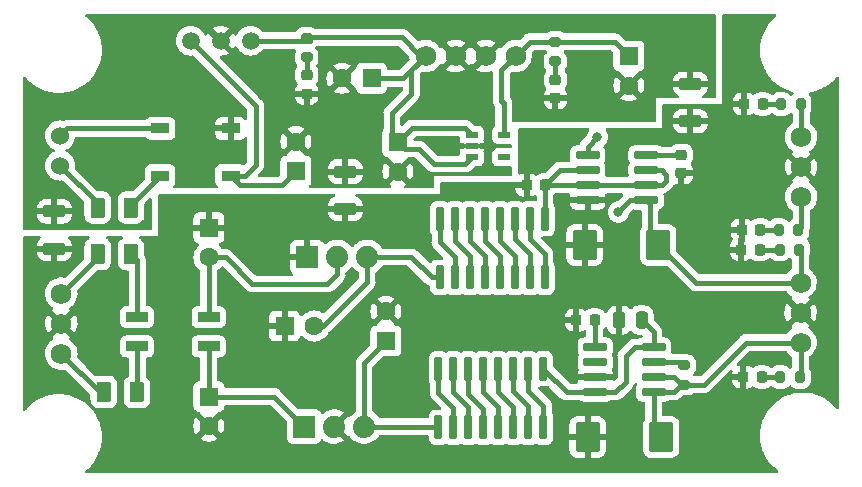
<source format=gbr>
%TF.GenerationSoftware,KiCad,Pcbnew,(6.0.9)*%
%TF.CreationDate,2022-12-07T15:32:04-05:00*%
%TF.ProjectId,CurrentSense_PS,43757272-656e-4745-9365-6e73655f5053,rev?*%
%TF.SameCoordinates,Original*%
%TF.FileFunction,Copper,L1,Top*%
%TF.FilePolarity,Positive*%
%FSLAX46Y46*%
G04 Gerber Fmt 4.6, Leading zero omitted, Abs format (unit mm)*
G04 Created by KiCad (PCBNEW (6.0.9)) date 2022-12-07 15:32:04*
%MOMM*%
%LPD*%
G01*
G04 APERTURE LIST*
G04 Aperture macros list*
%AMRoundRect*
0 Rectangle with rounded corners*
0 $1 Rounding radius*
0 $2 $3 $4 $5 $6 $7 $8 $9 X,Y pos of 4 corners*
0 Add a 4 corners polygon primitive as box body*
4,1,4,$2,$3,$4,$5,$6,$7,$8,$9,$2,$3,0*
0 Add four circle primitives for the rounded corners*
1,1,$1+$1,$2,$3*
1,1,$1+$1,$4,$5*
1,1,$1+$1,$6,$7*
1,1,$1+$1,$8,$9*
0 Add four rect primitives between the rounded corners*
20,1,$1+$1,$2,$3,$4,$5,0*
20,1,$1+$1,$4,$5,$6,$7,0*
20,1,$1+$1,$6,$7,$8,$9,0*
20,1,$1+$1,$8,$9,$2,$3,0*%
G04 Aperture macros list end*
%TA.AperFunction,ComponentPad*%
%ADD10R,1.600000X1.600000*%
%TD*%
%TA.AperFunction,ComponentPad*%
%ADD11C,1.600000*%
%TD*%
%TA.AperFunction,SMDPad,CuDef*%
%ADD12RoundRect,0.218750X-0.218750X-0.256250X0.218750X-0.256250X0.218750X0.256250X-0.218750X0.256250X0*%
%TD*%
%TA.AperFunction,SMDPad,CuDef*%
%ADD13RoundRect,0.200000X-0.275000X0.200000X-0.275000X-0.200000X0.275000X-0.200000X0.275000X0.200000X0*%
%TD*%
%TA.AperFunction,SMDPad,CuDef*%
%ADD14RoundRect,0.250000X-0.700000X0.275000X-0.700000X-0.275000X0.700000X-0.275000X0.700000X0.275000X0*%
%TD*%
%TA.AperFunction,SMDPad,CuDef*%
%ADD15RoundRect,0.200000X0.200000X0.275000X-0.200000X0.275000X-0.200000X-0.275000X0.200000X-0.275000X0*%
%TD*%
%TA.AperFunction,ComponentPad*%
%ADD16C,1.524000*%
%TD*%
%TA.AperFunction,SMDPad,CuDef*%
%ADD17R,1.003300X0.508000*%
%TD*%
%TA.AperFunction,ComponentPad*%
%ADD18C,1.727200*%
%TD*%
%TA.AperFunction,SMDPad,CuDef*%
%ADD19RoundRect,0.250000X-0.787500X-1.025000X0.787500X-1.025000X0.787500X1.025000X-0.787500X1.025000X0*%
%TD*%
%TA.AperFunction,SMDPad,CuDef*%
%ADD20RoundRect,0.250000X-0.375000X-0.625000X0.375000X-0.625000X0.375000X0.625000X-0.375000X0.625000X0*%
%TD*%
%TA.AperFunction,SMDPad,CuDef*%
%ADD21RoundRect,0.200000X0.275000X-0.200000X0.275000X0.200000X-0.275000X0.200000X-0.275000X-0.200000X0*%
%TD*%
%TA.AperFunction,SMDPad,CuDef*%
%ADD22RoundRect,0.250000X0.787500X1.025000X-0.787500X1.025000X-0.787500X-1.025000X0.787500X-1.025000X0*%
%TD*%
%TA.AperFunction,SMDPad,CuDef*%
%ADD23RoundRect,0.218750X0.218750X0.256250X-0.218750X0.256250X-0.218750X-0.256250X0.218750X-0.256250X0*%
%TD*%
%TA.AperFunction,SMDPad,CuDef*%
%ADD24RoundRect,0.250000X0.250000X0.475000X-0.250000X0.475000X-0.250000X-0.475000X0.250000X-0.475000X0*%
%TD*%
%TA.AperFunction,SMDPad,CuDef*%
%ADD25RoundRect,0.218750X0.256250X-0.218750X0.256250X0.218750X-0.256250X0.218750X-0.256250X-0.218750X0*%
%TD*%
%TA.AperFunction,SMDPad,CuDef*%
%ADD26RoundRect,0.042000X-0.943000X-0.258000X0.943000X-0.258000X0.943000X0.258000X-0.943000X0.258000X0*%
%TD*%
%TA.AperFunction,SMDPad,CuDef*%
%ADD27RoundRect,0.225000X0.225000X0.250000X-0.225000X0.250000X-0.225000X-0.250000X0.225000X-0.250000X0*%
%TD*%
%TA.AperFunction,SMDPad,CuDef*%
%ADD28RoundRect,0.048800X0.256200X-0.936200X0.256200X0.936200X-0.256200X0.936200X-0.256200X-0.936200X0*%
%TD*%
%TA.AperFunction,SMDPad,CuDef*%
%ADD29R,1.850000X0.850000*%
%TD*%
%TA.AperFunction,SMDPad,CuDef*%
%ADD30RoundRect,0.048800X-0.256200X0.936200X-0.256200X-0.936200X0.256200X-0.936200X0.256200X0.936200X0*%
%TD*%
%TA.AperFunction,SMDPad,CuDef*%
%ADD31RoundRect,0.225000X0.250000X-0.225000X0.250000X0.225000X-0.250000X0.225000X-0.250000X-0.225000X0*%
%TD*%
%TA.AperFunction,ComponentPad*%
%ADD32C,1.498600*%
%TD*%
%TA.AperFunction,ComponentPad*%
%ADD33R,1.879600X1.879600*%
%TD*%
%TA.AperFunction,ComponentPad*%
%ADD34C,1.879600*%
%TD*%
%TA.AperFunction,SMDPad,CuDef*%
%ADD35R,1.550000X0.900000*%
%TD*%
%TA.AperFunction,ViaPad*%
%ADD36C,0.800000*%
%TD*%
%TA.AperFunction,Conductor*%
%ADD37C,0.406400*%
%TD*%
%TA.AperFunction,Conductor*%
%ADD38C,0.250000*%
%TD*%
G04 APERTURE END LIST*
D10*
%TO.P,C4,1*%
%TO.N,Net-(BR1-Pad1)*%
X74422000Y-93853000D03*
D11*
%TO.P,C4,2*%
%TO.N,GNDA*%
X74422000Y-96353000D03*
%TD*%
D12*
%TO.P,D6,1,K*%
%TO.N,GNDA*%
X119671500Y-92202000D03*
%TO.P,D6,2,A*%
%TO.N,Net-(D6-Pad2)*%
X121246500Y-92202000D03*
%TD*%
D13*
%TO.P,R3,1*%
%TO.N,/+3.3VDD*%
X103759000Y-63818000D03*
%TO.P,R3,2*%
%TO.N,Net-(D2-Pad2)*%
X103759000Y-65468000D03*
%TD*%
D14*
%TO.P,L3,1,1*%
%TO.N,GNDD*%
X61341000Y-78181000D03*
%TO.P,L3,2,2*%
%TO.N,GNDA*%
X61341000Y-81331000D03*
%TD*%
%TO.P,L1,1,1*%
%TO.N,GNDD*%
X85979000Y-74803000D03*
%TO.P,L1,2,2*%
%TO.N,GNDA*%
X85979000Y-77953000D03*
%TD*%
D13*
%TO.P,R2,1*%
%TO.N,/+5VDD*%
X82702400Y-63487800D03*
%TO.P,R2,2*%
%TO.N,Net-(D1-Pad2)*%
X82702400Y-65137800D03*
%TD*%
D15*
%TO.P,R5,1*%
%TO.N,/-15VAA*%
X124523000Y-69088000D03*
%TO.P,R5,2*%
%TO.N,Net-(D4-Pad1)*%
X122873000Y-69088000D03*
%TD*%
D16*
%TO.P,J1,1,1*%
%TO.N,Net-(F1-Pad1)*%
X61823600Y-74295000D03*
%TO.P,J1,2,2*%
%TO.N,Net-(IC1-Pad3)*%
X61823600Y-71755000D03*
%TD*%
D17*
%TO.P,U1,1,VIN*%
%TO.N,/+5VDD*%
X96691450Y-71693999D03*
%TO.P,U1,2,GND*%
%TO.N,GNDD*%
X96691450Y-72644000D03*
%TO.P,U1,3,EN*%
%TO.N,/+5VDD*%
X96691450Y-73594001D03*
%TO.P,U1,4,NC*%
%TO.N,unconnected-(U1-Pad4)*%
X99396550Y-73594001D03*
%TO.P,U1,5,VOUT*%
%TO.N,/+3.3VDD*%
X99396550Y-71693999D03*
%TD*%
D10*
%TO.P,C7,1*%
%TO.N,GNDA*%
X80836888Y-87884000D03*
D11*
%TO.P,C7,2*%
%TO.N,/-15VAA*%
X83336888Y-87884000D03*
%TD*%
D18*
%TO.P,J3,1,1*%
%TO.N,Net-(F2-Pad1)*%
X61925200Y-90220800D03*
%TO.P,J3,2,2*%
%TO.N,GNDA*%
X61925200Y-87680800D03*
%TO.P,J3,3,3*%
%TO.N,Net-(F3-Pad1)*%
X61925200Y-85140800D03*
%TD*%
%TO.P,J4,1,1*%
%TO.N,/-15VAA*%
X124561600Y-71882000D03*
%TO.P,J4,2,2*%
%TO.N,GNDA*%
X124561600Y-74422000D03*
%TO.P,J4,3,3*%
%TO.N,/+15VAA*%
X124561600Y-76962000D03*
%TD*%
D15*
%TO.P,R4,1*%
%TO.N,/+15VAA*%
X124332000Y-79756000D03*
%TO.P,R4,2*%
%TO.N,Net-(D3-Pad2)*%
X122682000Y-79756000D03*
%TD*%
D19*
%TO.P,C13,1*%
%TO.N,GNDA*%
X106234500Y-81026000D03*
%TO.P,C13,2*%
%TO.N,/-5VAA*%
X112459500Y-81026000D03*
%TD*%
D20*
%TO.P,F1,1*%
%TO.N,Net-(F1-Pad1)*%
X65021000Y-77851000D03*
%TO.P,F1,2*%
%TO.N,Net-(F1-Pad2)*%
X67821000Y-77851000D03*
%TD*%
D10*
%TO.P,C3,1*%
%TO.N,/+3.3VDD*%
X109982000Y-65024000D03*
D11*
%TO.P,C3,2*%
%TO.N,GNDD*%
X109982000Y-67524000D03*
%TD*%
D21*
%TO.P,R1,1*%
%TO.N,/+5VAA*%
X114681000Y-92849200D03*
%TO.P,R1,2*%
%TO.N,Net-(R1-Pad2)*%
X114681000Y-91199200D03*
%TD*%
D22*
%TO.P,C10,1*%
%TO.N,/+5VAA*%
X112713500Y-97282000D03*
%TO.P,C10,2*%
%TO.N,GNDA*%
X106488500Y-97282000D03*
%TD*%
D23*
%TO.P,D4,1,K*%
%TO.N,Net-(D4-Pad1)*%
X121310500Y-69088000D03*
%TO.P,D4,2,A*%
%TO.N,GNDA*%
X119735500Y-69088000D03*
%TD*%
D24*
%TO.P,C8,1*%
%TO.N,/+9VAA*%
X111059000Y-87376000D03*
%TO.P,C8,2*%
%TO.N,GNDA*%
X109159000Y-87376000D03*
%TD*%
D10*
%TO.P,C14,1*%
%TO.N,/+5VDD*%
X88188800Y-66903600D03*
D11*
%TO.P,C14,2*%
%TO.N,GNDD*%
X85688800Y-66903600D03*
%TD*%
D10*
%TO.P,C5,1*%
%TO.N,GNDA*%
X74422000Y-79566888D03*
D11*
%TO.P,C5,2*%
%TO.N,Net-(BR1-Pad2)*%
X74422000Y-82066888D03*
%TD*%
D20*
%TO.P,F2,1*%
%TO.N,Net-(F2-Pad1)*%
X65529000Y-93472000D03*
%TO.P,F2,2*%
%TO.N,Net-(BR1-Pad4)*%
X68329000Y-93472000D03*
%TD*%
D25*
%TO.P,D1,1,K*%
%TO.N,GNDD*%
X82702400Y-68199100D03*
%TO.P,D1,2,A*%
%TO.N,Net-(D1-Pad2)*%
X82702400Y-66624100D03*
%TD*%
D26*
%TO.P,U5,1,VOUTS*%
%TO.N,/-5VAA*%
X106497000Y-73406000D03*
%TO.P,U5,2,VIN*%
%TO.N,/-9VAA*%
X106497000Y-74676000D03*
%TO.P,U5,3,VIN*%
X106497000Y-75946000D03*
%TO.P,U5,4,GND*%
%TO.N,GNDA*%
X106497000Y-77216000D03*
%TO.P,U5,5,VOUT*%
%TO.N,/-5VAA*%
X111437000Y-77216000D03*
%TO.P,U5,6,VIN*%
%TO.N,/-9VAA*%
X111437000Y-75946000D03*
%TO.P,U5,7,VIN*%
X111437000Y-74676000D03*
%TO.P,U5,8,SD/CT*%
%TO.N,Net-(C11-Pad2)*%
X111437000Y-73406000D03*
%TD*%
D27*
%TO.P,C9,1*%
%TO.N,Net-(C9-Pad1)*%
X107074000Y-87376000D03*
%TO.P,C9,2*%
%TO.N,GNDA*%
X105524000Y-87376000D03*
%TD*%
D26*
%TO.P,U4,1,BYPASS*%
%TO.N,Net-(C9-Pad1)*%
X107132000Y-89662000D03*
%TO.P,U4,2*%
%TO.N,N/C*%
X107132000Y-90932000D03*
%TO.P,U4,3,GND*%
%TO.N,GNDA*%
X107132000Y-92202000D03*
%TO.P,U4,4,INPUT*%
%TO.N,/+9VAA*%
X107132000Y-93472000D03*
%TO.P,U4,5,OUTPUT*%
%TO.N,/+5VAA*%
X112072000Y-93472000D03*
%TO.P,U4,6,SENSE*%
X112072000Y-92202000D03*
%TO.P,U4,7,~{ERROR}*%
%TO.N,Net-(R1-Pad2)*%
X112072000Y-90932000D03*
%TO.P,U4,8,~{SHUTDOWN}*%
%TO.N,/+9VAA*%
X112072000Y-89662000D03*
%TD*%
D28*
%TO.P,DN2,1*%
%TO.N,/-15VAA*%
X93980000Y-83750000D03*
%TO.P,DN2,2*%
%TO.N,Net-(DN2-Pad16)*%
X95250000Y-83750000D03*
%TO.P,DN2,3*%
%TO.N,Net-(DN2-Pad15)*%
X96520000Y-83750000D03*
%TO.P,DN2,4*%
%TO.N,Net-(DN2-Pad14)*%
X97790000Y-83750000D03*
%TO.P,DN2,5*%
%TO.N,Net-(DN2-Pad13)*%
X99060000Y-83750000D03*
%TO.P,DN2,6*%
%TO.N,Net-(DN2-Pad12)*%
X100330000Y-83750000D03*
%TO.P,DN2,7*%
%TO.N,Net-(DN2-Pad11)*%
X101600000Y-83750000D03*
%TO.P,DN2,8*%
%TO.N,Net-(DN2-Pad10)*%
X102870000Y-83750000D03*
%TO.P,DN2,9*%
%TO.N,/-9VAA*%
X102870000Y-78810000D03*
%TO.P,DN2,10*%
%TO.N,Net-(DN2-Pad10)*%
X101600000Y-78810000D03*
%TO.P,DN2,11*%
%TO.N,Net-(DN2-Pad11)*%
X100330000Y-78810000D03*
%TO.P,DN2,12*%
%TO.N,Net-(DN2-Pad12)*%
X99060000Y-78810000D03*
%TO.P,DN2,13*%
%TO.N,Net-(DN2-Pad13)*%
X97790000Y-78810000D03*
%TO.P,DN2,14*%
%TO.N,Net-(DN2-Pad14)*%
X96520000Y-78810000D03*
%TO.P,DN2,15*%
%TO.N,Net-(DN2-Pad15)*%
X95250000Y-78810000D03*
%TO.P,DN2,16*%
%TO.N,Net-(DN2-Pad16)*%
X93980000Y-78810000D03*
%TD*%
D14*
%TO.P,L2,1,1*%
%TO.N,GNDD*%
X115189000Y-67386000D03*
%TO.P,L2,2,2*%
%TO.N,GNDA*%
X115189000Y-70536000D03*
%TD*%
D10*
%TO.P,C2,1*%
%TO.N,/+5VDD*%
X90424000Y-72303000D03*
D11*
%TO.P,C2,2*%
%TO.N,GNDD*%
X90424000Y-74803000D03*
%TD*%
D12*
%TO.P,D3,1,K*%
%TO.N,GNDA*%
X119544500Y-79756000D03*
%TO.P,D3,2,A*%
%TO.N,Net-(D3-Pad2)*%
X121119500Y-79756000D03*
%TD*%
D29*
%TO.P,BR1,1,+*%
%TO.N,Net-(BR1-Pad1)*%
X74399000Y-89617112D03*
%TO.P,BR1,2,-*%
%TO.N,Net-(BR1-Pad2)*%
X74399000Y-87117112D03*
%TO.P,BR1,3,~{_1}*%
%TO.N,Net-(BR1-Pad3)*%
X68349000Y-87117112D03*
%TO.P,BR1,4,~{_2}*%
%TO.N,Net-(BR1-Pad4)*%
X68349000Y-89617112D03*
%TD*%
D23*
%TO.P,D5,1,K*%
%TO.N,Net-(D5-Pad1)*%
X121056500Y-81407000D03*
%TO.P,D5,2,A*%
%TO.N,GNDA*%
X119481500Y-81407000D03*
%TD*%
D30*
%TO.P,DN1,1*%
%TO.N,/+9VAA*%
X102743000Y-91510000D03*
%TO.P,DN1,2*%
%TO.N,Net-(DN1-Pad16)*%
X101473000Y-91510000D03*
%TO.P,DN1,3*%
%TO.N,Net-(DN1-Pad15)*%
X100203000Y-91510000D03*
%TO.P,DN1,4*%
%TO.N,Net-(DN1-Pad14)*%
X98933000Y-91510000D03*
%TO.P,DN1,5*%
%TO.N,Net-(DN1-Pad13)*%
X97663000Y-91510000D03*
%TO.P,DN1,6*%
%TO.N,Net-(DN1-Pad12)*%
X96393000Y-91510000D03*
%TO.P,DN1,7*%
%TO.N,Net-(DN1-Pad11)*%
X95123000Y-91510000D03*
%TO.P,DN1,8*%
%TO.N,Net-(DN1-Pad10)*%
X93853000Y-91510000D03*
%TO.P,DN1,9*%
%TO.N,/+15VAA*%
X93853000Y-96450000D03*
%TO.P,DN1,10*%
%TO.N,Net-(DN1-Pad10)*%
X95123000Y-96450000D03*
%TO.P,DN1,11*%
%TO.N,Net-(DN1-Pad11)*%
X96393000Y-96450000D03*
%TO.P,DN1,12*%
%TO.N,Net-(DN1-Pad12)*%
X97663000Y-96450000D03*
%TO.P,DN1,13*%
%TO.N,Net-(DN1-Pad13)*%
X98933000Y-96450000D03*
%TO.P,DN1,14*%
%TO.N,Net-(DN1-Pad14)*%
X100203000Y-96450000D03*
%TO.P,DN1,15*%
%TO.N,Net-(DN1-Pad15)*%
X101473000Y-96450000D03*
%TO.P,DN1,16*%
%TO.N,Net-(DN1-Pad16)*%
X102743000Y-96450000D03*
%TD*%
D15*
%TO.P,R7,1*%
%TO.N,/-5VAA*%
X124396000Y-81407000D03*
%TO.P,R7,2*%
%TO.N,Net-(D5-Pad1)*%
X122746000Y-81407000D03*
%TD*%
D31*
%TO.P,C11,1*%
%TO.N,GNDA*%
X114427000Y-74943000D03*
%TO.P,C11,2*%
%TO.N,Net-(C11-Pad2)*%
X114427000Y-73393000D03*
%TD*%
D32*
%TO.P,J6,1,1*%
%TO.N,Net-(C1-Pad1)*%
X72872600Y-63729700D03*
%TO.P,J6,2,2*%
%TO.N,GNDD*%
X75412600Y-63729700D03*
%TO.P,J6,3,3*%
%TO.N,/+5VDD*%
X77952600Y-63729700D03*
%TD*%
D18*
%TO.P,J5,1,1*%
%TO.N,/-5VAA*%
X124511000Y-84201000D03*
%TO.P,J5,2,2*%
%TO.N,GNDA*%
X124511000Y-86741000D03*
%TO.P,J5,3,3*%
%TO.N,/+5VAA*%
X124511000Y-89281000D03*
%TD*%
D33*
%TO.P,U3,1,GND*%
%TO.N,GNDA*%
X82732600Y-82042000D03*
D34*
%TO.P,U3,2,IN*%
%TO.N,Net-(BR1-Pad2)*%
X85272600Y-82042000D03*
%TO.P,U3,3,OUT*%
%TO.N,/-15VAA*%
X87812600Y-82042000D03*
%TD*%
D27*
%TO.P,C12,1*%
%TO.N,/-9VAA*%
X102883000Y-75946000D03*
%TO.P,C12,2*%
%TO.N,GNDA*%
X101333000Y-75946000D03*
%TD*%
D33*
%TO.P,U2,1,IN*%
%TO.N,Net-(BR1-Pad1)*%
X82478600Y-96393000D03*
D34*
%TO.P,U2,2,GND*%
%TO.N,GNDA*%
X85018600Y-96393000D03*
%TO.P,U2,3,OUT*%
%TO.N,/+15VAA*%
X87558600Y-96393000D03*
%TD*%
D15*
%TO.P,R6,1*%
%TO.N,/+5VAA*%
X124459000Y-92202000D03*
%TO.P,R6,2*%
%TO.N,Net-(D6-Pad2)*%
X122809000Y-92202000D03*
%TD*%
D10*
%TO.P,C6,1*%
%TO.N,/+15VAA*%
X89408000Y-89154000D03*
D11*
%TO.P,C6,2*%
%TO.N,GNDA*%
X89408000Y-86654000D03*
%TD*%
D25*
%TO.P,D2,1,K*%
%TO.N,GNDD*%
X103759000Y-68605500D03*
%TO.P,D2,2,A*%
%TO.N,Net-(D2-Pad2)*%
X103759000Y-67030500D03*
%TD*%
D20*
%TO.P,F3,1*%
%TO.N,Net-(F3-Pad1)*%
X65021000Y-81788000D03*
%TO.P,F3,2*%
%TO.N,Net-(BR1-Pad3)*%
X67821000Y-81788000D03*
%TD*%
D10*
%TO.P,C1,1*%
%TO.N,Net-(C1-Pad1)*%
X81788000Y-74778112D03*
D11*
%TO.P,C1,2*%
%TO.N,GNDD*%
X81788000Y-72278112D03*
%TD*%
D18*
%TO.P,J2,1,1*%
%TO.N,/+5VDD*%
X92760800Y-65024000D03*
%TO.P,J2,2,2*%
%TO.N,GNDD*%
X95300800Y-65024000D03*
%TO.P,J2,3,3*%
X97840800Y-65024000D03*
%TO.P,J2,4,4*%
%TO.N,/+3.3VDD*%
X100380800Y-65024000D03*
%TD*%
D35*
%TO.P,IC1,1,+*%
%TO.N,Net-(C1-Pad1)*%
X76254000Y-75152000D03*
%TO.P,IC1,2,-*%
%TO.N,GNDD*%
X76254000Y-71152000D03*
%TO.P,IC1,3,~{_1}*%
%TO.N,Net-(IC1-Pad3)*%
X70304000Y-71152000D03*
%TO.P,IC1,4,~{_2}*%
%TO.N,Net-(F1-Pad2)*%
X70304000Y-75152000D03*
%TD*%
D36*
%TO.N,GNDD*%
X72898000Y-67564000D03*
X96621600Y-67665600D03*
X67564000Y-62484000D03*
X83820000Y-69596000D03*
X114300000Y-63500000D03*
X76200000Y-73152000D03*
X67564000Y-65024000D03*
X92964000Y-69596000D03*
X73660000Y-73152000D03*
X64516000Y-73152000D03*
X67564000Y-68072000D03*
X96621600Y-62484000D03*
X86868000Y-71120000D03*
X67564000Y-73660000D03*
X61976000Y-69088000D03*
X94488000Y-72644000D03*
%TO.N,GNDA*%
X127000000Y-71120000D03*
X84328000Y-91948000D03*
X89916000Y-79248000D03*
X120396000Y-63500000D03*
X60452000Y-92964000D03*
X127000000Y-77724000D03*
X119380000Y-87884000D03*
X64897000Y-86106000D03*
X115824000Y-81788000D03*
X94488000Y-86868000D03*
X77724000Y-87884000D03*
X98044000Y-86868000D03*
X114808000Y-78232000D03*
X112776000Y-85344000D03*
X85852000Y-89408000D03*
X91440000Y-92456000D03*
X78232000Y-80264000D03*
X77724000Y-90424000D03*
X127000000Y-89916000D03*
X59944000Y-83312000D03*
X115824000Y-86868000D03*
X127000000Y-83312000D03*
X93472000Y-99060000D03*
X119380000Y-85852000D03*
X98552000Y-99060000D03*
X119888000Y-74168000D03*
X109220000Y-83312000D03*
X102616000Y-99060000D03*
X70612000Y-81280000D03*
X118872000Y-97536000D03*
X77724000Y-98552000D03*
X67056000Y-97536000D03*
X102616000Y-86868000D03*
X115316000Y-94996000D03*
%TO.N,/-5VAA*%
X107315000Y-71882000D03*
X109093000Y-78232000D03*
%TD*%
D37*
%TO.N,Net-(IC1-Pad3)*%
X62426600Y-71152000D02*
X61823600Y-71755000D01*
X70304000Y-71152000D02*
X62426600Y-71152000D01*
%TO.N,Net-(D3-Pad2)*%
X121119500Y-79756000D02*
X122682000Y-79756000D01*
%TO.N,/+5VDD*%
X88188800Y-66903600D02*
X90881200Y-66903600D01*
X91567000Y-66217800D02*
X91567000Y-68199000D01*
X96691450Y-71693999D02*
X96117451Y-71120000D01*
X82702400Y-63487800D02*
X82753200Y-63437000D01*
X90881200Y-66903600D02*
X92760800Y-65024000D01*
X89916000Y-71795000D02*
X90424000Y-72303000D01*
D38*
X82968500Y-63729700D02*
X82726600Y-63487800D01*
D37*
X96117451Y-74168000D02*
X93472000Y-74168000D01*
X89916000Y-69850000D02*
X89916000Y-71795000D01*
X91019000Y-72898000D02*
X90424000Y-72303000D01*
X96117451Y-71120000D02*
X91607000Y-71120000D01*
X93472000Y-74168000D02*
X92202000Y-72898000D01*
X91567000Y-68199000D02*
X89916000Y-69850000D01*
X96691450Y-73594001D02*
X96117451Y-74168000D01*
X92202000Y-72898000D02*
X91019000Y-72898000D01*
X90742000Y-63437000D02*
X92329000Y-65024000D01*
X92760800Y-65024000D02*
X91567000Y-66217800D01*
X82753200Y-63437000D02*
X90742000Y-63437000D01*
X91607000Y-71120000D02*
X90424000Y-72303000D01*
X77952600Y-63729700D02*
X82968500Y-63729700D01*
D38*
X82726600Y-63487800D02*
X82702400Y-63487800D01*
D37*
X92329000Y-65024000D02*
X92760800Y-65024000D01*
%TO.N,/+3.3VDD*%
X101586800Y-63818000D02*
X103759000Y-63818000D01*
X99187000Y-68834000D02*
X99187000Y-66217800D01*
X99396550Y-71693999D02*
X99396550Y-69043550D01*
X103759000Y-63818000D02*
X108776000Y-63818000D01*
X108776000Y-63818000D02*
X109982000Y-65024000D01*
X99187000Y-66217800D02*
X100380800Y-65024000D01*
X100380800Y-65024000D02*
X101586800Y-63818000D01*
X99396550Y-69043550D02*
X99187000Y-68834000D01*
%TO.N,Net-(C1-Pad1)*%
X78384400Y-69241500D02*
X72872600Y-63729700D01*
X76254000Y-75152000D02*
X77048000Y-75946000D01*
X78384400Y-74218800D02*
X78384400Y-69241500D01*
X77048000Y-75946000D02*
X80620112Y-75946000D01*
X76254000Y-75152000D02*
X77451200Y-75152000D01*
X77451200Y-75152000D02*
X78384400Y-74218800D01*
X80620112Y-75946000D02*
X81788000Y-74778112D01*
%TO.N,Net-(BR1-Pad2)*%
X75843888Y-82066888D02*
X74422000Y-82066888D01*
X84455000Y-84328000D02*
X78105000Y-84328000D01*
X78105000Y-84328000D02*
X75843888Y-82066888D01*
X85272600Y-82042000D02*
X85272600Y-83510400D01*
X74399000Y-82089888D02*
X74422000Y-82066888D01*
X74399000Y-87117112D02*
X74399000Y-82089888D01*
X85272600Y-83510400D02*
X84455000Y-84328000D01*
%TO.N,Net-(BR1-Pad3)*%
X68349000Y-82316000D02*
X67821000Y-81788000D01*
X68349000Y-87117112D02*
X68349000Y-82316000D01*
%TO.N,Net-(BR1-Pad4)*%
X68349000Y-93452000D02*
X68329000Y-93472000D01*
X68349000Y-89617112D02*
X68349000Y-93452000D01*
%TO.N,Net-(DN1-Pad16)*%
X102743000Y-94615000D02*
X102743000Y-96450000D01*
X101473000Y-91510000D02*
X101473000Y-93345000D01*
X101473000Y-93345000D02*
X102743000Y-94615000D01*
%TO.N,Net-(DN1-Pad15)*%
X101473000Y-94615000D02*
X101473000Y-96450000D01*
X100203000Y-93345000D02*
X101473000Y-94615000D01*
X100203000Y-91510000D02*
X100203000Y-93345000D01*
%TO.N,Net-(DN1-Pad14)*%
X98933000Y-91510000D02*
X98933000Y-93472000D01*
X98933000Y-93472000D02*
X100203000Y-94742000D01*
X100203000Y-94742000D02*
X100203000Y-96450000D01*
%TO.N,Net-(DN1-Pad13)*%
X98933000Y-94742000D02*
X98933000Y-96450000D01*
X97663000Y-91510000D02*
X97663000Y-93472000D01*
X97663000Y-93472000D02*
X98933000Y-94742000D01*
%TO.N,Net-(DN1-Pad12)*%
X96393000Y-91510000D02*
X96393000Y-93599000D01*
X97663000Y-94869000D02*
X97663000Y-96450000D01*
X96393000Y-93599000D02*
X97663000Y-94869000D01*
%TO.N,Net-(DN1-Pad11)*%
X95123000Y-91510000D02*
X95123000Y-93503750D01*
X96393000Y-94773750D02*
X96393000Y-96450000D01*
X95123000Y-93503750D02*
X96393000Y-94773750D01*
%TO.N,Net-(DN1-Pad10)*%
X93853000Y-91510000D02*
X93853000Y-93535500D01*
X95123000Y-94805500D02*
X95123000Y-96450000D01*
X93853000Y-93535500D02*
X95123000Y-94805500D01*
%TO.N,Net-(DN2-Pad16)*%
X95250000Y-82042000D02*
X93980000Y-80772000D01*
X93980000Y-80772000D02*
X93980000Y-78810000D01*
X95250000Y-83750000D02*
X95250000Y-82042000D01*
%TO.N,Net-(DN2-Pad15)*%
X96520000Y-81915000D02*
X95250000Y-80645000D01*
X95250000Y-80645000D02*
X95250000Y-78810000D01*
X96520000Y-83750000D02*
X96520000Y-81915000D01*
%TO.N,Net-(DN2-Pad14)*%
X96520000Y-80645000D02*
X96520000Y-78810000D01*
X97790000Y-83750000D02*
X97790000Y-81915000D01*
X97790000Y-81915000D02*
X96520000Y-80645000D01*
%TO.N,Net-(DN2-Pad13)*%
X99060000Y-81915000D02*
X97790000Y-80645000D01*
X97790000Y-80645000D02*
X97790000Y-78810000D01*
X99060000Y-83750000D02*
X99060000Y-81915000D01*
%TO.N,Net-(DN2-Pad12)*%
X100330000Y-83750000D02*
X100330000Y-81915000D01*
X100330000Y-81915000D02*
X99060000Y-80645000D01*
X99060000Y-80645000D02*
X99060000Y-78810000D01*
%TO.N,Net-(DN2-Pad11)*%
X100330000Y-80518000D02*
X100330000Y-78810000D01*
X101600000Y-83750000D02*
X101600000Y-81788000D01*
X101600000Y-81788000D02*
X100330000Y-80518000D01*
%TO.N,Net-(DN2-Pad10)*%
X101600000Y-78810000D02*
X101600000Y-80518000D01*
X102870000Y-81788000D02*
X102870000Y-83750000D01*
X101600000Y-80518000D02*
X102870000Y-81788000D01*
%TO.N,/+15VAA*%
X124561600Y-76962000D02*
X124561600Y-79526400D01*
X87558600Y-91003400D02*
X89408000Y-89154000D01*
X124561600Y-79526400D02*
X124332000Y-79756000D01*
X87558600Y-96393000D02*
X87558600Y-91003400D01*
X87558600Y-96393000D02*
X93796000Y-96393000D01*
X93796000Y-96393000D02*
X93853000Y-96450000D01*
%TO.N,/-15VAA*%
X93275000Y-83750000D02*
X93980000Y-83750000D01*
X91567000Y-82042000D02*
X93275000Y-83750000D01*
X124561600Y-71882000D02*
X124561600Y-69126600D01*
X84074000Y-87884000D02*
X83336888Y-87884000D01*
X87812600Y-82042000D02*
X91567000Y-82042000D01*
X124561600Y-69126600D02*
X124523000Y-69088000D01*
X87812600Y-82042000D02*
X87812600Y-84145400D01*
X87812600Y-84145400D02*
X84074000Y-87884000D01*
%TO.N,/+9VAA*%
X108839000Y-93472000D02*
X109728000Y-92583000D01*
X112072000Y-88389000D02*
X111059000Y-87376000D01*
X109728000Y-92583000D02*
X109728000Y-90424000D01*
X109728000Y-90424000D02*
X110490000Y-89662000D01*
X104705000Y-93472000D02*
X102743000Y-91510000D01*
X107132000Y-93472000D02*
X104705000Y-93472000D01*
X112072000Y-89662000D02*
X112072000Y-88389000D01*
X110490000Y-89662000D02*
X112072000Y-89662000D01*
X107132000Y-93472000D02*
X108839000Y-93472000D01*
%TO.N,/-9VAA*%
X102870000Y-75959000D02*
X102870000Y-78810000D01*
X113157000Y-75057000D02*
X113157000Y-75565000D01*
X104140000Y-74676000D02*
X106497000Y-74676000D01*
X111437000Y-74676000D02*
X112776000Y-74676000D01*
X102883000Y-75946000D02*
X102883000Y-75933000D01*
X112776000Y-75946000D02*
X111437000Y-75946000D01*
X113157000Y-75565000D02*
X112776000Y-75946000D01*
X102883000Y-75933000D02*
X104140000Y-74676000D01*
X102883000Y-75946000D02*
X106497000Y-75946000D01*
X112776000Y-74676000D02*
X113157000Y-75057000D01*
X111437000Y-75946000D02*
X106497000Y-75946000D01*
%TO.N,/+5VAA*%
X116319800Y-92849200D02*
X119888000Y-89281000D01*
X114681000Y-92849200D02*
X116319800Y-92849200D01*
X114414800Y-92849200D02*
X114681000Y-92849200D01*
X112072000Y-92202000D02*
X113792000Y-92202000D01*
X119888000Y-89281000D02*
X124511000Y-89281000D01*
X112072000Y-93472000D02*
X112072000Y-96640500D01*
X112072000Y-93472000D02*
X113792000Y-93472000D01*
X124511000Y-92150000D02*
X124459000Y-92202000D01*
X124511000Y-89281000D02*
X124511000Y-92150000D01*
X113792000Y-92202000D02*
X114439200Y-92849200D01*
X112072000Y-96640500D02*
X112713500Y-97282000D01*
X113792000Y-93472000D02*
X114414800Y-92849200D01*
X114439200Y-92849200D02*
X114681000Y-92849200D01*
%TO.N,/-5VAA*%
X111437000Y-77216000D02*
X110109000Y-77216000D01*
X112459500Y-81026000D02*
X115634500Y-84201000D01*
X124511000Y-81522000D02*
X124396000Y-81407000D01*
X115634500Y-84201000D02*
X124511000Y-84201000D01*
X124511000Y-84201000D02*
X124511000Y-81522000D01*
X106497000Y-72700000D02*
X107315000Y-71882000D01*
X110109000Y-77216000D02*
X109093000Y-78232000D01*
X111760000Y-80326500D02*
X112459500Y-81026000D01*
X111437000Y-77216000D02*
X111760000Y-77539000D01*
X106497000Y-73406000D02*
X106497000Y-72700000D01*
X111760000Y-77539000D02*
X111760000Y-80326500D01*
%TO.N,Net-(BR1-Pad1)*%
X74399000Y-93830000D02*
X74422000Y-93853000D01*
X74422000Y-93853000D02*
X79938600Y-93853000D01*
X79938600Y-93853000D02*
X82478600Y-96393000D01*
X74399000Y-89617112D02*
X74399000Y-93830000D01*
%TO.N,Net-(C9-Pad1)*%
X107074000Y-87376000D02*
X107074000Y-89604000D01*
X107074000Y-89604000D02*
X107132000Y-89662000D01*
%TO.N,Net-(C11-Pad2)*%
X111437000Y-73406000D02*
X114414000Y-73406000D01*
X114414000Y-73406000D02*
X114427000Y-73393000D01*
%TO.N,Net-(R1-Pad2)*%
X112072000Y-90932000D02*
X114413800Y-90932000D01*
X114413800Y-90932000D02*
X114681000Y-91199200D01*
%TO.N,Net-(D4-Pad1)*%
X121310500Y-69088000D02*
X122873000Y-69088000D01*
%TO.N,Net-(F1-Pad1)*%
X65021000Y-77492400D02*
X65021000Y-77851000D01*
X61823600Y-74295000D02*
X65021000Y-77492400D01*
%TO.N,Net-(F1-Pad2)*%
X67821000Y-77635000D02*
X70304000Y-75152000D01*
X67821000Y-77851000D02*
X67821000Y-77635000D01*
%TO.N,Net-(D1-Pad2)*%
X82702400Y-65137800D02*
X82702400Y-66624100D01*
%TO.N,Net-(D2-Pad2)*%
X103759000Y-65468000D02*
X103759000Y-67030500D01*
%TO.N,Net-(F2-Pad1)*%
X65529000Y-93472000D02*
X65176400Y-93472000D01*
X65176400Y-93472000D02*
X61925200Y-90220800D01*
%TO.N,Net-(F3-Pad1)*%
X65021000Y-81788000D02*
X65021000Y-82045000D01*
X65021000Y-82045000D02*
X61925200Y-85140800D01*
%TO.N,Net-(D5-Pad1)*%
X121056500Y-81407000D02*
X122746000Y-81407000D01*
%TO.N,Net-(D6-Pad2)*%
X122809000Y-92202000D02*
X121246500Y-92202000D01*
%TD*%
%TA.AperFunction,Conductor*%
%TO.N,GNDA*%
G36*
X122417558Y-61488502D02*
G01*
X122464051Y-61542158D01*
X122474155Y-61612432D01*
X122444661Y-61677012D01*
X122428731Y-61692420D01*
X122341055Y-61763419D01*
X122280047Y-61812822D01*
X122010822Y-62082047D01*
X122008737Y-62084622D01*
X121773295Y-62375368D01*
X121773288Y-62375377D01*
X121771213Y-62377940D01*
X121563846Y-62697257D01*
X121390992Y-63036502D01*
X121310417Y-63246406D01*
X121269579Y-63352794D01*
X121254546Y-63391955D01*
X121156003Y-63759724D01*
X121148057Y-63809894D01*
X121099654Y-64115500D01*
X121096442Y-64135779D01*
X121076515Y-64516000D01*
X121096442Y-64896221D01*
X121096955Y-64899461D01*
X121096956Y-64899469D01*
X121111660Y-64992305D01*
X121156003Y-65272276D01*
X121254546Y-65640045D01*
X121390992Y-65995498D01*
X121392490Y-65998438D01*
X121559262Y-66325745D01*
X121563846Y-66334742D01*
X121565642Y-66337508D01*
X121565644Y-66337511D01*
X121618489Y-66418885D01*
X121771213Y-66654060D01*
X122010822Y-66949953D01*
X122280047Y-67219178D01*
X122575940Y-67458787D01*
X122578715Y-67460589D01*
X122816950Y-67615300D01*
X122895258Y-67666154D01*
X122898192Y-67667649D01*
X122898199Y-67667653D01*
X123191635Y-67817166D01*
X123234502Y-67839008D01*
X123589955Y-67975454D01*
X123731365Y-68013344D01*
X123827866Y-68039202D01*
X123888489Y-68076154D01*
X123919510Y-68140014D01*
X123911082Y-68210509D01*
X123880961Y-68249703D01*
X123882619Y-68251361D01*
X123787095Y-68346885D01*
X123724783Y-68380911D01*
X123653968Y-68375846D01*
X123608905Y-68346885D01*
X123513381Y-68251361D01*
X123366699Y-68162528D01*
X123359452Y-68160257D01*
X123359450Y-68160256D01*
X123274256Y-68133558D01*
X123203062Y-68111247D01*
X123129635Y-68104500D01*
X123126737Y-68104500D01*
X122872335Y-68104501D01*
X122616366Y-68104501D01*
X122613508Y-68104764D01*
X122613499Y-68104764D01*
X122579630Y-68107876D01*
X122542938Y-68111247D01*
X122536560Y-68113246D01*
X122536559Y-68113246D01*
X122386550Y-68160256D01*
X122386548Y-68160257D01*
X122379301Y-68162528D01*
X122232619Y-68251361D01*
X122194073Y-68289907D01*
X122131761Y-68323933D01*
X122060946Y-68318868D01*
X122015961Y-68289986D01*
X121988234Y-68262308D01*
X121983053Y-68257136D01*
X121970995Y-68249703D01*
X121918099Y-68217098D01*
X121838692Y-68168151D01*
X121831743Y-68165846D01*
X121684262Y-68116928D01*
X121684260Y-68116928D01*
X121677731Y-68114762D01*
X121577572Y-68104500D01*
X121043428Y-68104500D01*
X121040182Y-68104837D01*
X121040178Y-68104837D01*
X121010890Y-68107876D01*
X120942018Y-68115022D01*
X120781151Y-68168692D01*
X120636945Y-68257929D01*
X120631776Y-68263107D01*
X120611759Y-68283159D01*
X120549477Y-68317238D01*
X120478657Y-68312235D01*
X120433568Y-68283314D01*
X120412920Y-68262702D01*
X120401509Y-68253690D01*
X120269709Y-68172447D01*
X120256532Y-68166303D01*
X120109157Y-68117421D01*
X120095790Y-68114555D01*
X120006300Y-68105386D01*
X119992376Y-68109475D01*
X119991171Y-68110865D01*
X119989500Y-68118548D01*
X119989500Y-70052885D01*
X119993975Y-70068124D01*
X119995365Y-70069329D01*
X120002321Y-70070842D01*
X120005782Y-70070663D01*
X120097021Y-70061196D01*
X120110417Y-70058303D01*
X120257687Y-70009170D01*
X120270866Y-70002996D01*
X120402514Y-69921530D01*
X120413915Y-69912494D01*
X120433533Y-69892842D01*
X120495816Y-69858763D01*
X120566636Y-69863766D01*
X120611723Y-69892686D01*
X120631451Y-69912379D01*
X120637947Y-69918864D01*
X120782308Y-70007849D01*
X120789256Y-70010154D01*
X120789257Y-70010154D01*
X120936738Y-70059072D01*
X120936740Y-70059072D01*
X120943269Y-70061238D01*
X121043428Y-70071500D01*
X121577572Y-70071500D01*
X121580818Y-70071163D01*
X121580822Y-70071163D01*
X121614603Y-70067658D01*
X121678982Y-70060978D01*
X121839849Y-70007308D01*
X121984055Y-69918071D01*
X121989224Y-69912893D01*
X121989229Y-69912889D01*
X122015854Y-69886218D01*
X122078136Y-69852139D01*
X122148956Y-69857142D01*
X122194121Y-69886141D01*
X122232619Y-69924639D01*
X122379301Y-70013472D01*
X122386548Y-70015743D01*
X122386550Y-70015744D01*
X122452836Y-70036517D01*
X122542938Y-70064753D01*
X122616365Y-70071500D01*
X122619263Y-70071500D01*
X122873665Y-70071499D01*
X123129634Y-70071499D01*
X123132492Y-70071236D01*
X123132501Y-70071236D01*
X123168004Y-70067974D01*
X123203062Y-70064753D01*
X123209447Y-70062752D01*
X123359450Y-70015744D01*
X123359452Y-70015743D01*
X123366699Y-70013472D01*
X123513381Y-69924639D01*
X123608905Y-69829115D01*
X123671217Y-69795089D01*
X123742032Y-69800154D01*
X123787095Y-69829115D01*
X123812995Y-69855015D01*
X123847021Y-69917327D01*
X123849900Y-69944110D01*
X123849900Y-70637510D01*
X123829898Y-70705631D01*
X123799557Y-70738267D01*
X123647505Y-70852430D01*
X123642043Y-70858146D01*
X123540300Y-70964614D01*
X123491624Y-71015550D01*
X123364478Y-71201940D01*
X123362304Y-71206624D01*
X123362302Y-71206627D01*
X123276318Y-71391865D01*
X123269481Y-71406593D01*
X123209185Y-71624013D01*
X123185209Y-71848362D01*
X123185506Y-71853514D01*
X123185506Y-71853518D01*
X123191218Y-71952578D01*
X123198197Y-72073614D01*
X123199334Y-72078660D01*
X123199335Y-72078666D01*
X123222733Y-72182488D01*
X123247800Y-72293720D01*
X123249742Y-72298502D01*
X123249743Y-72298506D01*
X123320652Y-72473134D01*
X123332686Y-72502769D01*
X123383977Y-72586469D01*
X123445125Y-72686253D01*
X123450575Y-72695147D01*
X123453955Y-72699049D01*
X123463216Y-72709740D01*
X123598302Y-72865687D01*
X123771899Y-73009810D01*
X123776351Y-73012412D01*
X123776356Y-73012415D01*
X123826155Y-73041515D01*
X123874878Y-73093154D01*
X123887949Y-73162937D01*
X123861217Y-73228709D01*
X123829728Y-73256922D01*
X123824071Y-73260484D01*
X123801560Y-73277386D01*
X123793107Y-73288711D01*
X123799851Y-73301041D01*
X124548788Y-74049978D01*
X124562732Y-74057592D01*
X124564565Y-74057461D01*
X124571180Y-74053210D01*
X125324673Y-73299717D01*
X125331693Y-73286861D01*
X125324516Y-73277011D01*
X125318705Y-73273151D01*
X125299682Y-73262649D01*
X125249711Y-73212216D01*
X125234940Y-73142773D01*
X125260057Y-73076368D01*
X125287401Y-73049768D01*
X125450267Y-72933596D01*
X125610087Y-72774333D01*
X125741750Y-72591105D01*
X125814380Y-72444150D01*
X125839424Y-72393477D01*
X125839425Y-72393475D01*
X125841718Y-72388835D01*
X125907308Y-72172952D01*
X125915530Y-72110500D01*
X125936321Y-71952578D01*
X125936322Y-71952572D01*
X125936758Y-71949256D01*
X125938402Y-71882000D01*
X125919915Y-71657132D01*
X125864949Y-71438304D01*
X125774980Y-71231391D01*
X125652426Y-71041951D01*
X125500577Y-70875071D01*
X125496526Y-70871872D01*
X125496522Y-70871868D01*
X125323511Y-70735232D01*
X125324602Y-70733850D01*
X125283904Y-70685414D01*
X125273300Y-70634820D01*
X125273300Y-69857283D01*
X125291524Y-69792012D01*
X125295209Y-69785928D01*
X125373472Y-69656699D01*
X125383424Y-69624944D01*
X125401398Y-69567588D01*
X125424753Y-69493062D01*
X125431500Y-69419635D01*
X125431500Y-69088000D01*
X125431499Y-68759249D01*
X125431499Y-68756366D01*
X125424753Y-68682938D01*
X125390645Y-68574100D01*
X125375744Y-68526550D01*
X125375743Y-68526548D01*
X125373472Y-68519301D01*
X125284639Y-68372619D01*
X125227089Y-68315069D01*
X125193063Y-68252757D01*
X125198128Y-68181942D01*
X125240675Y-68125106D01*
X125296473Y-68101525D01*
X125376196Y-68088898D01*
X125470276Y-68073997D01*
X125838045Y-67975454D01*
X126193498Y-67839008D01*
X126236365Y-67817166D01*
X126529801Y-67667653D01*
X126529808Y-67667649D01*
X126532742Y-67666154D01*
X126611051Y-67615300D01*
X126849285Y-67460589D01*
X126852060Y-67458787D01*
X127147953Y-67219178D01*
X127417178Y-66949953D01*
X127537579Y-66801269D01*
X127595994Y-66760917D01*
X127666951Y-66758551D01*
X127727923Y-66794924D01*
X127759551Y-66858487D01*
X127761500Y-66880563D01*
X127761500Y-94790437D01*
X127741498Y-94858558D01*
X127687842Y-94905051D01*
X127617568Y-94915155D01*
X127552988Y-94885661D01*
X127537580Y-94869731D01*
X127445045Y-94755460D01*
X127417178Y-94721047D01*
X127147953Y-94451822D01*
X126852060Y-94212213D01*
X126676712Y-94098341D01*
X126535511Y-94006644D01*
X126535508Y-94006642D01*
X126532742Y-94004846D01*
X126529808Y-94003351D01*
X126529801Y-94003347D01*
X126196438Y-93833490D01*
X126193498Y-93831992D01*
X125909573Y-93723003D01*
X125841135Y-93696732D01*
X125841133Y-93696731D01*
X125838045Y-93695546D01*
X125470276Y-93597003D01*
X125260507Y-93563779D01*
X125097469Y-93537956D01*
X125097461Y-93537955D01*
X125094221Y-93537442D01*
X124809117Y-93522500D01*
X124618883Y-93522500D01*
X124333779Y-93537442D01*
X124330539Y-93537955D01*
X124330531Y-93537956D01*
X124167493Y-93563779D01*
X123957724Y-93597003D01*
X123589955Y-93695546D01*
X123586867Y-93696731D01*
X123586865Y-93696732D01*
X123518427Y-93723003D01*
X123234502Y-93831992D01*
X123231562Y-93833490D01*
X122898199Y-94003347D01*
X122898192Y-94003351D01*
X122895258Y-94004846D01*
X122892492Y-94006642D01*
X122892489Y-94006644D01*
X122751288Y-94098341D01*
X122575940Y-94212213D01*
X122280047Y-94451822D01*
X122010822Y-94721047D01*
X121982955Y-94755460D01*
X121773295Y-95014368D01*
X121773288Y-95014377D01*
X121771213Y-95016940D01*
X121563846Y-95336257D01*
X121390992Y-95675502D01*
X121351328Y-95778829D01*
X121289378Y-95940216D01*
X121254546Y-96030955D01*
X121156003Y-96398724D01*
X121135888Y-96525724D01*
X121104323Y-96725022D01*
X121096442Y-96774779D01*
X121076515Y-97155000D01*
X121096442Y-97535221D01*
X121096955Y-97538461D01*
X121096956Y-97538469D01*
X121120779Y-97688881D01*
X121156003Y-97911276D01*
X121254546Y-98279045D01*
X121255731Y-98282133D01*
X121255732Y-98282135D01*
X121285851Y-98360598D01*
X121390992Y-98634498D01*
X121392490Y-98637438D01*
X121531241Y-98909751D01*
X121563846Y-98973742D01*
X121565642Y-98976508D01*
X121565644Y-98976511D01*
X121616619Y-99055005D01*
X121771213Y-99293060D01*
X122010822Y-99588953D01*
X122280047Y-99858178D01*
X122575940Y-100097787D01*
X122578715Y-100099589D01*
X122581382Y-100101527D01*
X122580319Y-100102989D01*
X122622084Y-100151360D01*
X122632064Y-100221652D01*
X122602456Y-100286181D01*
X122542663Y-100324459D01*
X122507378Y-100329500D01*
X64086563Y-100329500D01*
X64018442Y-100309498D01*
X63971949Y-100255842D01*
X63961845Y-100185568D01*
X63991339Y-100120988D01*
X64007269Y-100105580D01*
X64153378Y-99987263D01*
X64155953Y-99985178D01*
X64425178Y-99715953D01*
X64526122Y-99591297D01*
X64662705Y-99422632D01*
X64662712Y-99422623D01*
X64664787Y-99420060D01*
X64872154Y-99100743D01*
X65045008Y-98761498D01*
X65157018Y-98469704D01*
X65180268Y-98409135D01*
X65180269Y-98409133D01*
X65181454Y-98406045D01*
X65195374Y-98354095D01*
X104943001Y-98354095D01*
X104943338Y-98360614D01*
X104953257Y-98456206D01*
X104956149Y-98469600D01*
X105007588Y-98623784D01*
X105013761Y-98636962D01*
X105099063Y-98774807D01*
X105108099Y-98786208D01*
X105222829Y-98900739D01*
X105234240Y-98909751D01*
X105372243Y-98994816D01*
X105385424Y-99000963D01*
X105539710Y-99052138D01*
X105553086Y-99055005D01*
X105647438Y-99064672D01*
X105653854Y-99065000D01*
X106216385Y-99065000D01*
X106231624Y-99060525D01*
X106232829Y-99059135D01*
X106234500Y-99051452D01*
X106234500Y-99046884D01*
X106742500Y-99046884D01*
X106746975Y-99062123D01*
X106748365Y-99063328D01*
X106756048Y-99064999D01*
X107323095Y-99064999D01*
X107329614Y-99064662D01*
X107425206Y-99054743D01*
X107438600Y-99051851D01*
X107592784Y-99000412D01*
X107605962Y-98994239D01*
X107743807Y-98908937D01*
X107755208Y-98899901D01*
X107869739Y-98785171D01*
X107878751Y-98773760D01*
X107963816Y-98635757D01*
X107969963Y-98622576D01*
X108021138Y-98468290D01*
X108024005Y-98454914D01*
X108033672Y-98360562D01*
X108034000Y-98354146D01*
X108034000Y-97554115D01*
X108029525Y-97538876D01*
X108028135Y-97537671D01*
X108020452Y-97536000D01*
X106760615Y-97536000D01*
X106745376Y-97540475D01*
X106744171Y-97541865D01*
X106742500Y-97549548D01*
X106742500Y-99046884D01*
X106234500Y-99046884D01*
X106234500Y-97554115D01*
X106230025Y-97538876D01*
X106228635Y-97537671D01*
X106220952Y-97536000D01*
X104961116Y-97536000D01*
X104945877Y-97540475D01*
X104944672Y-97541865D01*
X104943001Y-97549548D01*
X104943001Y-98354095D01*
X65195374Y-98354095D01*
X65279997Y-98038276D01*
X65315674Y-97813022D01*
X65339044Y-97665469D01*
X65339045Y-97665461D01*
X65339558Y-97662221D01*
X65351254Y-97439062D01*
X73700493Y-97439062D01*
X73709789Y-97451077D01*
X73760994Y-97486931D01*
X73770489Y-97492414D01*
X73967947Y-97584490D01*
X73978239Y-97588236D01*
X74188688Y-97644625D01*
X74199481Y-97646528D01*
X74416525Y-97665517D01*
X74427475Y-97665517D01*
X74644519Y-97646528D01*
X74655312Y-97644625D01*
X74865761Y-97588236D01*
X74876053Y-97584490D01*
X75073511Y-97492414D01*
X75083006Y-97486931D01*
X75135048Y-97450491D01*
X75143424Y-97440012D01*
X75136356Y-97426566D01*
X74434812Y-96725022D01*
X74420868Y-96717408D01*
X74419035Y-96717539D01*
X74412420Y-96721790D01*
X73706923Y-97427287D01*
X73700493Y-97439062D01*
X65351254Y-97439062D01*
X65359485Y-97282000D01*
X65339558Y-96901779D01*
X65279997Y-96525724D01*
X65235183Y-96358475D01*
X73109483Y-96358475D01*
X73128472Y-96575519D01*
X73130375Y-96586312D01*
X73186764Y-96796761D01*
X73190510Y-96807053D01*
X73282586Y-97004511D01*
X73288069Y-97014006D01*
X73324509Y-97066048D01*
X73334988Y-97074424D01*
X73348434Y-97067356D01*
X74049978Y-96365812D01*
X74056356Y-96354132D01*
X74786408Y-96354132D01*
X74786539Y-96355965D01*
X74790790Y-96362580D01*
X75496287Y-97068077D01*
X75508062Y-97074507D01*
X75520077Y-97065211D01*
X75555931Y-97014006D01*
X75561414Y-97004511D01*
X75653490Y-96807053D01*
X75657236Y-96796761D01*
X75713625Y-96586312D01*
X75715528Y-96575519D01*
X75734517Y-96358475D01*
X75734517Y-96347525D01*
X75715528Y-96130481D01*
X75713625Y-96119688D01*
X75657236Y-95909239D01*
X75653490Y-95898947D01*
X75561414Y-95701489D01*
X75555931Y-95691994D01*
X75519491Y-95639952D01*
X75509012Y-95631576D01*
X75495566Y-95638644D01*
X74794022Y-96340188D01*
X74786408Y-96354132D01*
X74056356Y-96354132D01*
X74057592Y-96351868D01*
X74057461Y-96350035D01*
X74053210Y-96343420D01*
X73347713Y-95637923D01*
X73335938Y-95631493D01*
X73323923Y-95640789D01*
X73288069Y-95691994D01*
X73282586Y-95701489D01*
X73190510Y-95898947D01*
X73186764Y-95909239D01*
X73130375Y-96119688D01*
X73128472Y-96130481D01*
X73109483Y-96347525D01*
X73109483Y-96358475D01*
X65235183Y-96358475D01*
X65181454Y-96157955D01*
X65162654Y-96108978D01*
X65095122Y-95933054D01*
X65045008Y-95802502D01*
X64962611Y-95640789D01*
X64873653Y-95466199D01*
X64873649Y-95466192D01*
X64872154Y-95463258D01*
X64847207Y-95424842D01*
X64676222Y-95161549D01*
X64664787Y-95143940D01*
X64425178Y-94848047D01*
X64155953Y-94578822D01*
X63860060Y-94339213D01*
X63737627Y-94259704D01*
X63543511Y-94133644D01*
X63543508Y-94133642D01*
X63540742Y-94131846D01*
X63537808Y-94130351D01*
X63537801Y-94130347D01*
X63204438Y-93960490D01*
X63201498Y-93958992D01*
X62945041Y-93860547D01*
X62849135Y-93823732D01*
X62849133Y-93823731D01*
X62846045Y-93822546D01*
X62478276Y-93724003D01*
X62278392Y-93692345D01*
X62105469Y-93664956D01*
X62105461Y-93664955D01*
X62102221Y-93664442D01*
X61817117Y-93649500D01*
X61626883Y-93649500D01*
X61341779Y-93664442D01*
X61338539Y-93664955D01*
X61338531Y-93664956D01*
X61165608Y-93692345D01*
X60965724Y-93724003D01*
X60597955Y-93822546D01*
X60594867Y-93823731D01*
X60594865Y-93823732D01*
X60498959Y-93860547D01*
X60242502Y-93958992D01*
X60239562Y-93960490D01*
X59906199Y-94130347D01*
X59906192Y-94130351D01*
X59903258Y-94131846D01*
X59900492Y-94133642D01*
X59900489Y-94133644D01*
X59706373Y-94259704D01*
X59583940Y-94339213D01*
X59288047Y-94578822D01*
X59018822Y-94848047D01*
X59001263Y-94869731D01*
X58898420Y-94996731D01*
X58840006Y-95037083D01*
X58769049Y-95039449D01*
X58708077Y-95003076D01*
X58676449Y-94939513D01*
X58674500Y-94917437D01*
X58674500Y-90187162D01*
X60548809Y-90187162D01*
X60549106Y-90192314D01*
X60549106Y-90192318D01*
X60555283Y-90299448D01*
X60561797Y-90412414D01*
X60562934Y-90417460D01*
X60562935Y-90417466D01*
X60588409Y-90530500D01*
X60611400Y-90632520D01*
X60613342Y-90637302D01*
X60613343Y-90637306D01*
X60678893Y-90798736D01*
X60696286Y-90841569D01*
X60698985Y-90845973D01*
X60759944Y-90945449D01*
X60814175Y-91033947D01*
X60961902Y-91204487D01*
X61135499Y-91348610D01*
X61139951Y-91351212D01*
X61139956Y-91351215D01*
X61230263Y-91403986D01*
X61330303Y-91462445D01*
X61541084Y-91542934D01*
X61546152Y-91543965D01*
X61546155Y-91543966D01*
X61613115Y-91557589D01*
X61762181Y-91587917D01*
X61767356Y-91588107D01*
X61767358Y-91588107D01*
X61982492Y-91595996D01*
X61982496Y-91595996D01*
X61987656Y-91596185D01*
X61992776Y-91595529D01*
X61992778Y-91595529D01*
X62126048Y-91578457D01*
X62197932Y-91569248D01*
X62268042Y-91580432D01*
X62303037Y-91605132D01*
X63361404Y-92663500D01*
X64358595Y-93660691D01*
X64392621Y-93723003D01*
X64395500Y-93749786D01*
X64395500Y-94147400D01*
X64395837Y-94150646D01*
X64395837Y-94150650D01*
X64402225Y-94212213D01*
X64406474Y-94253166D01*
X64408655Y-94259702D01*
X64408655Y-94259704D01*
X64440168Y-94354158D01*
X64462450Y-94420946D01*
X64555522Y-94571348D01*
X64680697Y-94696305D01*
X64686927Y-94700145D01*
X64686928Y-94700146D01*
X64824090Y-94784694D01*
X64831262Y-94789115D01*
X64875286Y-94803717D01*
X64992611Y-94842632D01*
X64992613Y-94842632D01*
X64999139Y-94844797D01*
X65005975Y-94845497D01*
X65005978Y-94845498D01*
X65049031Y-94849909D01*
X65103600Y-94855500D01*
X65954400Y-94855500D01*
X65957646Y-94855163D01*
X65957650Y-94855163D01*
X66053308Y-94845238D01*
X66053312Y-94845237D01*
X66060166Y-94844526D01*
X66066702Y-94842345D01*
X66066704Y-94842345D01*
X66198806Y-94798272D01*
X66227946Y-94788550D01*
X66378348Y-94695478D01*
X66503305Y-94570303D01*
X66577623Y-94449737D01*
X66592275Y-94425968D01*
X66592276Y-94425966D01*
X66596115Y-94419738D01*
X66635664Y-94300502D01*
X66649632Y-94258389D01*
X66649632Y-94258387D01*
X66651797Y-94251861D01*
X66652600Y-94244030D01*
X66659576Y-94175941D01*
X66662500Y-94147400D01*
X66662500Y-92796600D01*
X66659525Y-92767928D01*
X66652238Y-92697692D01*
X66652237Y-92697688D01*
X66651526Y-92690834D01*
X66647436Y-92678573D01*
X66597868Y-92530002D01*
X66595550Y-92523054D01*
X66502478Y-92372652D01*
X66377303Y-92247695D01*
X66358353Y-92236014D01*
X66232968Y-92158725D01*
X66232966Y-92158724D01*
X66226738Y-92154885D01*
X66066257Y-92101656D01*
X66065389Y-92101368D01*
X66065387Y-92101368D01*
X66058861Y-92099203D01*
X66052025Y-92098503D01*
X66052022Y-92098502D01*
X66008969Y-92094091D01*
X65954400Y-92088500D01*
X65103600Y-92088500D01*
X65100354Y-92088837D01*
X65100350Y-92088837D01*
X65004692Y-92098762D01*
X65004688Y-92098763D01*
X64997834Y-92099474D01*
X64991297Y-92101655D01*
X64991292Y-92101656D01*
X64931155Y-92121719D01*
X64860206Y-92124303D01*
X64802185Y-92091290D01*
X64056206Y-91345310D01*
X63309231Y-90598335D01*
X63275205Y-90536023D01*
X63273404Y-90492794D01*
X63299921Y-90291378D01*
X63299922Y-90291372D01*
X63300358Y-90288056D01*
X63301424Y-90244445D01*
X63301920Y-90224164D01*
X63301920Y-90224160D01*
X63302002Y-90220800D01*
X63291269Y-90090246D01*
X66915500Y-90090246D01*
X66922255Y-90152428D01*
X66973385Y-90288817D01*
X67060739Y-90405373D01*
X67177295Y-90492727D01*
X67313684Y-90543857D01*
X67375866Y-90550612D01*
X67511300Y-90550612D01*
X67579421Y-90570614D01*
X67625914Y-90624270D01*
X67637300Y-90676612D01*
X67637300Y-92080764D01*
X67617298Y-92148885D01*
X67577604Y-92187907D01*
X67479652Y-92248522D01*
X67354695Y-92373697D01*
X67350855Y-92379927D01*
X67350854Y-92379928D01*
X67270811Y-92509782D01*
X67261885Y-92524262D01*
X67255050Y-92544869D01*
X67210703Y-92678573D01*
X67206203Y-92692139D01*
X67205503Y-92698975D01*
X67205502Y-92698978D01*
X67202406Y-92729194D01*
X67195500Y-92796600D01*
X67195500Y-94147400D01*
X67195837Y-94150646D01*
X67195837Y-94150650D01*
X67202225Y-94212213D01*
X67206474Y-94253166D01*
X67208655Y-94259702D01*
X67208655Y-94259704D01*
X67240168Y-94354158D01*
X67262450Y-94420946D01*
X67355522Y-94571348D01*
X67480697Y-94696305D01*
X67486927Y-94700145D01*
X67486928Y-94700146D01*
X67624090Y-94784694D01*
X67631262Y-94789115D01*
X67675286Y-94803717D01*
X67792611Y-94842632D01*
X67792613Y-94842632D01*
X67799139Y-94844797D01*
X67805975Y-94845497D01*
X67805978Y-94845498D01*
X67849031Y-94849909D01*
X67903600Y-94855500D01*
X68754400Y-94855500D01*
X68757646Y-94855163D01*
X68757650Y-94855163D01*
X68853308Y-94845238D01*
X68853312Y-94845237D01*
X68860166Y-94844526D01*
X68866702Y-94842345D01*
X68866704Y-94842345D01*
X68998806Y-94798272D01*
X69027946Y-94788550D01*
X69178348Y-94695478D01*
X69303305Y-94570303D01*
X69377623Y-94449737D01*
X69392275Y-94425968D01*
X69392276Y-94425966D01*
X69396115Y-94419738D01*
X69435664Y-94300502D01*
X69449632Y-94258389D01*
X69449632Y-94258387D01*
X69451797Y-94251861D01*
X69452600Y-94244030D01*
X69459576Y-94175941D01*
X69462500Y-94147400D01*
X69462500Y-92796600D01*
X69459525Y-92767928D01*
X69452238Y-92697692D01*
X69452237Y-92697688D01*
X69451526Y-92690834D01*
X69447436Y-92678573D01*
X69397868Y-92530002D01*
X69395550Y-92523054D01*
X69302478Y-92372652D01*
X69177303Y-92247695D01*
X69120584Y-92212733D01*
X69073091Y-92159961D01*
X69060700Y-92105473D01*
X69060700Y-90676612D01*
X69080702Y-90608491D01*
X69134358Y-90561998D01*
X69186700Y-90550612D01*
X69322134Y-90550612D01*
X69384316Y-90543857D01*
X69520705Y-90492727D01*
X69637261Y-90405373D01*
X69724615Y-90288817D01*
X69775745Y-90152428D01*
X69782500Y-90090246D01*
X72965500Y-90090246D01*
X72972255Y-90152428D01*
X73023385Y-90288817D01*
X73110739Y-90405373D01*
X73227295Y-90492727D01*
X73363684Y-90543857D01*
X73425866Y-90550612D01*
X73561300Y-90550612D01*
X73629421Y-90570614D01*
X73675914Y-90624270D01*
X73687300Y-90676612D01*
X73687300Y-92419181D01*
X73667298Y-92487302D01*
X73613642Y-92533795D01*
X73573768Y-92543596D01*
X73573866Y-92544500D01*
X73511684Y-92551255D01*
X73375295Y-92602385D01*
X73258739Y-92689739D01*
X73171385Y-92806295D01*
X73120255Y-92942684D01*
X73113500Y-93004866D01*
X73113500Y-94701134D01*
X73120255Y-94763316D01*
X73171385Y-94899705D01*
X73258739Y-95016261D01*
X73375295Y-95103615D01*
X73511684Y-95154745D01*
X73555252Y-95159478D01*
X73570486Y-95161133D01*
X73570489Y-95161133D01*
X73573866Y-95161500D01*
X73577185Y-95161500D01*
X73644110Y-95185153D01*
X73679804Y-95231156D01*
X73681734Y-95230141D01*
X73687442Y-95241000D01*
X73687632Y-95241245D01*
X73687653Y-95241403D01*
X73707644Y-95279434D01*
X74409188Y-95980978D01*
X74423132Y-95988592D01*
X74424965Y-95988461D01*
X74431580Y-95984210D01*
X75137077Y-95278713D01*
X75159871Y-95236971D01*
X75162047Y-95226971D01*
X75212253Y-95176773D01*
X75265814Y-95161549D01*
X75266719Y-95161500D01*
X75270134Y-95161500D01*
X75273530Y-95161131D01*
X75273532Y-95161131D01*
X75288581Y-95159496D01*
X75332316Y-95154745D01*
X75468705Y-95103615D01*
X75585261Y-95016261D01*
X75672615Y-94899705D01*
X75723745Y-94763316D01*
X75730500Y-94701134D01*
X75730500Y-94690700D01*
X75750502Y-94622579D01*
X75804158Y-94576086D01*
X75856500Y-94564700D01*
X79591615Y-94564700D01*
X79659736Y-94584702D01*
X79680710Y-94601605D01*
X80993395Y-95914291D01*
X81027421Y-95976603D01*
X81030300Y-96003386D01*
X81030300Y-97380934D01*
X81037055Y-97443116D01*
X81088185Y-97579505D01*
X81175539Y-97696061D01*
X81292095Y-97783415D01*
X81428484Y-97834545D01*
X81490666Y-97841300D01*
X83466534Y-97841300D01*
X83528716Y-97834545D01*
X83665105Y-97783415D01*
X83781661Y-97696061D01*
X83869015Y-97579505D01*
X83878533Y-97554115D01*
X83880908Y-97547781D01*
X83923550Y-97491016D01*
X83990112Y-97466317D01*
X84059460Y-97481525D01*
X84079375Y-97495067D01*
X84181356Y-97579733D01*
X84189787Y-97585638D01*
X84386424Y-97700543D01*
X84395707Y-97704990D01*
X84608461Y-97786233D01*
X84618363Y-97789110D01*
X84841511Y-97834510D01*
X84851763Y-97835733D01*
X85079338Y-97844077D01*
X85089624Y-97843610D01*
X85315515Y-97814673D01*
X85325601Y-97812530D01*
X85543728Y-97747088D01*
X85553323Y-97743328D01*
X85757837Y-97643137D01*
X85766683Y-97637863D01*
X85832231Y-97591108D01*
X85840632Y-97580408D01*
X85833644Y-97567255D01*
X84748485Y-96482095D01*
X84714459Y-96419783D01*
X84716294Y-96394132D01*
X85383008Y-96394132D01*
X85383139Y-96395966D01*
X85387390Y-96402580D01*
X86193426Y-97208615D01*
X86206696Y-97215861D01*
X86268605Y-97192078D01*
X86338123Y-97206490D01*
X86380499Y-97243245D01*
X86383174Y-97246899D01*
X86385874Y-97251306D01*
X86541804Y-97431317D01*
X86725042Y-97583444D01*
X86729494Y-97586046D01*
X86729499Y-97586049D01*
X86859852Y-97662221D01*
X86930665Y-97703601D01*
X87153152Y-97788560D01*
X87158218Y-97789591D01*
X87158219Y-97789591D01*
X87201419Y-97798380D01*
X87386528Y-97836041D01*
X87519884Y-97840931D01*
X87619360Y-97844579D01*
X87619364Y-97844579D01*
X87624524Y-97844768D01*
X87629644Y-97844112D01*
X87629646Y-97844112D01*
X87855623Y-97815164D01*
X87855624Y-97815164D01*
X87860751Y-97814507D01*
X87945403Y-97789110D01*
X88083916Y-97747554D01*
X88083917Y-97747553D01*
X88088862Y-97746070D01*
X88302733Y-97641295D01*
X88306936Y-97638297D01*
X88306941Y-97638294D01*
X88492416Y-97505996D01*
X88492418Y-97505994D01*
X88496620Y-97502997D01*
X88665316Y-97334889D01*
X88793017Y-97157174D01*
X88849012Y-97113526D01*
X88895340Y-97104700D01*
X92913501Y-97104700D01*
X92981622Y-97124702D01*
X93028115Y-97178358D01*
X93039501Y-97230700D01*
X93039501Y-97429500D01*
X93040198Y-97435260D01*
X93047435Y-97495067D01*
X93050498Y-97520385D01*
X93053474Y-97527902D01*
X93053475Y-97527905D01*
X93069055Y-97567255D01*
X93106707Y-97662353D01*
X93199024Y-97783976D01*
X93320647Y-97876293D01*
X93462615Y-97932502D01*
X93470653Y-97933475D01*
X93470654Y-97933475D01*
X93503177Y-97937410D01*
X93553499Y-97943500D01*
X93852763Y-97943500D01*
X94152500Y-97943499D01*
X94198767Y-97937901D01*
X94235355Y-97933474D01*
X94235358Y-97933473D01*
X94243385Y-97932502D01*
X94250902Y-97929526D01*
X94250905Y-97929525D01*
X94377370Y-97879454D01*
X94377372Y-97879453D01*
X94385353Y-97876293D01*
X94392191Y-97871103D01*
X94392194Y-97871101D01*
X94411821Y-97856203D01*
X94478175Y-97830950D01*
X94547648Y-97845579D01*
X94564179Y-97856203D01*
X94583806Y-97871101D01*
X94583809Y-97871103D01*
X94590647Y-97876293D01*
X94598628Y-97879453D01*
X94598630Y-97879454D01*
X94668723Y-97907205D01*
X94732615Y-97932502D01*
X94740653Y-97933475D01*
X94740654Y-97933475D01*
X94773177Y-97937410D01*
X94823499Y-97943500D01*
X95122763Y-97943500D01*
X95422500Y-97943499D01*
X95468767Y-97937901D01*
X95505355Y-97933474D01*
X95505358Y-97933473D01*
X95513385Y-97932502D01*
X95520902Y-97929526D01*
X95520905Y-97929525D01*
X95647370Y-97879454D01*
X95647372Y-97879453D01*
X95655353Y-97876293D01*
X95662191Y-97871103D01*
X95662194Y-97871101D01*
X95681821Y-97856203D01*
X95748175Y-97830950D01*
X95817648Y-97845579D01*
X95834179Y-97856203D01*
X95853806Y-97871101D01*
X95853809Y-97871103D01*
X95860647Y-97876293D01*
X95868628Y-97879453D01*
X95868630Y-97879454D01*
X95938723Y-97907205D01*
X96002615Y-97932502D01*
X96010653Y-97933475D01*
X96010654Y-97933475D01*
X96043177Y-97937410D01*
X96093499Y-97943500D01*
X96392763Y-97943500D01*
X96692500Y-97943499D01*
X96738767Y-97937901D01*
X96775355Y-97933474D01*
X96775358Y-97933473D01*
X96783385Y-97932502D01*
X96790902Y-97929526D01*
X96790905Y-97929525D01*
X96917370Y-97879454D01*
X96917372Y-97879453D01*
X96925353Y-97876293D01*
X96932191Y-97871103D01*
X96932194Y-97871101D01*
X96951821Y-97856203D01*
X97018175Y-97830950D01*
X97087648Y-97845579D01*
X97104179Y-97856203D01*
X97123806Y-97871101D01*
X97123809Y-97871103D01*
X97130647Y-97876293D01*
X97138628Y-97879453D01*
X97138630Y-97879454D01*
X97208723Y-97907205D01*
X97272615Y-97932502D01*
X97280653Y-97933475D01*
X97280654Y-97933475D01*
X97313177Y-97937410D01*
X97363499Y-97943500D01*
X97662763Y-97943500D01*
X97962500Y-97943499D01*
X98008767Y-97937901D01*
X98045355Y-97933474D01*
X98045358Y-97933473D01*
X98053385Y-97932502D01*
X98060902Y-97929526D01*
X98060905Y-97929525D01*
X98187370Y-97879454D01*
X98187372Y-97879453D01*
X98195353Y-97876293D01*
X98202191Y-97871103D01*
X98202194Y-97871101D01*
X98221821Y-97856203D01*
X98288175Y-97830950D01*
X98357648Y-97845579D01*
X98374179Y-97856203D01*
X98393806Y-97871101D01*
X98393809Y-97871103D01*
X98400647Y-97876293D01*
X98408628Y-97879453D01*
X98408630Y-97879454D01*
X98478723Y-97907205D01*
X98542615Y-97932502D01*
X98550653Y-97933475D01*
X98550654Y-97933475D01*
X98583177Y-97937410D01*
X98633499Y-97943500D01*
X98932763Y-97943500D01*
X99232500Y-97943499D01*
X99278767Y-97937901D01*
X99315355Y-97933474D01*
X99315358Y-97933473D01*
X99323385Y-97932502D01*
X99330902Y-97929526D01*
X99330905Y-97929525D01*
X99457370Y-97879454D01*
X99457372Y-97879453D01*
X99465353Y-97876293D01*
X99472191Y-97871103D01*
X99472194Y-97871101D01*
X99491821Y-97856203D01*
X99558175Y-97830950D01*
X99627648Y-97845579D01*
X99644179Y-97856203D01*
X99663806Y-97871101D01*
X99663809Y-97871103D01*
X99670647Y-97876293D01*
X99678628Y-97879453D01*
X99678630Y-97879454D01*
X99748723Y-97907205D01*
X99812615Y-97932502D01*
X99820653Y-97933475D01*
X99820654Y-97933475D01*
X99853177Y-97937410D01*
X99903499Y-97943500D01*
X100202763Y-97943500D01*
X100502500Y-97943499D01*
X100548767Y-97937901D01*
X100585355Y-97933474D01*
X100585358Y-97933473D01*
X100593385Y-97932502D01*
X100600902Y-97929526D01*
X100600905Y-97929525D01*
X100727370Y-97879454D01*
X100727372Y-97879453D01*
X100735353Y-97876293D01*
X100742191Y-97871103D01*
X100742194Y-97871101D01*
X100761821Y-97856203D01*
X100828175Y-97830950D01*
X100897648Y-97845579D01*
X100914179Y-97856203D01*
X100933806Y-97871101D01*
X100933809Y-97871103D01*
X100940647Y-97876293D01*
X100948628Y-97879453D01*
X100948630Y-97879454D01*
X101018723Y-97907205D01*
X101082615Y-97932502D01*
X101090653Y-97933475D01*
X101090654Y-97933475D01*
X101123177Y-97937410D01*
X101173499Y-97943500D01*
X101472763Y-97943500D01*
X101772500Y-97943499D01*
X101818767Y-97937901D01*
X101855355Y-97933474D01*
X101855358Y-97933473D01*
X101863385Y-97932502D01*
X101870902Y-97929526D01*
X101870905Y-97929525D01*
X101997370Y-97879454D01*
X101997372Y-97879453D01*
X102005353Y-97876293D01*
X102012191Y-97871103D01*
X102012194Y-97871101D01*
X102031821Y-97856203D01*
X102098175Y-97830950D01*
X102167648Y-97845579D01*
X102184179Y-97856203D01*
X102203806Y-97871101D01*
X102203809Y-97871103D01*
X102210647Y-97876293D01*
X102218628Y-97879453D01*
X102218630Y-97879454D01*
X102288723Y-97907205D01*
X102352615Y-97932502D01*
X102360653Y-97933475D01*
X102360654Y-97933475D01*
X102393177Y-97937410D01*
X102443499Y-97943500D01*
X102742763Y-97943500D01*
X103042500Y-97943499D01*
X103088767Y-97937901D01*
X103125355Y-97933474D01*
X103125358Y-97933473D01*
X103133385Y-97932502D01*
X103140902Y-97929526D01*
X103140905Y-97929525D01*
X103211907Y-97901413D01*
X103275353Y-97876293D01*
X103396976Y-97783976D01*
X103489293Y-97662353D01*
X103545502Y-97520385D01*
X103556500Y-97429501D01*
X103556500Y-97009885D01*
X104943000Y-97009885D01*
X104947475Y-97025124D01*
X104948865Y-97026329D01*
X104956548Y-97028000D01*
X106216385Y-97028000D01*
X106231624Y-97023525D01*
X106232829Y-97022135D01*
X106234500Y-97014452D01*
X106234500Y-97009885D01*
X106742500Y-97009885D01*
X106746975Y-97025124D01*
X106748365Y-97026329D01*
X106756048Y-97028000D01*
X108015884Y-97028000D01*
X108031123Y-97023525D01*
X108032328Y-97022135D01*
X108033999Y-97014452D01*
X108033999Y-96209905D01*
X108033662Y-96203386D01*
X108023743Y-96107794D01*
X108020851Y-96094400D01*
X107969412Y-95940216D01*
X107963239Y-95927038D01*
X107877937Y-95789193D01*
X107868901Y-95777792D01*
X107754171Y-95663261D01*
X107742760Y-95654249D01*
X107604757Y-95569184D01*
X107591576Y-95563037D01*
X107437290Y-95511862D01*
X107423914Y-95508995D01*
X107329562Y-95499328D01*
X107323145Y-95499000D01*
X106760615Y-95499000D01*
X106745376Y-95503475D01*
X106744171Y-95504865D01*
X106742500Y-95512548D01*
X106742500Y-97009885D01*
X106234500Y-97009885D01*
X106234500Y-95517116D01*
X106230025Y-95501877D01*
X106228635Y-95500672D01*
X106220952Y-95499001D01*
X105653905Y-95499001D01*
X105647386Y-95499338D01*
X105551794Y-95509257D01*
X105538400Y-95512149D01*
X105384216Y-95563588D01*
X105371038Y-95569761D01*
X105233193Y-95655063D01*
X105221792Y-95664099D01*
X105107261Y-95778829D01*
X105098249Y-95790240D01*
X105013184Y-95928243D01*
X105007037Y-95941424D01*
X104955862Y-96095710D01*
X104952995Y-96109086D01*
X104943328Y-96203438D01*
X104943000Y-96209854D01*
X104943000Y-97009885D01*
X103556500Y-97009885D01*
X103556499Y-95470500D01*
X103545502Y-95379615D01*
X103542523Y-95372089D01*
X103492454Y-95245630D01*
X103492453Y-95245628D01*
X103489293Y-95237647D01*
X103480338Y-95225849D01*
X103455084Y-95159496D01*
X103454700Y-95149669D01*
X103454700Y-94644030D01*
X103454992Y-94635460D01*
X103458429Y-94585054D01*
X103458429Y-94585050D01*
X103458945Y-94577479D01*
X103456605Y-94564072D01*
X103447904Y-94514217D01*
X103446941Y-94507692D01*
X103440145Y-94451533D01*
X103440145Y-94451532D01*
X103439232Y-94443989D01*
X103436546Y-94436881D01*
X103435981Y-94434581D01*
X103431314Y-94417519D01*
X103430633Y-94415264D01*
X103429328Y-94407785D01*
X103403527Y-94349008D01*
X103401035Y-94342902D01*
X103381026Y-94289951D01*
X103378343Y-94282851D01*
X103374044Y-94276596D01*
X103372952Y-94274507D01*
X103364348Y-94259050D01*
X103363142Y-94257011D01*
X103360088Y-94250054D01*
X103320995Y-94199107D01*
X103317139Y-94193799D01*
X103285079Y-94147149D01*
X103285074Y-94147144D01*
X103280775Y-94140888D01*
X103268223Y-94129704D01*
X103234036Y-94099245D01*
X103228760Y-94094264D01*
X102353007Y-93218511D01*
X102318981Y-93156199D01*
X102324046Y-93085384D01*
X102366593Y-93028548D01*
X102433113Y-93003737D01*
X102443499Y-93003678D01*
X102443499Y-93003500D01*
X103042500Y-93003499D01*
X103116344Y-92994564D01*
X103125353Y-92993474D01*
X103125354Y-92993474D01*
X103133385Y-92992502D01*
X103134498Y-92992061D01*
X103202317Y-92994564D01*
X103251477Y-93024972D01*
X104181235Y-93954731D01*
X104187074Y-93960982D01*
X104216572Y-93994796D01*
X104225282Y-94004781D01*
X104239349Y-94014667D01*
X104277801Y-94041691D01*
X104283098Y-94045625D01*
X104327634Y-94080546D01*
X104327640Y-94080550D01*
X104333613Y-94085233D01*
X104340534Y-94088358D01*
X104342539Y-94089572D01*
X104357912Y-94098341D01*
X104359996Y-94099459D01*
X104366216Y-94103830D01*
X104373295Y-94106590D01*
X104373297Y-94106591D01*
X104426024Y-94127148D01*
X104432097Y-94129700D01*
X104490609Y-94156120D01*
X104498077Y-94157504D01*
X104500336Y-94158212D01*
X104517318Y-94163049D01*
X104519627Y-94163642D01*
X104526708Y-94166403D01*
X104534237Y-94167394D01*
X104534240Y-94167395D01*
X104590356Y-94174783D01*
X104596870Y-94175815D01*
X104652515Y-94186128D01*
X104652516Y-94186128D01*
X104659983Y-94187512D01*
X104667563Y-94187075D01*
X104667564Y-94187075D01*
X104722470Y-94183909D01*
X104729723Y-94183700D01*
X105833746Y-94183700D01*
X105901867Y-94203702D01*
X105909128Y-94208779D01*
X105909368Y-94208914D01*
X105916217Y-94214113D01*
X105977297Y-94238296D01*
X106048923Y-94266655D01*
X106048925Y-94266656D01*
X106056453Y-94269636D01*
X106146228Y-94280500D01*
X108117772Y-94280500D01*
X108207547Y-94269636D01*
X108215075Y-94266656D01*
X108215077Y-94266655D01*
X108286703Y-94238296D01*
X108347783Y-94214113D01*
X108354631Y-94208915D01*
X108362108Y-94204702D01*
X108362840Y-94206001D01*
X108420430Y-94184084D01*
X108430254Y-94183700D01*
X108809970Y-94183700D01*
X108818540Y-94183992D01*
X108868946Y-94187429D01*
X108868950Y-94187429D01*
X108876521Y-94187945D01*
X108883997Y-94186640D01*
X108884000Y-94186640D01*
X108939783Y-94176904D01*
X108946308Y-94175941D01*
X109002467Y-94169145D01*
X109002468Y-94169145D01*
X109010011Y-94168232D01*
X109017119Y-94165546D01*
X109019419Y-94164981D01*
X109036480Y-94160314D01*
X109038734Y-94159634D01*
X109046215Y-94158328D01*
X109105005Y-94132521D01*
X109111102Y-94130033D01*
X109164047Y-94110027D01*
X109164050Y-94110026D01*
X109171149Y-94107343D01*
X109177404Y-94103044D01*
X109179495Y-94101951D01*
X109194957Y-94093345D01*
X109196991Y-94092142D01*
X109203946Y-94089089D01*
X109209971Y-94084466D01*
X109209976Y-94084463D01*
X109254874Y-94050012D01*
X109260209Y-94046136D01*
X109306847Y-94014082D01*
X109306853Y-94014077D01*
X109313112Y-94009775D01*
X109354754Y-93963037D01*
X109359735Y-93957760D01*
X110210723Y-93106773D01*
X110216989Y-93100920D01*
X110255059Y-93067710D01*
X110255061Y-93067708D01*
X110260781Y-93062718D01*
X110297700Y-93010186D01*
X110301630Y-93004895D01*
X110302585Y-93003678D01*
X110341234Y-92954387D01*
X110344362Y-92947460D01*
X110345570Y-92945465D01*
X110354351Y-92930070D01*
X110355459Y-92928004D01*
X110359830Y-92921784D01*
X110362590Y-92914704D01*
X110362593Y-92914699D01*
X110383151Y-92861970D01*
X110385707Y-92855888D01*
X110404303Y-92814703D01*
X110412120Y-92797390D01*
X110413504Y-92789922D01*
X110414212Y-92787663D01*
X110419882Y-92767757D01*
X110421562Y-92763450D01*
X110422403Y-92761292D01*
X110422403Y-92761291D01*
X110422404Y-92761289D01*
X110424380Y-92762060D01*
X110455217Y-92710260D01*
X110518750Y-92678573D01*
X110589328Y-92686264D01*
X110643948Y-92730411D01*
X110644887Y-92732783D01*
X110665238Y-92759595D01*
X110666169Y-92760821D01*
X110691422Y-92827174D01*
X110676794Y-92896647D01*
X110666169Y-92913179D01*
X110644887Y-92941217D01*
X110621527Y-93000218D01*
X110596782Y-93062718D01*
X110589364Y-93081453D01*
X110578500Y-93171228D01*
X110578500Y-93772772D01*
X110589364Y-93862547D01*
X110592344Y-93870075D01*
X110592345Y-93870077D01*
X110619700Y-93939168D01*
X110644887Y-94002783D01*
X110736078Y-94122922D01*
X110856217Y-94214113D01*
X110919832Y-94239300D01*
X110988923Y-94266655D01*
X110988925Y-94266656D01*
X110996453Y-94269636D01*
X111086228Y-94280500D01*
X111234300Y-94280500D01*
X111302421Y-94300502D01*
X111348914Y-94354158D01*
X111360300Y-94406500D01*
X111360300Y-95698759D01*
X111340298Y-95766880D01*
X111333181Y-95776852D01*
X111331867Y-95778516D01*
X111326695Y-95783697D01*
X111313202Y-95805587D01*
X111255654Y-95898947D01*
X111233885Y-95934262D01*
X111228268Y-95951196D01*
X111201814Y-96030955D01*
X111178203Y-96102139D01*
X111167500Y-96206600D01*
X111167500Y-98357400D01*
X111167837Y-98360646D01*
X111167837Y-98360650D01*
X111177752Y-98456206D01*
X111178474Y-98463166D01*
X111234450Y-98630946D01*
X111327522Y-98781348D01*
X111452697Y-98906305D01*
X111458927Y-98910145D01*
X111458928Y-98910146D01*
X111596288Y-98994816D01*
X111603262Y-98999115D01*
X111683005Y-99025564D01*
X111764611Y-99052632D01*
X111764613Y-99052632D01*
X111771139Y-99054797D01*
X111777975Y-99055497D01*
X111777978Y-99055498D01*
X111821031Y-99059909D01*
X111875600Y-99065500D01*
X113551400Y-99065500D01*
X113554646Y-99065163D01*
X113554650Y-99065163D01*
X113650308Y-99055238D01*
X113650312Y-99055237D01*
X113657166Y-99054526D01*
X113663702Y-99052345D01*
X113663704Y-99052345D01*
X113795806Y-99008272D01*
X113824946Y-98998550D01*
X113975348Y-98905478D01*
X114100305Y-98780303D01*
X114104338Y-98773760D01*
X114189275Y-98635968D01*
X114189276Y-98635966D01*
X114193115Y-98629738D01*
X114248797Y-98461861D01*
X114259500Y-98357400D01*
X114259500Y-96206600D01*
X114250586Y-96120685D01*
X114249238Y-96107692D01*
X114249237Y-96107688D01*
X114248526Y-96100834D01*
X114226278Y-96034147D01*
X114194868Y-95940002D01*
X114192550Y-95933054D01*
X114099478Y-95782652D01*
X114083679Y-95766880D01*
X113979483Y-95662866D01*
X113974303Y-95657695D01*
X113942227Y-95637923D01*
X113829968Y-95568725D01*
X113829966Y-95568724D01*
X113823738Y-95564885D01*
X113743995Y-95538436D01*
X113662389Y-95511368D01*
X113662387Y-95511368D01*
X113655861Y-95509203D01*
X113649025Y-95508503D01*
X113649022Y-95508502D01*
X113605969Y-95504091D01*
X113551400Y-95498500D01*
X112909700Y-95498500D01*
X112841579Y-95478498D01*
X112795086Y-95424842D01*
X112783700Y-95372500D01*
X112783700Y-94406500D01*
X112803702Y-94338379D01*
X112857358Y-94291886D01*
X112909700Y-94280500D01*
X113057772Y-94280500D01*
X113147547Y-94269636D01*
X113155075Y-94266656D01*
X113155077Y-94266655D01*
X113226703Y-94238296D01*
X113287783Y-94214113D01*
X113294631Y-94208915D01*
X113302108Y-94204702D01*
X113302840Y-94206001D01*
X113360430Y-94184084D01*
X113370254Y-94183700D01*
X113762970Y-94183700D01*
X113771540Y-94183992D01*
X113821946Y-94187429D01*
X113821950Y-94187429D01*
X113829521Y-94187945D01*
X113836997Y-94186640D01*
X113837000Y-94186640D01*
X113892783Y-94176904D01*
X113899308Y-94175941D01*
X113955467Y-94169145D01*
X113955468Y-94169145D01*
X113963011Y-94168232D01*
X113970119Y-94165546D01*
X113972419Y-94164981D01*
X113989480Y-94160314D01*
X113991734Y-94159634D01*
X113999215Y-94158328D01*
X114058005Y-94132521D01*
X114064102Y-94130033D01*
X114117047Y-94110027D01*
X114117050Y-94110026D01*
X114124149Y-94107343D01*
X114130404Y-94103044D01*
X114132495Y-94101951D01*
X114147957Y-94093345D01*
X114149991Y-94092142D01*
X114156946Y-94089089D01*
X114162971Y-94084466D01*
X114162976Y-94084463D01*
X114207874Y-94050012D01*
X114213209Y-94046136D01*
X114259847Y-94014082D01*
X114259853Y-94014077D01*
X114266112Y-94009775D01*
X114307754Y-93963037D01*
X114312735Y-93957760D01*
X114475892Y-93794604D01*
X114538204Y-93760579D01*
X114564987Y-93757700D01*
X114986469Y-93757699D01*
X115012634Y-93757699D01*
X115015492Y-93757436D01*
X115015501Y-93757436D01*
X115051004Y-93754174D01*
X115086062Y-93750953D01*
X115092441Y-93748954D01*
X115242450Y-93701944D01*
X115242452Y-93701943D01*
X115249699Y-93699672D01*
X115396381Y-93610839D01*
X115409415Y-93597805D01*
X115471727Y-93563779D01*
X115498510Y-93560900D01*
X116290770Y-93560900D01*
X116299340Y-93561192D01*
X116349746Y-93564629D01*
X116349750Y-93564629D01*
X116357321Y-93565145D01*
X116364797Y-93563840D01*
X116364800Y-93563840D01*
X116420583Y-93554104D01*
X116427108Y-93553141D01*
X116483267Y-93546345D01*
X116483268Y-93546345D01*
X116490811Y-93545432D01*
X116497919Y-93542746D01*
X116500219Y-93542181D01*
X116517280Y-93537514D01*
X116519534Y-93536834D01*
X116527015Y-93535528D01*
X116585805Y-93509721D01*
X116591902Y-93507233D01*
X116644847Y-93487227D01*
X116644850Y-93487226D01*
X116651949Y-93484543D01*
X116658204Y-93480244D01*
X116660295Y-93479151D01*
X116675757Y-93470545D01*
X116677791Y-93469342D01*
X116684746Y-93466289D01*
X116690771Y-93461666D01*
X116690776Y-93461663D01*
X116735674Y-93427212D01*
X116741009Y-93423336D01*
X116787647Y-93391282D01*
X116787653Y-93391277D01*
X116793912Y-93386975D01*
X116835564Y-93340226D01*
X116840544Y-93334951D01*
X117672229Y-92503266D01*
X118726000Y-92503266D01*
X118726337Y-92509782D01*
X118735804Y-92601021D01*
X118738697Y-92614417D01*
X118787830Y-92761687D01*
X118794004Y-92774866D01*
X118875470Y-92906514D01*
X118884506Y-92917915D01*
X118994080Y-93027298D01*
X119005491Y-93036310D01*
X119137291Y-93117553D01*
X119150468Y-93123697D01*
X119297843Y-93172579D01*
X119311210Y-93175445D01*
X119400700Y-93184614D01*
X119414624Y-93180525D01*
X119415829Y-93179135D01*
X119417500Y-93171452D01*
X119417500Y-92474115D01*
X119413025Y-92458876D01*
X119411635Y-92457671D01*
X119403952Y-92456000D01*
X118744115Y-92456000D01*
X118728876Y-92460475D01*
X118727671Y-92461865D01*
X118726000Y-92469548D01*
X118726000Y-92503266D01*
X117672229Y-92503266D01*
X118537833Y-91637662D01*
X118600144Y-91603637D01*
X118670959Y-91608702D01*
X118727795Y-91651249D01*
X118752606Y-91717769D01*
X118746520Y-91766424D01*
X118738422Y-91790840D01*
X118735555Y-91804210D01*
X118726328Y-91894270D01*
X118726000Y-91900685D01*
X118726000Y-91929885D01*
X118730475Y-91945124D01*
X118731865Y-91946329D01*
X118739548Y-91948000D01*
X119399385Y-91948000D01*
X119414624Y-91943525D01*
X119415829Y-91942135D01*
X119417500Y-91934452D01*
X119417500Y-91237115D01*
X119413025Y-91221876D01*
X119411635Y-91220671D01*
X119404679Y-91219158D01*
X119401218Y-91219337D01*
X119309979Y-91228804D01*
X119296576Y-91231699D01*
X119273779Y-91239304D01*
X119202829Y-91241888D01*
X119141746Y-91205703D01*
X119109923Y-91142238D01*
X119117463Y-91071643D01*
X119144809Y-91030687D01*
X120145891Y-90029605D01*
X120208203Y-89995579D01*
X120234986Y-89992700D01*
X123267244Y-89992700D01*
X123335365Y-90012702D01*
X123374676Y-90052865D01*
X123397273Y-90089739D01*
X123397278Y-90089745D01*
X123399975Y-90094147D01*
X123547702Y-90264687D01*
X123721299Y-90408810D01*
X123736872Y-90417910D01*
X123785594Y-90469548D01*
X123799300Y-90526697D01*
X123799300Y-91332490D01*
X123779298Y-91400611D01*
X123762395Y-91421585D01*
X123723095Y-91460885D01*
X123660783Y-91494911D01*
X123589968Y-91489846D01*
X123544905Y-91460885D01*
X123449381Y-91365361D01*
X123302699Y-91276528D01*
X123295452Y-91274257D01*
X123295450Y-91274256D01*
X123192163Y-91241888D01*
X123139062Y-91225247D01*
X123065635Y-91218500D01*
X123062737Y-91218500D01*
X122808335Y-91218501D01*
X122552366Y-91218501D01*
X122549508Y-91218764D01*
X122549499Y-91218764D01*
X122515630Y-91221876D01*
X122478938Y-91225247D01*
X122472560Y-91227246D01*
X122472559Y-91227246D01*
X122322550Y-91274256D01*
X122322548Y-91274257D01*
X122315301Y-91276528D01*
X122168619Y-91365361D01*
X122130073Y-91403907D01*
X122067761Y-91437933D01*
X121996946Y-91432868D01*
X121951961Y-91403986D01*
X121924234Y-91376308D01*
X121919053Y-91371136D01*
X121774692Y-91282151D01*
X121767743Y-91279846D01*
X121620262Y-91230928D01*
X121620260Y-91230928D01*
X121613731Y-91228762D01*
X121513572Y-91218500D01*
X120979428Y-91218500D01*
X120976182Y-91218837D01*
X120976178Y-91218837D01*
X120946890Y-91221876D01*
X120878018Y-91229022D01*
X120717151Y-91282692D01*
X120572945Y-91371929D01*
X120567776Y-91377107D01*
X120547759Y-91397159D01*
X120485477Y-91431238D01*
X120414657Y-91426235D01*
X120369568Y-91397314D01*
X120348920Y-91376702D01*
X120337509Y-91367690D01*
X120205709Y-91286447D01*
X120192532Y-91280303D01*
X120045157Y-91231421D01*
X120031790Y-91228555D01*
X119942300Y-91219386D01*
X119928376Y-91223475D01*
X119927171Y-91224865D01*
X119925500Y-91232548D01*
X119925500Y-93166885D01*
X119929975Y-93182124D01*
X119931365Y-93183329D01*
X119938321Y-93184842D01*
X119941782Y-93184663D01*
X120033021Y-93175196D01*
X120046417Y-93172303D01*
X120193687Y-93123170D01*
X120206866Y-93116996D01*
X120338514Y-93035530D01*
X120349915Y-93026494D01*
X120369533Y-93006842D01*
X120431816Y-92972763D01*
X120502636Y-92977766D01*
X120547723Y-93006686D01*
X120549323Y-93008283D01*
X120573947Y-93032864D01*
X120718308Y-93121849D01*
X120725256Y-93124154D01*
X120725257Y-93124154D01*
X120872738Y-93173072D01*
X120872740Y-93173072D01*
X120879269Y-93175238D01*
X120979428Y-93185500D01*
X121513572Y-93185500D01*
X121516818Y-93185163D01*
X121516822Y-93185163D01*
X121550603Y-93181658D01*
X121614982Y-93174978D01*
X121775849Y-93121308D01*
X121920055Y-93032071D01*
X121925224Y-93026893D01*
X121925229Y-93026889D01*
X121951854Y-93000218D01*
X122014136Y-92966139D01*
X122084956Y-92971142D01*
X122130121Y-93000141D01*
X122168619Y-93038639D01*
X122315301Y-93127472D01*
X122322548Y-93129743D01*
X122322550Y-93129744D01*
X122348656Y-93137925D01*
X122478938Y-93178753D01*
X122552365Y-93185500D01*
X122555263Y-93185500D01*
X122809665Y-93185499D01*
X123065634Y-93185499D01*
X123068492Y-93185236D01*
X123068501Y-93185236D01*
X123104004Y-93181974D01*
X123139062Y-93178753D01*
X123145447Y-93176752D01*
X123295450Y-93129744D01*
X123295452Y-93129743D01*
X123302699Y-93127472D01*
X123449381Y-93038639D01*
X123544905Y-92943115D01*
X123607217Y-92909089D01*
X123678032Y-92914154D01*
X123723095Y-92943115D01*
X123818619Y-93038639D01*
X123965301Y-93127472D01*
X123972548Y-93129743D01*
X123972550Y-93129744D01*
X123998656Y-93137925D01*
X124128938Y-93178753D01*
X124202365Y-93185500D01*
X124205263Y-93185500D01*
X124459665Y-93185499D01*
X124715634Y-93185499D01*
X124718492Y-93185236D01*
X124718501Y-93185236D01*
X124754004Y-93181974D01*
X124789062Y-93178753D01*
X124795447Y-93176752D01*
X124945450Y-93129744D01*
X124945452Y-93129743D01*
X124952699Y-93127472D01*
X125099381Y-93038639D01*
X125220639Y-92917381D01*
X125309472Y-92770699D01*
X125312180Y-92762060D01*
X125358752Y-92613446D01*
X125360753Y-92607062D01*
X125367500Y-92533635D01*
X125367499Y-91870366D01*
X125360753Y-91796938D01*
X125358754Y-91790559D01*
X125311744Y-91640550D01*
X125311743Y-91640548D01*
X125309472Y-91633301D01*
X125240924Y-91520113D01*
X125222700Y-91454843D01*
X125222700Y-90523720D01*
X125242702Y-90455599D01*
X125275531Y-90421142D01*
X125395455Y-90335601D01*
X125395460Y-90335597D01*
X125399667Y-90332596D01*
X125559487Y-90173333D01*
X125691150Y-89990105D01*
X125791118Y-89787835D01*
X125856708Y-89571952D01*
X125867114Y-89492909D01*
X125885721Y-89351578D01*
X125885722Y-89351572D01*
X125886158Y-89348256D01*
X125887802Y-89281000D01*
X125869315Y-89056132D01*
X125814349Y-88837304D01*
X125724380Y-88630391D01*
X125669409Y-88545419D01*
X125604634Y-88445291D01*
X125604632Y-88445288D01*
X125601826Y-88440951D01*
X125449977Y-88274071D01*
X125445926Y-88270872D01*
X125445922Y-88270868D01*
X125276966Y-88137434D01*
X125276962Y-88137432D01*
X125272911Y-88134232D01*
X125268387Y-88131734D01*
X125268383Y-88131732D01*
X125249049Y-88121059D01*
X125199079Y-88070627D01*
X125184307Y-88001184D01*
X125209423Y-87934779D01*
X125236774Y-87908173D01*
X125269998Y-87884474D01*
X125278399Y-87873774D01*
X125271411Y-87860621D01*
X124523812Y-87113022D01*
X124509868Y-87105408D01*
X124508035Y-87105539D01*
X124501420Y-87109790D01*
X123747794Y-87863416D01*
X123741034Y-87875796D01*
X123746316Y-87882851D01*
X123775545Y-87899932D01*
X123824269Y-87951571D01*
X123837339Y-88021354D01*
X123810607Y-88087125D01*
X123779932Y-88114608D01*
X123777335Y-88115960D01*
X123773202Y-88119063D01*
X123773199Y-88119065D01*
X123601040Y-88248325D01*
X123596905Y-88251430D01*
X123593333Y-88255168D01*
X123499714Y-88353135D01*
X123441024Y-88414550D01*
X123372975Y-88514307D01*
X123318066Y-88559307D01*
X123268889Y-88569300D01*
X119917030Y-88569300D01*
X119908460Y-88569008D01*
X119858054Y-88565571D01*
X119858050Y-88565571D01*
X119850479Y-88565055D01*
X119843003Y-88566360D01*
X119843000Y-88566360D01*
X119787217Y-88576096D01*
X119780692Y-88577059D01*
X119724533Y-88583855D01*
X119724532Y-88583855D01*
X119716989Y-88584768D01*
X119709881Y-88587454D01*
X119707581Y-88588019D01*
X119690520Y-88592686D01*
X119688266Y-88593367D01*
X119680785Y-88594672D01*
X119673833Y-88597724D01*
X119673829Y-88597725D01*
X119622003Y-88620476D01*
X119615899Y-88622967D01*
X119555851Y-88645657D01*
X119549595Y-88649957D01*
X119547511Y-88651046D01*
X119532048Y-88659653D01*
X119530012Y-88660857D01*
X119523055Y-88663911D01*
X119472104Y-88703007D01*
X119466796Y-88706863D01*
X119420149Y-88738921D01*
X119420144Y-88738926D01*
X119413888Y-88743225D01*
X119408836Y-88748895D01*
X119408835Y-88748896D01*
X119372245Y-88789964D01*
X119367264Y-88795240D01*
X116061909Y-92100595D01*
X115999597Y-92134621D01*
X115972814Y-92137500D01*
X115523910Y-92137500D01*
X115455789Y-92117498D01*
X115409296Y-92063842D01*
X115399192Y-91993568D01*
X115428686Y-91928988D01*
X115434815Y-91922405D01*
X115517639Y-91839581D01*
X115606472Y-91692899D01*
X115610687Y-91679451D01*
X115639312Y-91588107D01*
X115657753Y-91529262D01*
X115664500Y-91455835D01*
X115664499Y-90942566D01*
X115657753Y-90869138D01*
X115655754Y-90862759D01*
X115608744Y-90712750D01*
X115608743Y-90712748D01*
X115606472Y-90705501D01*
X115517639Y-90558819D01*
X115396381Y-90437561D01*
X115249699Y-90348728D01*
X115242452Y-90346457D01*
X115242450Y-90346456D01*
X115149288Y-90317261D01*
X115086062Y-90297447D01*
X115012635Y-90290700D01*
X114751988Y-90290700D01*
X114706217Y-90282092D01*
X114692770Y-90276849D01*
X114686690Y-90274294D01*
X114628191Y-90247880D01*
X114620723Y-90246496D01*
X114618464Y-90245788D01*
X114601482Y-90240951D01*
X114599173Y-90240358D01*
X114592092Y-90237597D01*
X114584563Y-90236606D01*
X114584560Y-90236605D01*
X114528444Y-90229217D01*
X114521930Y-90228185D01*
X114466285Y-90217872D01*
X114466284Y-90217872D01*
X114458817Y-90216488D01*
X114451237Y-90216925D01*
X114451236Y-90216925D01*
X114396330Y-90220091D01*
X114389077Y-90220300D01*
X113672964Y-90220300D01*
X113604843Y-90200298D01*
X113558350Y-90146642D01*
X113548246Y-90076368D01*
X113550840Y-90063287D01*
X113551656Y-90060073D01*
X113554636Y-90052547D01*
X113565500Y-89962772D01*
X113565500Y-89361228D01*
X113554636Y-89271453D01*
X113499113Y-89131217D01*
X113407922Y-89011078D01*
X113287783Y-88919887D01*
X113202954Y-88886301D01*
X113155077Y-88867345D01*
X113155075Y-88867344D01*
X113147547Y-88864364D01*
X113057772Y-88853500D01*
X112909700Y-88853500D01*
X112841579Y-88833498D01*
X112795086Y-88779842D01*
X112783700Y-88727500D01*
X112783700Y-88418030D01*
X112783992Y-88409460D01*
X112787429Y-88359054D01*
X112787429Y-88359050D01*
X112787945Y-88351479D01*
X112786096Y-88340885D01*
X112776904Y-88288217D01*
X112775941Y-88281692D01*
X112769145Y-88225533D01*
X112769145Y-88225532D01*
X112768232Y-88217989D01*
X112765546Y-88210881D01*
X112764981Y-88208581D01*
X112760314Y-88191519D01*
X112759633Y-88189264D01*
X112758328Y-88181785D01*
X112741683Y-88143865D01*
X112732527Y-88123008D01*
X112730035Y-88116902D01*
X112710026Y-88063951D01*
X112707343Y-88056851D01*
X112703044Y-88050596D01*
X112701952Y-88048507D01*
X112693348Y-88033050D01*
X112692142Y-88031011D01*
X112689088Y-88024054D01*
X112649995Y-87973107D01*
X112646139Y-87967799D01*
X112614079Y-87921149D01*
X112614074Y-87921144D01*
X112609775Y-87914888D01*
X112602910Y-87908771D01*
X112563036Y-87873245D01*
X112557760Y-87868264D01*
X112104405Y-87414909D01*
X112070379Y-87352597D01*
X112067500Y-87325814D01*
X112067500Y-86850600D01*
X112067017Y-86845946D01*
X112057238Y-86751692D01*
X112057237Y-86751688D01*
X112056526Y-86744834D01*
X112050973Y-86728188D01*
X112045749Y-86712530D01*
X123135407Y-86712530D01*
X123147795Y-86927375D01*
X123149231Y-86937596D01*
X123196542Y-87147528D01*
X123199621Y-87157356D01*
X123280586Y-87356748D01*
X123285239Y-87365959D01*
X123367569Y-87500308D01*
X123378027Y-87509770D01*
X123386803Y-87505987D01*
X124138978Y-86753812D01*
X124145356Y-86742132D01*
X124875408Y-86742132D01*
X124875539Y-86743965D01*
X124879790Y-86750580D01*
X125631219Y-87502009D01*
X125643230Y-87508568D01*
X125654969Y-87499600D01*
X125687699Y-87454050D01*
X125693014Y-87445205D01*
X125788358Y-87252292D01*
X125792156Y-87242699D01*
X125854715Y-87036793D01*
X125856893Y-87026720D01*
X125885221Y-86811550D01*
X125885740Y-86804882D01*
X125887219Y-86744365D01*
X125887025Y-86737646D01*
X125869244Y-86521375D01*
X125867559Y-86511195D01*
X125815133Y-86302477D01*
X125811813Y-86292726D01*
X125725999Y-86095365D01*
X125721133Y-86086290D01*
X125653899Y-85982364D01*
X125643212Y-85973160D01*
X125633647Y-85977563D01*
X124883022Y-86728188D01*
X124875408Y-86742132D01*
X124145356Y-86742132D01*
X124146592Y-86739868D01*
X124146461Y-86738035D01*
X124142210Y-86731420D01*
X123391062Y-85980272D01*
X123379526Y-85973972D01*
X123367243Y-85983595D01*
X123317225Y-86056918D01*
X123312137Y-86065874D01*
X123221530Y-86261071D01*
X123217967Y-86270758D01*
X123160459Y-86478124D01*
X123158528Y-86488244D01*
X123135659Y-86702241D01*
X123135407Y-86712530D01*
X112045749Y-86712530D01*
X112002868Y-86584002D01*
X112000550Y-86577054D01*
X111907478Y-86426652D01*
X111782303Y-86301695D01*
X111767753Y-86292726D01*
X111637968Y-86212725D01*
X111637966Y-86212724D01*
X111631738Y-86208885D01*
X111521214Y-86172226D01*
X111470389Y-86155368D01*
X111470387Y-86155368D01*
X111463861Y-86153203D01*
X111457025Y-86152503D01*
X111457022Y-86152502D01*
X111413969Y-86148091D01*
X111359400Y-86142500D01*
X110758600Y-86142500D01*
X110755354Y-86142837D01*
X110755350Y-86142837D01*
X110659692Y-86152762D01*
X110659688Y-86152763D01*
X110652834Y-86153474D01*
X110646298Y-86155655D01*
X110646296Y-86155655D01*
X110536171Y-86192396D01*
X110485054Y-86209450D01*
X110334652Y-86302522D01*
X110329479Y-86307704D01*
X110313792Y-86323418D01*
X110209695Y-86427697D01*
X110206898Y-86432235D01*
X110149647Y-86472824D01*
X110078724Y-86476054D01*
X110017313Y-86440428D01*
X110009938Y-86431932D01*
X110001902Y-86421793D01*
X109887171Y-86307261D01*
X109875760Y-86298249D01*
X109737757Y-86213184D01*
X109724576Y-86207037D01*
X109570290Y-86155862D01*
X109556914Y-86152995D01*
X109462562Y-86143328D01*
X109456145Y-86143000D01*
X109431115Y-86143000D01*
X109415876Y-86147475D01*
X109414671Y-86148865D01*
X109413000Y-86156548D01*
X109413000Y-88590884D01*
X109417475Y-88606123D01*
X109418865Y-88607328D01*
X109426548Y-88608999D01*
X109456095Y-88608999D01*
X109462614Y-88608662D01*
X109558206Y-88598743D01*
X109571600Y-88595851D01*
X109725784Y-88544412D01*
X109738962Y-88538239D01*
X109876807Y-88452937D01*
X109888208Y-88443901D01*
X110002738Y-88329172D01*
X110009794Y-88320238D01*
X110067712Y-88279177D01*
X110138635Y-88275947D01*
X110200046Y-88311574D01*
X110206846Y-88319407D01*
X110210522Y-88325348D01*
X110335697Y-88450305D01*
X110341927Y-88454145D01*
X110341928Y-88454146D01*
X110479288Y-88538816D01*
X110486262Y-88543115D01*
X110553965Y-88565571D01*
X110647611Y-88596632D01*
X110647613Y-88596632D01*
X110654139Y-88598797D01*
X110660975Y-88599497D01*
X110660978Y-88599498D01*
X110704031Y-88603909D01*
X110758600Y-88609500D01*
X111012527Y-88609500D01*
X111080648Y-88629502D01*
X111127141Y-88683158D01*
X111137245Y-88753432D01*
X111107751Y-88818012D01*
X111048025Y-88856396D01*
X111027663Y-88860587D01*
X110996453Y-88864364D01*
X110988925Y-88867344D01*
X110988923Y-88867345D01*
X110917297Y-88895704D01*
X110856217Y-88919887D01*
X110849369Y-88925085D01*
X110841892Y-88929298D01*
X110841160Y-88927999D01*
X110783570Y-88949916D01*
X110773746Y-88950300D01*
X110519030Y-88950300D01*
X110510460Y-88950008D01*
X110460054Y-88946571D01*
X110460050Y-88946571D01*
X110452479Y-88946055D01*
X110445003Y-88947360D01*
X110445000Y-88947360D01*
X110389217Y-88957096D01*
X110382692Y-88958059D01*
X110326533Y-88964855D01*
X110326532Y-88964855D01*
X110318989Y-88965768D01*
X110311881Y-88968454D01*
X110309581Y-88969019D01*
X110292520Y-88973686D01*
X110290266Y-88974367D01*
X110282785Y-88975672D01*
X110275833Y-88978724D01*
X110275829Y-88978725D01*
X110224003Y-89001476D01*
X110217899Y-89003967D01*
X110157851Y-89026657D01*
X110151595Y-89030957D01*
X110149511Y-89032046D01*
X110134048Y-89040653D01*
X110132012Y-89041857D01*
X110125055Y-89044911D01*
X110074104Y-89084007D01*
X110068796Y-89087863D01*
X110022149Y-89119921D01*
X110022144Y-89119926D01*
X110015888Y-89124225D01*
X110010836Y-89129895D01*
X110010835Y-89129896D01*
X109974245Y-89170964D01*
X109969264Y-89176240D01*
X109245284Y-89900220D01*
X109239019Y-89906073D01*
X109195219Y-89944282D01*
X109166888Y-89984594D01*
X109158309Y-89996801D01*
X109154375Y-90002098D01*
X109119454Y-90046634D01*
X109119450Y-90046640D01*
X109114767Y-90052613D01*
X109111642Y-90059534D01*
X109110428Y-90061539D01*
X109101659Y-90076912D01*
X109100541Y-90078996D01*
X109096170Y-90085216D01*
X109093410Y-90092295D01*
X109093409Y-90092297D01*
X109072852Y-90145024D01*
X109070300Y-90151097D01*
X109043880Y-90209609D01*
X109042496Y-90217077D01*
X109041788Y-90219336D01*
X109036951Y-90236318D01*
X109036358Y-90238627D01*
X109033597Y-90245708D01*
X109032606Y-90253237D01*
X109032605Y-90253240D01*
X109025217Y-90309356D01*
X109024185Y-90315870D01*
X109017366Y-90352663D01*
X109012488Y-90378983D01*
X109012925Y-90386563D01*
X109012925Y-90386564D01*
X109016091Y-90441470D01*
X109016300Y-90448723D01*
X109016300Y-92236014D01*
X108996298Y-92304135D01*
X108979395Y-92325109D01*
X108821781Y-92482723D01*
X108759469Y-92516749D01*
X108688654Y-92511684D01*
X108649269Y-92482201D01*
X108648486Y-92483104D01*
X108635854Y-92472158D01*
X108631818Y-92469137D01*
X108631397Y-92468297D01*
X108619135Y-92457671D01*
X108611452Y-92456000D01*
X105657115Y-92456000D01*
X105641876Y-92460475D01*
X105640671Y-92461865D01*
X105639000Y-92469548D01*
X105639000Y-92498943D01*
X105639456Y-92506498D01*
X105648882Y-92584393D01*
X105653680Y-92603289D01*
X105651059Y-92674238D01*
X105610497Y-92732506D01*
X105544871Y-92759595D01*
X105531556Y-92760300D01*
X105051985Y-92760300D01*
X104983864Y-92740298D01*
X104962890Y-92723395D01*
X103593404Y-91353909D01*
X103559378Y-91291597D01*
X103556499Y-91264814D01*
X103556499Y-91232772D01*
X105638500Y-91232772D01*
X105649364Y-91322547D01*
X105652344Y-91330075D01*
X105652345Y-91330077D01*
X105658376Y-91345310D01*
X105704887Y-91462783D01*
X105710077Y-91469621D01*
X105710079Y-91469624D01*
X105726483Y-91491235D01*
X105751736Y-91557589D01*
X105737107Y-91627062D01*
X105726482Y-91643595D01*
X105710520Y-91664624D01*
X105702165Y-91679451D01*
X105652834Y-91804047D01*
X105648881Y-91819612D01*
X105639456Y-91897502D01*
X105639000Y-91905057D01*
X105639000Y-91929885D01*
X105643475Y-91945124D01*
X105644865Y-91946329D01*
X105652548Y-91948000D01*
X108606885Y-91948000D01*
X108622124Y-91943525D01*
X108623329Y-91942135D01*
X108625000Y-91934452D01*
X108625000Y-91905057D01*
X108624544Y-91897502D01*
X108615119Y-91819612D01*
X108611166Y-91804047D01*
X108561835Y-91679451D01*
X108553480Y-91664624D01*
X108537518Y-91643595D01*
X108512264Y-91577242D01*
X108526892Y-91507768D01*
X108537517Y-91491235D01*
X108553921Y-91469624D01*
X108553923Y-91469621D01*
X108559113Y-91462783D01*
X108605624Y-91345310D01*
X108611655Y-91330077D01*
X108611656Y-91330075D01*
X108614636Y-91322547D01*
X108625500Y-91232772D01*
X108625500Y-90631228D01*
X108614636Y-90541453D01*
X108610300Y-90530500D01*
X108580644Y-90455599D01*
X108559113Y-90401217D01*
X108537831Y-90373179D01*
X108512578Y-90306826D01*
X108527206Y-90237353D01*
X108537831Y-90220821D01*
X108553921Y-90199623D01*
X108559113Y-90192783D01*
X108603550Y-90080547D01*
X108611655Y-90060077D01*
X108611656Y-90060075D01*
X108614636Y-90052547D01*
X108625500Y-89962772D01*
X108625500Y-89361228D01*
X108614636Y-89271453D01*
X108559113Y-89131217D01*
X108467922Y-89011078D01*
X108347783Y-88919887D01*
X108262954Y-88886301D01*
X108215077Y-88867345D01*
X108215075Y-88867344D01*
X108207547Y-88864364D01*
X108117772Y-88853500D01*
X107911700Y-88853500D01*
X107843579Y-88833498D01*
X107797086Y-88779842D01*
X107785700Y-88727500D01*
X107785700Y-88228843D01*
X107805702Y-88160722D01*
X107822527Y-88139825D01*
X107873381Y-88088883D01*
X107873385Y-88088878D01*
X107878552Y-88083702D01*
X107899177Y-88050243D01*
X107937566Y-87987964D01*
X107990338Y-87940471D01*
X108060410Y-87929047D01*
X108125534Y-87957321D01*
X108164350Y-88014204D01*
X108215588Y-88167784D01*
X108221761Y-88180962D01*
X108307063Y-88318807D01*
X108316099Y-88330208D01*
X108430829Y-88444739D01*
X108442240Y-88453751D01*
X108580243Y-88538816D01*
X108593424Y-88544963D01*
X108747710Y-88596138D01*
X108761086Y-88599005D01*
X108855438Y-88608672D01*
X108861854Y-88609000D01*
X108886885Y-88609000D01*
X108902124Y-88604525D01*
X108903329Y-88603135D01*
X108905000Y-88595452D01*
X108905000Y-86161116D01*
X108900525Y-86145877D01*
X108899135Y-86144672D01*
X108891452Y-86143001D01*
X108861905Y-86143001D01*
X108855386Y-86143338D01*
X108759794Y-86153257D01*
X108746400Y-86156149D01*
X108592216Y-86207588D01*
X108579038Y-86213761D01*
X108441193Y-86299063D01*
X108429792Y-86308099D01*
X108315261Y-86422829D01*
X108306249Y-86434240D01*
X108221184Y-86572243D01*
X108215037Y-86585424D01*
X108164534Y-86737684D01*
X108124103Y-86796043D01*
X108058539Y-86823280D01*
X107988657Y-86810746D01*
X107937797Y-86764319D01*
X107881606Y-86673515D01*
X107877752Y-86667287D01*
X107756702Y-86546448D01*
X107733184Y-86531951D01*
X107617331Y-86460538D01*
X107617329Y-86460537D01*
X107611101Y-86456698D01*
X107448757Y-86402851D01*
X107441920Y-86402151D01*
X107441918Y-86402150D01*
X107400599Y-86397917D01*
X107347732Y-86392500D01*
X106800268Y-86392500D01*
X106797022Y-86392837D01*
X106797018Y-86392837D01*
X106767730Y-86395876D01*
X106697981Y-86403113D01*
X106689963Y-86405788D01*
X106542676Y-86454927D01*
X106542674Y-86454928D01*
X106535732Y-86457244D01*
X106529508Y-86461096D01*
X106529507Y-86461096D01*
X106440484Y-86516185D01*
X106390287Y-86547248D01*
X106385114Y-86552430D01*
X106379377Y-86556977D01*
X106377945Y-86555170D01*
X106325425Y-86583902D01*
X106254605Y-86578892D01*
X106218147Y-86555501D01*
X106217317Y-86556552D01*
X106200160Y-86543002D01*
X106067120Y-86460996D01*
X106053939Y-86454849D01*
X105905186Y-86405509D01*
X105891810Y-86402642D01*
X105800903Y-86393328D01*
X105795874Y-86393071D01*
X105780876Y-86397475D01*
X105779671Y-86398865D01*
X105778000Y-86406548D01*
X105778000Y-88340885D01*
X105782475Y-88356124D01*
X105783865Y-88357329D01*
X105791548Y-88359000D01*
X105794438Y-88359000D01*
X105800953Y-88358663D01*
X105893057Y-88349106D01*
X105906456Y-88346212D01*
X106055107Y-88296619D01*
X106068285Y-88290445D01*
X106169997Y-88227504D01*
X106238449Y-88208666D01*
X106306218Y-88229827D01*
X106351790Y-88284268D01*
X106362300Y-88334648D01*
X106362300Y-88727500D01*
X106342298Y-88795621D01*
X106288642Y-88842114D01*
X106236300Y-88853500D01*
X106146228Y-88853500D01*
X106056453Y-88864364D01*
X106048925Y-88867344D01*
X106048923Y-88867345D01*
X106001046Y-88886301D01*
X105916217Y-88919887D01*
X105796078Y-89011078D01*
X105704887Y-89131217D01*
X105649364Y-89271453D01*
X105638500Y-89361228D01*
X105638500Y-89962772D01*
X105649364Y-90052547D01*
X105652344Y-90060075D01*
X105652345Y-90060077D01*
X105660450Y-90080547D01*
X105704887Y-90192783D01*
X105710079Y-90199623D01*
X105726169Y-90220821D01*
X105751422Y-90287174D01*
X105736794Y-90356647D01*
X105726169Y-90373179D01*
X105704887Y-90401217D01*
X105683356Y-90455599D01*
X105653701Y-90530500D01*
X105649364Y-90541453D01*
X105638500Y-90631228D01*
X105638500Y-91232772D01*
X103556499Y-91232772D01*
X103556499Y-90530500D01*
X103549124Y-90469548D01*
X103546474Y-90447645D01*
X103546473Y-90447642D01*
X103545502Y-90439615D01*
X103542523Y-90432089D01*
X103499189Y-90322642D01*
X103489293Y-90297647D01*
X103396976Y-90176024D01*
X103275353Y-90083707D01*
X103133385Y-90027498D01*
X103125347Y-90026525D01*
X103125346Y-90026525D01*
X103092823Y-90022590D01*
X103042501Y-90016500D01*
X102743237Y-90016500D01*
X102443500Y-90016501D01*
X102397233Y-90022099D01*
X102360645Y-90026526D01*
X102360642Y-90026527D01*
X102352615Y-90027498D01*
X102345098Y-90030474D01*
X102345095Y-90030475D01*
X102218630Y-90080546D01*
X102218628Y-90080547D01*
X102210647Y-90083707D01*
X102203809Y-90088897D01*
X102203806Y-90088899D01*
X102184179Y-90103797D01*
X102117825Y-90129050D01*
X102048352Y-90114421D01*
X102031821Y-90103797D01*
X102012194Y-90088899D01*
X102012191Y-90088897D01*
X102005353Y-90083707D01*
X101997372Y-90080547D01*
X101997370Y-90080546D01*
X101906342Y-90044506D01*
X101863385Y-90027498D01*
X101855347Y-90026525D01*
X101855346Y-90026525D01*
X101822823Y-90022590D01*
X101772501Y-90016500D01*
X101473237Y-90016500D01*
X101173500Y-90016501D01*
X101127233Y-90022099D01*
X101090645Y-90026526D01*
X101090642Y-90026527D01*
X101082615Y-90027498D01*
X101075098Y-90030474D01*
X101075095Y-90030475D01*
X100948630Y-90080546D01*
X100948628Y-90080547D01*
X100940647Y-90083707D01*
X100933809Y-90088897D01*
X100933806Y-90088899D01*
X100914179Y-90103797D01*
X100847825Y-90129050D01*
X100778352Y-90114421D01*
X100761821Y-90103797D01*
X100742194Y-90088899D01*
X100742191Y-90088897D01*
X100735353Y-90083707D01*
X100727372Y-90080547D01*
X100727370Y-90080546D01*
X100636342Y-90044506D01*
X100593385Y-90027498D01*
X100585347Y-90026525D01*
X100585346Y-90026525D01*
X100552823Y-90022590D01*
X100502501Y-90016500D01*
X100203237Y-90016500D01*
X99903500Y-90016501D01*
X99857233Y-90022099D01*
X99820645Y-90026526D01*
X99820642Y-90026527D01*
X99812615Y-90027498D01*
X99805098Y-90030474D01*
X99805095Y-90030475D01*
X99678630Y-90080546D01*
X99678628Y-90080547D01*
X99670647Y-90083707D01*
X99663809Y-90088897D01*
X99663806Y-90088899D01*
X99644179Y-90103797D01*
X99577825Y-90129050D01*
X99508352Y-90114421D01*
X99491821Y-90103797D01*
X99472194Y-90088899D01*
X99472191Y-90088897D01*
X99465353Y-90083707D01*
X99457372Y-90080547D01*
X99457370Y-90080546D01*
X99366342Y-90044506D01*
X99323385Y-90027498D01*
X99315347Y-90026525D01*
X99315346Y-90026525D01*
X99282823Y-90022590D01*
X99232501Y-90016500D01*
X98933237Y-90016500D01*
X98633500Y-90016501D01*
X98587233Y-90022099D01*
X98550645Y-90026526D01*
X98550642Y-90026527D01*
X98542615Y-90027498D01*
X98535098Y-90030474D01*
X98535095Y-90030475D01*
X98408630Y-90080546D01*
X98408628Y-90080547D01*
X98400647Y-90083707D01*
X98393809Y-90088897D01*
X98393806Y-90088899D01*
X98374179Y-90103797D01*
X98307825Y-90129050D01*
X98238352Y-90114421D01*
X98221821Y-90103797D01*
X98202194Y-90088899D01*
X98202191Y-90088897D01*
X98195353Y-90083707D01*
X98187372Y-90080547D01*
X98187370Y-90080546D01*
X98096342Y-90044506D01*
X98053385Y-90027498D01*
X98045347Y-90026525D01*
X98045346Y-90026525D01*
X98012823Y-90022590D01*
X97962501Y-90016500D01*
X97663237Y-90016500D01*
X97363500Y-90016501D01*
X97317233Y-90022099D01*
X97280645Y-90026526D01*
X97280642Y-90026527D01*
X97272615Y-90027498D01*
X97265098Y-90030474D01*
X97265095Y-90030475D01*
X97138630Y-90080546D01*
X97138628Y-90080547D01*
X97130647Y-90083707D01*
X97123809Y-90088897D01*
X97123806Y-90088899D01*
X97104179Y-90103797D01*
X97037825Y-90129050D01*
X96968352Y-90114421D01*
X96951821Y-90103797D01*
X96932194Y-90088899D01*
X96932191Y-90088897D01*
X96925353Y-90083707D01*
X96917372Y-90080547D01*
X96917370Y-90080546D01*
X96826342Y-90044506D01*
X96783385Y-90027498D01*
X96775347Y-90026525D01*
X96775346Y-90026525D01*
X96742823Y-90022590D01*
X96692501Y-90016500D01*
X96393237Y-90016500D01*
X96093500Y-90016501D01*
X96047233Y-90022099D01*
X96010645Y-90026526D01*
X96010642Y-90026527D01*
X96002615Y-90027498D01*
X95995098Y-90030474D01*
X95995095Y-90030475D01*
X95868630Y-90080546D01*
X95868628Y-90080547D01*
X95860647Y-90083707D01*
X95853809Y-90088897D01*
X95853806Y-90088899D01*
X95834179Y-90103797D01*
X95767825Y-90129050D01*
X95698352Y-90114421D01*
X95681821Y-90103797D01*
X95662194Y-90088899D01*
X95662191Y-90088897D01*
X95655353Y-90083707D01*
X95647372Y-90080547D01*
X95647370Y-90080546D01*
X95556342Y-90044506D01*
X95513385Y-90027498D01*
X95505347Y-90026525D01*
X95505346Y-90026525D01*
X95472823Y-90022590D01*
X95422501Y-90016500D01*
X95123237Y-90016500D01*
X94823500Y-90016501D01*
X94777233Y-90022099D01*
X94740645Y-90026526D01*
X94740642Y-90026527D01*
X94732615Y-90027498D01*
X94725098Y-90030474D01*
X94725095Y-90030475D01*
X94598630Y-90080546D01*
X94598628Y-90080547D01*
X94590647Y-90083707D01*
X94583809Y-90088897D01*
X94583806Y-90088899D01*
X94564179Y-90103797D01*
X94497825Y-90129050D01*
X94428352Y-90114421D01*
X94411821Y-90103797D01*
X94392194Y-90088899D01*
X94392191Y-90088897D01*
X94385353Y-90083707D01*
X94377372Y-90080547D01*
X94377370Y-90080546D01*
X94286342Y-90044506D01*
X94243385Y-90027498D01*
X94235347Y-90026525D01*
X94235346Y-90026525D01*
X94202823Y-90022590D01*
X94152501Y-90016500D01*
X93853237Y-90016500D01*
X93553500Y-90016501D01*
X93507233Y-90022099D01*
X93470645Y-90026526D01*
X93470642Y-90026527D01*
X93462615Y-90027498D01*
X93455098Y-90030474D01*
X93455095Y-90030475D01*
X93398545Y-90052865D01*
X93320647Y-90083707D01*
X93199024Y-90176024D01*
X93106707Y-90297647D01*
X93050498Y-90439615D01*
X93039500Y-90530499D01*
X93039501Y-92489500D01*
X93043561Y-92523054D01*
X93046047Y-92543596D01*
X93050498Y-92580385D01*
X93053474Y-92587902D01*
X93053475Y-92587905D01*
X93096637Y-92696919D01*
X93106707Y-92722353D01*
X93114624Y-92732783D01*
X93115662Y-92734151D01*
X93140916Y-92800504D01*
X93141300Y-92810331D01*
X93141300Y-93506470D01*
X93141008Y-93515040D01*
X93138345Y-93554104D01*
X93137055Y-93573021D01*
X93138360Y-93580497D01*
X93138360Y-93580500D01*
X93148096Y-93636283D01*
X93149059Y-93642808D01*
X93151223Y-93660691D01*
X93156768Y-93706511D01*
X93159454Y-93713619D01*
X93160019Y-93715919D01*
X93164686Y-93732980D01*
X93165366Y-93735234D01*
X93166672Y-93742715D01*
X93170557Y-93751564D01*
X93192475Y-93801495D01*
X93194967Y-93807602D01*
X93212691Y-93854506D01*
X93217657Y-93867649D01*
X93221956Y-93873904D01*
X93223049Y-93875995D01*
X93231655Y-93891457D01*
X93232858Y-93893491D01*
X93235911Y-93900446D01*
X93240534Y-93906471D01*
X93240537Y-93906476D01*
X93274988Y-93951374D01*
X93278864Y-93956709D01*
X93310918Y-94003347D01*
X93310923Y-94003353D01*
X93315225Y-94009612D01*
X93355645Y-94045625D01*
X93361964Y-94051255D01*
X93367240Y-94056236D01*
X94052409Y-94741405D01*
X94086435Y-94803717D01*
X94081370Y-94874532D01*
X94038823Y-94931368D01*
X93972303Y-94956179D01*
X93963314Y-94956500D01*
X93565279Y-94956501D01*
X93553500Y-94956501D01*
X93507233Y-94962099D01*
X93470645Y-94966526D01*
X93470642Y-94966527D01*
X93462615Y-94967498D01*
X93455098Y-94970474D01*
X93455095Y-94970475D01*
X93388781Y-94996731D01*
X93320647Y-95023707D01*
X93199024Y-95116024D01*
X93106707Y-95237647D01*
X93050498Y-95379615D01*
X93039500Y-95470499D01*
X93039500Y-95555300D01*
X93019498Y-95623421D01*
X92965842Y-95669914D01*
X92913500Y-95681300D01*
X88891775Y-95681300D01*
X88823654Y-95661298D01*
X88785983Y-95623740D01*
X88712817Y-95510642D01*
X88712812Y-95510636D01*
X88710006Y-95506298D01*
X88703367Y-95499001D01*
X88617892Y-95405066D01*
X88549724Y-95330150D01*
X88545673Y-95326951D01*
X88545669Y-95326947D01*
X88366878Y-95185747D01*
X88366873Y-95185744D01*
X88362824Y-95182546D01*
X88358305Y-95180052D01*
X88358300Y-95180048D01*
X88335405Y-95167409D01*
X88285435Y-95116975D01*
X88270300Y-95057101D01*
X88270300Y-91350386D01*
X88290302Y-91282265D01*
X88307205Y-91261290D01*
X89069092Y-90499404D01*
X89131404Y-90465379D01*
X89158187Y-90462500D01*
X90256134Y-90462500D01*
X90318316Y-90455745D01*
X90454705Y-90404615D01*
X90571261Y-90317261D01*
X90658615Y-90200705D01*
X90709745Y-90064316D01*
X90716500Y-90002134D01*
X90716500Y-88305866D01*
X90709745Y-88243684D01*
X90658615Y-88107295D01*
X90571261Y-87990739D01*
X90454705Y-87903385D01*
X90318316Y-87852255D01*
X90274748Y-87847522D01*
X90259514Y-87845867D01*
X90259511Y-87845867D01*
X90256134Y-87845500D01*
X90252815Y-87845500D01*
X90185890Y-87821847D01*
X90150196Y-87775844D01*
X90148266Y-87776859D01*
X90142558Y-87766000D01*
X90142368Y-87765755D01*
X90142347Y-87765597D01*
X90122356Y-87727566D01*
X90066228Y-87671438D01*
X104566000Y-87671438D01*
X104566337Y-87677953D01*
X104575894Y-87770057D01*
X104578788Y-87783456D01*
X104628381Y-87932107D01*
X104634555Y-87945286D01*
X104716788Y-88078173D01*
X104725824Y-88089574D01*
X104836429Y-88199986D01*
X104847840Y-88208998D01*
X104980880Y-88291004D01*
X104994061Y-88297151D01*
X105142814Y-88346491D01*
X105156190Y-88349358D01*
X105247097Y-88358672D01*
X105252126Y-88358929D01*
X105267124Y-88354525D01*
X105268329Y-88353135D01*
X105270000Y-88345452D01*
X105270000Y-87648115D01*
X105265525Y-87632876D01*
X105264135Y-87631671D01*
X105256452Y-87630000D01*
X104584115Y-87630000D01*
X104568876Y-87634475D01*
X104567671Y-87635865D01*
X104566000Y-87643548D01*
X104566000Y-87671438D01*
X90066228Y-87671438D01*
X89420812Y-87026022D01*
X89406868Y-87018408D01*
X89405035Y-87018539D01*
X89398420Y-87022790D01*
X88692923Y-87728287D01*
X88670129Y-87770029D01*
X88667953Y-87780029D01*
X88617747Y-87830227D01*
X88564186Y-87845451D01*
X88563281Y-87845500D01*
X88559866Y-87845500D01*
X88556470Y-87845869D01*
X88556468Y-87845869D01*
X88544121Y-87847210D01*
X88497684Y-87852255D01*
X88361295Y-87903385D01*
X88244739Y-87990739D01*
X88157385Y-88107295D01*
X88106255Y-88243684D01*
X88099500Y-88305866D01*
X88099500Y-89403814D01*
X88079498Y-89471935D01*
X88062595Y-89492909D01*
X87075884Y-90479620D01*
X87069618Y-90485474D01*
X87039495Y-90511752D01*
X87025819Y-90523682D01*
X87017146Y-90536023D01*
X86988909Y-90576201D01*
X86984975Y-90581498D01*
X86950054Y-90626034D01*
X86950050Y-90626040D01*
X86945367Y-90632013D01*
X86942242Y-90638934D01*
X86941028Y-90640939D01*
X86932259Y-90656312D01*
X86931141Y-90658396D01*
X86926770Y-90664616D01*
X86924010Y-90671695D01*
X86924009Y-90671697D01*
X86903452Y-90724424D01*
X86900900Y-90730497D01*
X86874480Y-90789009D01*
X86873096Y-90796477D01*
X86872388Y-90798736D01*
X86867551Y-90815718D01*
X86866958Y-90818027D01*
X86864197Y-90825108D01*
X86863206Y-90832637D01*
X86863205Y-90832640D01*
X86855817Y-90888756D01*
X86854785Y-90895270D01*
X86845485Y-90945449D01*
X86843088Y-90958383D01*
X86843525Y-90965963D01*
X86843525Y-90965964D01*
X86846691Y-91020870D01*
X86846900Y-91028123D01*
X86846900Y-95054712D01*
X86826898Y-95122833D01*
X86788215Y-95161163D01*
X86784190Y-95163258D01*
X86780060Y-95166359D01*
X86780055Y-95166362D01*
X86599487Y-95301937D01*
X86593740Y-95306252D01*
X86429202Y-95478431D01*
X86386664Y-95540790D01*
X86331755Y-95585790D01*
X86261231Y-95593961D01*
X86209540Y-95569588D01*
X86207540Y-95569307D01*
X86196355Y-95574456D01*
X85390621Y-96380189D01*
X85383008Y-96394132D01*
X84716294Y-96394132D01*
X84719524Y-96348967D01*
X84748485Y-96303905D01*
X85018600Y-96033790D01*
X85835927Y-95216462D01*
X85842948Y-95203606D01*
X85835175Y-95192938D01*
X85826604Y-95186169D01*
X85818017Y-95180464D01*
X85618655Y-95070410D01*
X85609243Y-95066180D01*
X85394571Y-94990160D01*
X85384614Y-94987530D01*
X85160405Y-94947591D01*
X85150154Y-94946622D01*
X84922430Y-94943840D01*
X84912146Y-94944560D01*
X84687037Y-94979006D01*
X84677010Y-94981395D01*
X84460551Y-95052144D01*
X84451042Y-95056141D01*
X84249038Y-95161299D01*
X84240332Y-95166781D01*
X84073521Y-95292025D01*
X84007036Y-95316930D01*
X83937640Y-95301937D01*
X83887367Y-95251807D01*
X83879886Y-95235493D01*
X83872168Y-95214905D01*
X83872167Y-95214904D01*
X83869015Y-95206495D01*
X83781661Y-95089939D01*
X83665105Y-95002585D01*
X83528716Y-94951455D01*
X83466534Y-94944700D01*
X82088986Y-94944700D01*
X82020865Y-94924698D01*
X81999891Y-94907795D01*
X80462380Y-93370284D01*
X80456526Y-93364018D01*
X80423310Y-93325941D01*
X80423308Y-93325939D01*
X80418318Y-93320219D01*
X80365799Y-93283309D01*
X80360502Y-93279375D01*
X80315966Y-93244454D01*
X80315960Y-93244450D01*
X80309987Y-93239767D01*
X80303066Y-93236642D01*
X80301061Y-93235428D01*
X80285688Y-93226659D01*
X80283604Y-93225541D01*
X80277384Y-93221170D01*
X80270305Y-93218410D01*
X80270303Y-93218409D01*
X80217576Y-93197852D01*
X80211503Y-93195300D01*
X80152991Y-93168880D01*
X80145523Y-93167496D01*
X80143264Y-93166788D01*
X80126282Y-93161951D01*
X80123973Y-93161358D01*
X80116892Y-93158597D01*
X80109363Y-93157606D01*
X80109360Y-93157605D01*
X80053244Y-93150217D01*
X80046730Y-93149185D01*
X79991085Y-93138872D01*
X79991084Y-93138872D01*
X79983617Y-93137488D01*
X79976037Y-93137925D01*
X79976036Y-93137925D01*
X79921130Y-93141091D01*
X79913877Y-93141300D01*
X75856500Y-93141300D01*
X75788379Y-93121298D01*
X75741886Y-93067642D01*
X75730500Y-93015300D01*
X75730500Y-93004866D01*
X75723745Y-92942684D01*
X75672615Y-92806295D01*
X75585261Y-92689739D01*
X75468705Y-92602385D01*
X75332316Y-92551255D01*
X75270134Y-92544500D01*
X75236700Y-92544500D01*
X75168579Y-92524498D01*
X75122086Y-92470842D01*
X75110700Y-92418500D01*
X75110700Y-90676612D01*
X75130702Y-90608491D01*
X75184358Y-90561998D01*
X75236700Y-90550612D01*
X75372134Y-90550612D01*
X75434316Y-90543857D01*
X75570705Y-90492727D01*
X75687261Y-90405373D01*
X75774615Y-90288817D01*
X75825745Y-90152428D01*
X75832500Y-90090246D01*
X75832500Y-89143978D01*
X75825745Y-89081796D01*
X75774615Y-88945407D01*
X75687261Y-88828851D01*
X75570705Y-88741497D01*
X75536486Y-88728669D01*
X79528889Y-88728669D01*
X79529259Y-88735490D01*
X79534783Y-88786352D01*
X79538409Y-88801604D01*
X79583564Y-88922054D01*
X79592102Y-88937649D01*
X79668603Y-89039724D01*
X79681164Y-89052285D01*
X79783239Y-89128786D01*
X79798834Y-89137324D01*
X79919282Y-89182478D01*
X79934537Y-89186105D01*
X79985402Y-89191631D01*
X79992216Y-89192000D01*
X80564773Y-89192000D01*
X80580012Y-89187525D01*
X80581217Y-89186135D01*
X80582888Y-89178452D01*
X80582888Y-88156115D01*
X80578413Y-88140876D01*
X80577023Y-88139671D01*
X80569340Y-88138000D01*
X79547004Y-88138000D01*
X79531765Y-88142475D01*
X79530560Y-88143865D01*
X79528889Y-88151548D01*
X79528889Y-88728669D01*
X75536486Y-88728669D01*
X75434316Y-88690367D01*
X75372134Y-88683612D01*
X73425866Y-88683612D01*
X73363684Y-88690367D01*
X73227295Y-88741497D01*
X73110739Y-88828851D01*
X73023385Y-88945407D01*
X72972255Y-89081796D01*
X72965500Y-89143978D01*
X72965500Y-90090246D01*
X69782500Y-90090246D01*
X69782500Y-89143978D01*
X69775745Y-89081796D01*
X69724615Y-88945407D01*
X69637261Y-88828851D01*
X69520705Y-88741497D01*
X69384316Y-88690367D01*
X69322134Y-88683612D01*
X67375866Y-88683612D01*
X67313684Y-88690367D01*
X67177295Y-88741497D01*
X67060739Y-88828851D01*
X66973385Y-88945407D01*
X66922255Y-89081796D01*
X66915500Y-89143978D01*
X66915500Y-90090246D01*
X63291269Y-90090246D01*
X63283515Y-89995932D01*
X63228549Y-89777104D01*
X63138580Y-89570191D01*
X63088584Y-89492909D01*
X63018834Y-89385091D01*
X63018832Y-89385088D01*
X63016026Y-89380751D01*
X62864177Y-89213871D01*
X62860126Y-89210672D01*
X62860122Y-89210668D01*
X62691166Y-89077234D01*
X62691162Y-89077232D01*
X62687111Y-89074032D01*
X62682587Y-89071534D01*
X62682583Y-89071532D01*
X62663249Y-89060859D01*
X62613279Y-89010427D01*
X62598507Y-88940984D01*
X62623623Y-88874579D01*
X62650974Y-88847973D01*
X62684198Y-88824274D01*
X62692599Y-88813574D01*
X62685611Y-88800421D01*
X61938012Y-88052822D01*
X61924068Y-88045208D01*
X61922235Y-88045339D01*
X61915620Y-88049590D01*
X61161994Y-88803216D01*
X61155234Y-88815596D01*
X61160516Y-88822651D01*
X61189745Y-88839732D01*
X61238469Y-88891371D01*
X61251539Y-88961154D01*
X61224807Y-89026925D01*
X61194132Y-89054408D01*
X61191535Y-89055760D01*
X61187402Y-89058863D01*
X61187399Y-89058865D01*
X61015240Y-89188125D01*
X61011105Y-89191230D01*
X61007533Y-89194968D01*
X60861048Y-89348256D01*
X60855224Y-89354350D01*
X60728078Y-89540740D01*
X60725904Y-89545424D01*
X60725902Y-89545427D01*
X60713590Y-89571952D01*
X60633081Y-89745393D01*
X60572785Y-89962813D01*
X60548809Y-90187162D01*
X58674500Y-90187162D01*
X58674500Y-87652330D01*
X60549607Y-87652330D01*
X60561995Y-87867175D01*
X60563431Y-87877396D01*
X60610742Y-88087328D01*
X60613821Y-88097156D01*
X60694786Y-88296548D01*
X60699439Y-88305759D01*
X60781769Y-88440108D01*
X60792227Y-88449570D01*
X60801003Y-88445787D01*
X61553178Y-87693612D01*
X61559556Y-87681932D01*
X62289608Y-87681932D01*
X62289739Y-87683765D01*
X62293990Y-87690380D01*
X63045419Y-88441809D01*
X63057430Y-88448368D01*
X63069169Y-88439400D01*
X63101899Y-88393850D01*
X63107214Y-88385005D01*
X63202558Y-88192092D01*
X63206356Y-88182499D01*
X63268915Y-87976593D01*
X63271093Y-87966520D01*
X63299421Y-87751350D01*
X63299940Y-87744682D01*
X63301419Y-87684165D01*
X63301225Y-87677446D01*
X63283444Y-87461175D01*
X63281759Y-87450995D01*
X63229333Y-87242277D01*
X63226013Y-87232526D01*
X63140199Y-87035165D01*
X63135333Y-87026090D01*
X63068099Y-86922164D01*
X63057412Y-86912960D01*
X63047847Y-86917363D01*
X62297222Y-87667988D01*
X62289608Y-87681932D01*
X61559556Y-87681932D01*
X61560792Y-87679668D01*
X61560661Y-87677835D01*
X61556410Y-87671220D01*
X60805262Y-86920072D01*
X60793726Y-86913772D01*
X60781443Y-86923395D01*
X60731425Y-86996718D01*
X60726337Y-87005674D01*
X60635730Y-87200871D01*
X60632167Y-87210558D01*
X60574659Y-87417924D01*
X60572728Y-87428044D01*
X60549859Y-87642041D01*
X60549607Y-87652330D01*
X58674500Y-87652330D01*
X58674500Y-81653095D01*
X59883001Y-81653095D01*
X59883338Y-81659614D01*
X59893257Y-81755206D01*
X59896149Y-81768600D01*
X59947588Y-81922784D01*
X59953761Y-81935962D01*
X60039063Y-82073807D01*
X60048099Y-82085208D01*
X60162829Y-82199739D01*
X60174240Y-82208751D01*
X60312243Y-82293816D01*
X60325424Y-82299963D01*
X60479710Y-82351138D01*
X60493086Y-82354005D01*
X60587438Y-82363672D01*
X60593854Y-82364000D01*
X61068885Y-82364000D01*
X61084124Y-82359525D01*
X61085329Y-82358135D01*
X61087000Y-82350452D01*
X61087000Y-82345884D01*
X61595000Y-82345884D01*
X61599475Y-82361123D01*
X61600865Y-82362328D01*
X61608548Y-82363999D01*
X62088095Y-82363999D01*
X62094614Y-82363662D01*
X62190206Y-82353743D01*
X62203600Y-82350851D01*
X62357784Y-82299412D01*
X62370962Y-82293239D01*
X62508807Y-82207937D01*
X62520208Y-82198901D01*
X62634739Y-82084171D01*
X62643751Y-82072760D01*
X62728816Y-81934757D01*
X62734963Y-81921576D01*
X62786138Y-81767290D01*
X62789005Y-81753914D01*
X62798672Y-81659562D01*
X62799000Y-81653146D01*
X62799000Y-81603115D01*
X62794525Y-81587876D01*
X62793135Y-81586671D01*
X62785452Y-81585000D01*
X61613115Y-81585000D01*
X61597876Y-81589475D01*
X61596671Y-81590865D01*
X61595000Y-81598548D01*
X61595000Y-82345884D01*
X61087000Y-82345884D01*
X61087000Y-81603115D01*
X61082525Y-81587876D01*
X61081135Y-81586671D01*
X61073452Y-81585000D01*
X59901116Y-81585000D01*
X59885877Y-81589475D01*
X59884672Y-81590865D01*
X59883001Y-81598548D01*
X59883001Y-81653095D01*
X58674500Y-81653095D01*
X58674500Y-80390000D01*
X58694502Y-80321879D01*
X58748158Y-80275386D01*
X58800500Y-80264000D01*
X60056728Y-80264000D01*
X60124849Y-80284002D01*
X60171342Y-80337658D01*
X60181446Y-80407932D01*
X60151952Y-80472512D01*
X60145901Y-80479018D01*
X60047261Y-80577829D01*
X60038249Y-80589240D01*
X59953184Y-80727243D01*
X59947037Y-80740424D01*
X59895862Y-80894710D01*
X59892995Y-80908086D01*
X59883328Y-81002438D01*
X59883000Y-81008855D01*
X59883000Y-81058885D01*
X59887475Y-81074124D01*
X59888865Y-81075329D01*
X59896548Y-81077000D01*
X62780884Y-81077000D01*
X62796123Y-81072525D01*
X62797328Y-81071135D01*
X62798999Y-81063452D01*
X62798999Y-81008905D01*
X62798662Y-81002386D01*
X62788743Y-80906794D01*
X62785851Y-80893400D01*
X62734412Y-80739216D01*
X62728239Y-80726038D01*
X62642937Y-80588193D01*
X62633901Y-80576792D01*
X62536112Y-80479173D01*
X62502033Y-80416890D01*
X62507036Y-80346070D01*
X62549533Y-80289198D01*
X62616032Y-80264329D01*
X62625130Y-80264000D01*
X64214230Y-80264000D01*
X64282351Y-80284002D01*
X64328844Y-80337658D01*
X64338948Y-80407932D01*
X64309454Y-80472512D01*
X64280533Y-80497144D01*
X64171652Y-80564522D01*
X64046695Y-80689697D01*
X64042855Y-80695927D01*
X64042854Y-80695928D01*
X63959099Y-80831804D01*
X63953885Y-80840262D01*
X63943098Y-80872783D01*
X63900953Y-80999849D01*
X63898203Y-81008139D01*
X63887500Y-81112600D01*
X63887500Y-82119814D01*
X63867498Y-82187935D01*
X63850595Y-82208909D01*
X62300400Y-83759104D01*
X62238088Y-83793130D01*
X62189210Y-83794056D01*
X62098869Y-83777964D01*
X62059856Y-83771014D01*
X62059854Y-83771014D01*
X62054769Y-83770108D01*
X61982774Y-83769229D01*
X61834329Y-83767415D01*
X61834327Y-83767415D01*
X61829159Y-83767352D01*
X61606129Y-83801480D01*
X61391668Y-83871577D01*
X61191535Y-83975760D01*
X61187402Y-83978863D01*
X61187399Y-83978865D01*
X61015240Y-84108125D01*
X61011105Y-84111230D01*
X61007533Y-84114968D01*
X60861048Y-84268256D01*
X60855224Y-84274350D01*
X60728078Y-84460740D01*
X60725904Y-84465424D01*
X60725902Y-84465427D01*
X60649459Y-84630110D01*
X60633081Y-84665393D01*
X60572785Y-84882813D01*
X60548809Y-85107162D01*
X60549106Y-85112314D01*
X60549106Y-85112318D01*
X60554818Y-85211378D01*
X60561797Y-85332414D01*
X60562934Y-85337460D01*
X60562935Y-85337466D01*
X60590949Y-85461773D01*
X60611400Y-85552520D01*
X60613342Y-85557302D01*
X60613343Y-85557306D01*
X60650022Y-85647635D01*
X60696286Y-85761569D01*
X60698985Y-85765973D01*
X60806725Y-85941789D01*
X60814175Y-85953947D01*
X60961902Y-86124487D01*
X61135499Y-86268610D01*
X61139951Y-86271212D01*
X61139956Y-86271215D01*
X61189755Y-86300315D01*
X61238478Y-86351954D01*
X61251549Y-86421737D01*
X61224817Y-86487509D01*
X61193328Y-86515722D01*
X61187671Y-86519284D01*
X61165160Y-86536186D01*
X61156707Y-86547511D01*
X61163451Y-86559841D01*
X61912388Y-87308778D01*
X61926332Y-87316392D01*
X61928165Y-87316261D01*
X61934780Y-87312010D01*
X62688273Y-86558517D01*
X62695293Y-86545661D01*
X62688116Y-86535811D01*
X62682305Y-86531951D01*
X62663282Y-86521449D01*
X62613311Y-86471016D01*
X62598540Y-86401573D01*
X62623657Y-86335168D01*
X62651001Y-86308568D01*
X62813867Y-86192396D01*
X62973687Y-86033133D01*
X63105350Y-85849905D01*
X63205318Y-85647635D01*
X63261787Y-85461773D01*
X63269406Y-85436696D01*
X63269406Y-85436695D01*
X63270908Y-85431752D01*
X63280042Y-85362375D01*
X63299921Y-85211378D01*
X63299922Y-85211372D01*
X63300358Y-85208056D01*
X63301057Y-85179453D01*
X63301920Y-85144164D01*
X63301920Y-85144160D01*
X63302002Y-85140800D01*
X63283515Y-84915932D01*
X63282255Y-84910915D01*
X63275431Y-84883744D01*
X63278236Y-84812803D01*
X63308540Y-84763956D01*
X64864091Y-83208405D01*
X64926403Y-83174379D01*
X64953186Y-83171500D01*
X65446400Y-83171500D01*
X65449646Y-83171163D01*
X65449650Y-83171163D01*
X65545308Y-83161238D01*
X65545312Y-83161237D01*
X65552166Y-83160526D01*
X65558702Y-83158345D01*
X65558704Y-83158345D01*
X65696995Y-83112207D01*
X65719946Y-83104550D01*
X65870348Y-83011478D01*
X65995305Y-82886303D01*
X66042647Y-82809500D01*
X66084275Y-82741968D01*
X66084276Y-82741966D01*
X66088115Y-82735738D01*
X66143797Y-82567861D01*
X66154500Y-82463400D01*
X66154500Y-81112600D01*
X66153117Y-81099270D01*
X66144238Y-81013692D01*
X66144237Y-81013688D01*
X66143526Y-81006834D01*
X66139765Y-80995559D01*
X66089868Y-80846002D01*
X66087550Y-80839054D01*
X65994478Y-80688652D01*
X65869303Y-80563695D01*
X65857276Y-80556281D01*
X65761526Y-80497260D01*
X65714033Y-80444488D01*
X65702609Y-80374416D01*
X65730883Y-80309292D01*
X65789877Y-80269793D01*
X65827642Y-80264000D01*
X67014230Y-80264000D01*
X67082351Y-80284002D01*
X67128844Y-80337658D01*
X67138948Y-80407932D01*
X67109454Y-80472512D01*
X67080533Y-80497144D01*
X66971652Y-80564522D01*
X66846695Y-80689697D01*
X66842855Y-80695927D01*
X66842854Y-80695928D01*
X66759099Y-80831804D01*
X66753885Y-80840262D01*
X66743098Y-80872783D01*
X66700953Y-80999849D01*
X66698203Y-81008139D01*
X66687500Y-81112600D01*
X66687500Y-82463400D01*
X66687837Y-82466646D01*
X66687837Y-82466650D01*
X66697349Y-82558319D01*
X66698474Y-82569166D01*
X66754450Y-82736946D01*
X66847522Y-82887348D01*
X66972697Y-83012305D01*
X66978927Y-83016145D01*
X66978928Y-83016146D01*
X67116090Y-83100694D01*
X67123262Y-83105115D01*
X67144644Y-83112207D01*
X67284611Y-83158632D01*
X67284613Y-83158632D01*
X67291139Y-83160797D01*
X67297975Y-83161497D01*
X67297978Y-83161498D01*
X67341031Y-83165909D01*
X67395600Y-83171500D01*
X67511300Y-83171500D01*
X67579421Y-83191502D01*
X67625914Y-83245158D01*
X67637300Y-83297500D01*
X67637300Y-86057612D01*
X67617298Y-86125733D01*
X67563642Y-86172226D01*
X67511300Y-86183612D01*
X67375866Y-86183612D01*
X67313684Y-86190367D01*
X67177295Y-86241497D01*
X67060739Y-86328851D01*
X66973385Y-86445407D01*
X66922255Y-86581796D01*
X66915500Y-86643978D01*
X66915500Y-87590246D01*
X66922255Y-87652428D01*
X66973385Y-87788817D01*
X67060739Y-87905373D01*
X67177295Y-87992727D01*
X67313684Y-88043857D01*
X67375866Y-88050612D01*
X69322134Y-88050612D01*
X69384316Y-88043857D01*
X69520705Y-87992727D01*
X69637261Y-87905373D01*
X69724615Y-87788817D01*
X69775745Y-87652428D01*
X69782500Y-87590246D01*
X69782500Y-86643978D01*
X69775745Y-86581796D01*
X69724615Y-86445407D01*
X69637261Y-86328851D01*
X69520705Y-86241497D01*
X69384316Y-86190367D01*
X69322134Y-86183612D01*
X69186700Y-86183612D01*
X69118579Y-86163610D01*
X69072086Y-86109954D01*
X69060700Y-86057612D01*
X69060700Y-82345030D01*
X69060992Y-82336460D01*
X69064429Y-82286054D01*
X69064429Y-82286050D01*
X69064945Y-82278479D01*
X69063548Y-82270475D01*
X69053904Y-82215217D01*
X69052941Y-82208692D01*
X69046145Y-82152533D01*
X69046145Y-82152532D01*
X69045232Y-82144989D01*
X69042546Y-82137881D01*
X69041981Y-82135581D01*
X69037314Y-82118520D01*
X69036633Y-82116266D01*
X69035328Y-82108785D01*
X69032276Y-82101833D01*
X69032275Y-82101829D01*
X69009524Y-82050003D01*
X69007031Y-82043894D01*
X68984343Y-81983851D01*
X68980043Y-81977595D01*
X68978954Y-81975511D01*
X68968880Y-81957412D01*
X68966091Y-81951059D01*
X68968513Y-81949996D01*
X68954500Y-81898782D01*
X68954500Y-81112600D01*
X68953117Y-81099270D01*
X68944238Y-81013692D01*
X68944237Y-81013688D01*
X68943526Y-81006834D01*
X68939765Y-80995559D01*
X68889868Y-80846002D01*
X68887550Y-80839054D01*
X68794478Y-80688652D01*
X68669303Y-80563695D01*
X68657276Y-80556281D01*
X68561526Y-80497260D01*
X68514033Y-80444488D01*
X68502609Y-80374416D01*
X68530883Y-80309292D01*
X68589877Y-80269793D01*
X68627642Y-80264000D01*
X70104000Y-80264000D01*
X70104000Y-79294773D01*
X73114000Y-79294773D01*
X73118475Y-79310012D01*
X73119865Y-79311217D01*
X73127548Y-79312888D01*
X74149885Y-79312888D01*
X74165124Y-79308413D01*
X74166329Y-79307023D01*
X74168000Y-79299340D01*
X74168000Y-79294773D01*
X74676000Y-79294773D01*
X74680475Y-79310012D01*
X74681865Y-79311217D01*
X74689548Y-79312888D01*
X75711884Y-79312888D01*
X75727123Y-79308413D01*
X75728328Y-79307023D01*
X75729999Y-79299340D01*
X75729999Y-78722219D01*
X75729629Y-78715398D01*
X75724105Y-78664536D01*
X75720479Y-78649284D01*
X75675324Y-78528834D01*
X75666786Y-78513239D01*
X75590285Y-78411164D01*
X75577724Y-78398603D01*
X75475649Y-78322102D01*
X75460054Y-78313564D01*
X75357438Y-78275095D01*
X84521001Y-78275095D01*
X84521338Y-78281614D01*
X84531257Y-78377206D01*
X84534149Y-78390600D01*
X84585588Y-78544784D01*
X84591761Y-78557962D01*
X84677063Y-78695807D01*
X84686099Y-78707208D01*
X84800829Y-78821739D01*
X84812240Y-78830751D01*
X84950243Y-78915816D01*
X84963424Y-78921963D01*
X85117710Y-78973138D01*
X85131086Y-78976005D01*
X85225438Y-78985672D01*
X85231854Y-78986000D01*
X85706885Y-78986000D01*
X85722124Y-78981525D01*
X85723329Y-78980135D01*
X85725000Y-78972452D01*
X85725000Y-78967884D01*
X86233000Y-78967884D01*
X86237475Y-78983123D01*
X86238865Y-78984328D01*
X86246548Y-78985999D01*
X86726095Y-78985999D01*
X86732614Y-78985662D01*
X86828206Y-78975743D01*
X86841600Y-78972851D01*
X86995784Y-78921412D01*
X87008962Y-78915239D01*
X87146807Y-78829937D01*
X87158208Y-78820901D01*
X87272739Y-78706171D01*
X87281751Y-78694760D01*
X87366816Y-78556757D01*
X87372963Y-78543576D01*
X87424138Y-78389290D01*
X87427005Y-78375914D01*
X87436672Y-78281562D01*
X87437000Y-78275146D01*
X87437000Y-78225115D01*
X87432525Y-78209876D01*
X87431135Y-78208671D01*
X87423452Y-78207000D01*
X86251115Y-78207000D01*
X86235876Y-78211475D01*
X86234671Y-78212865D01*
X86233000Y-78220548D01*
X86233000Y-78967884D01*
X85725000Y-78967884D01*
X85725000Y-78225115D01*
X85720525Y-78209876D01*
X85719135Y-78208671D01*
X85711452Y-78207000D01*
X84539116Y-78207000D01*
X84523877Y-78211475D01*
X84522672Y-78212865D01*
X84521001Y-78220548D01*
X84521001Y-78275095D01*
X75357438Y-78275095D01*
X75339606Y-78268410D01*
X75324351Y-78264783D01*
X75273486Y-78259257D01*
X75266672Y-78258888D01*
X74694115Y-78258888D01*
X74678876Y-78263363D01*
X74677671Y-78264753D01*
X74676000Y-78272436D01*
X74676000Y-79294773D01*
X74168000Y-79294773D01*
X74168000Y-78277004D01*
X74163525Y-78261765D01*
X74162135Y-78260560D01*
X74154452Y-78258889D01*
X73577331Y-78258889D01*
X73570510Y-78259259D01*
X73519648Y-78264783D01*
X73504396Y-78268409D01*
X73383946Y-78313564D01*
X73368351Y-78322102D01*
X73266276Y-78398603D01*
X73253715Y-78411164D01*
X73177214Y-78513239D01*
X73168676Y-78528834D01*
X73123522Y-78649282D01*
X73119895Y-78664537D01*
X73114369Y-78715402D01*
X73114000Y-78722216D01*
X73114000Y-79294773D01*
X70104000Y-79294773D01*
X70104000Y-76834000D01*
X70124002Y-76765879D01*
X70177658Y-76719386D01*
X70230000Y-76708000D01*
X85015451Y-76708000D01*
X85083572Y-76728002D01*
X85130065Y-76781658D01*
X85140169Y-76851932D01*
X85110675Y-76916512D01*
X85055327Y-76953524D01*
X84962216Y-76984588D01*
X84949038Y-76990761D01*
X84811193Y-77076063D01*
X84799792Y-77085099D01*
X84685261Y-77199829D01*
X84676249Y-77211240D01*
X84591184Y-77349243D01*
X84585037Y-77362424D01*
X84533862Y-77516710D01*
X84530995Y-77530086D01*
X84521328Y-77624438D01*
X84521000Y-77630855D01*
X84521000Y-77680885D01*
X84525475Y-77696124D01*
X84526865Y-77697329D01*
X84534548Y-77699000D01*
X87418884Y-77699000D01*
X87434123Y-77694525D01*
X87435328Y-77693135D01*
X87436999Y-77685452D01*
X87436999Y-77630905D01*
X87436662Y-77624386D01*
X87426743Y-77528794D01*
X87423851Y-77515400D01*
X87372412Y-77361216D01*
X87366239Y-77348038D01*
X87280937Y-77210193D01*
X87271901Y-77198792D01*
X87157171Y-77084261D01*
X87145760Y-77075249D01*
X87007757Y-76990184D01*
X86994576Y-76984037D01*
X86902791Y-76953593D01*
X86844432Y-76913162D01*
X86817195Y-76847598D01*
X86829729Y-76777716D01*
X86878053Y-76725704D01*
X86942459Y-76708000D01*
X93980000Y-76708000D01*
X93980000Y-76241438D01*
X100375000Y-76241438D01*
X100375337Y-76247953D01*
X100384894Y-76340057D01*
X100387788Y-76353456D01*
X100437381Y-76502107D01*
X100443555Y-76515286D01*
X100525788Y-76648173D01*
X100534824Y-76659574D01*
X100645429Y-76769986D01*
X100656840Y-76778998D01*
X100789880Y-76861004D01*
X100803061Y-76867151D01*
X100951814Y-76916491D01*
X100965190Y-76919358D01*
X101056097Y-76928672D01*
X101061126Y-76928929D01*
X101076124Y-76924525D01*
X101077329Y-76923135D01*
X101079000Y-76915452D01*
X101079000Y-76218115D01*
X101074525Y-76202876D01*
X101073135Y-76201671D01*
X101065452Y-76200000D01*
X100393115Y-76200000D01*
X100377876Y-76204475D01*
X100376671Y-76205865D01*
X100375000Y-76213548D01*
X100375000Y-76241438D01*
X93980000Y-76241438D01*
X93980000Y-75818000D01*
X94000002Y-75749879D01*
X94053658Y-75703386D01*
X94106000Y-75692000D01*
X101060885Y-75692000D01*
X101076124Y-75687525D01*
X101077329Y-75686135D01*
X101079000Y-75678452D01*
X101079000Y-74981115D01*
X101074525Y-74965876D01*
X101073135Y-74964671D01*
X101065452Y-74963000D01*
X101062562Y-74963000D01*
X101056047Y-74963337D01*
X100963943Y-74972894D01*
X100950544Y-74975788D01*
X100801893Y-75025381D01*
X100788714Y-75031555D01*
X100776303Y-75039235D01*
X100707851Y-75058073D01*
X100640081Y-75036912D01*
X100594510Y-74982471D01*
X100584000Y-74932091D01*
X100584000Y-71246000D01*
X100604002Y-71177879D01*
X100657658Y-71131386D01*
X100710000Y-71120000D01*
X106495601Y-71120000D01*
X106563722Y-71140002D01*
X106610215Y-71193658D01*
X106620319Y-71263932D01*
X106589238Y-71330309D01*
X106575960Y-71345056D01*
X106572659Y-71350774D01*
X106483956Y-71504412D01*
X106480473Y-71510444D01*
X106421458Y-71692072D01*
X106420768Y-71698635D01*
X106420768Y-71698636D01*
X106417082Y-71733711D01*
X106390070Y-71799368D01*
X106380867Y-71809637D01*
X106014284Y-72176220D01*
X106008018Y-72182074D01*
X105971558Y-72213880D01*
X105964219Y-72220282D01*
X105940834Y-72253556D01*
X105927309Y-72272801D01*
X105923375Y-72278098D01*
X105888454Y-72322634D01*
X105888450Y-72322640D01*
X105883767Y-72328613D01*
X105880642Y-72335534D01*
X105879428Y-72337539D01*
X105870659Y-72352912D01*
X105869541Y-72354996D01*
X105865170Y-72361216D01*
X105862410Y-72368295D01*
X105862409Y-72368297D01*
X105841852Y-72421024D01*
X105839300Y-72427097D01*
X105812880Y-72485609D01*
X105811496Y-72493077D01*
X105810792Y-72495323D01*
X105805127Y-72515219D01*
X105804338Y-72517244D01*
X105760970Y-72573455D01*
X105686935Y-72597500D01*
X105511228Y-72597500D01*
X105421453Y-72608364D01*
X105413925Y-72611344D01*
X105413923Y-72611345D01*
X105344832Y-72638700D01*
X105281217Y-72663887D01*
X105161078Y-72755078D01*
X105069887Y-72875217D01*
X105066725Y-72883204D01*
X105017905Y-73006510D01*
X105014364Y-73015453D01*
X105003500Y-73105228D01*
X105003500Y-73706772D01*
X105003956Y-73710537D01*
X105010824Y-73767290D01*
X105014364Y-73796547D01*
X105017344Y-73804073D01*
X105018160Y-73807287D01*
X105015540Y-73878236D01*
X104974978Y-73936505D01*
X104909353Y-73963594D01*
X104896036Y-73964300D01*
X104169029Y-73964300D01*
X104160459Y-73964008D01*
X104110053Y-73960571D01*
X104110049Y-73960571D01*
X104102478Y-73960055D01*
X104095002Y-73961360D01*
X104095000Y-73961360D01*
X104039225Y-73971095D01*
X104032699Y-73972058D01*
X103976532Y-73978855D01*
X103976531Y-73978855D01*
X103968989Y-73979768D01*
X103961882Y-73982453D01*
X103959612Y-73983011D01*
X103942532Y-73987683D01*
X103940266Y-73988367D01*
X103932785Y-73989673D01*
X103874010Y-74015473D01*
X103867914Y-74017961D01*
X103860417Y-74020794D01*
X103807851Y-74040657D01*
X103801594Y-74044957D01*
X103799523Y-74046040D01*
X103784054Y-74054650D01*
X103782011Y-74055858D01*
X103775054Y-74058912D01*
X103724107Y-74098005D01*
X103718799Y-74101861D01*
X103672149Y-74133921D01*
X103672144Y-74133926D01*
X103665888Y-74138225D01*
X103660836Y-74143895D01*
X103660835Y-74143896D01*
X103624245Y-74184964D01*
X103619264Y-74190240D01*
X102883909Y-74925595D01*
X102821597Y-74959621D01*
X102794814Y-74962500D01*
X102609268Y-74962500D01*
X102606022Y-74962837D01*
X102606018Y-74962837D01*
X102576730Y-74965876D01*
X102506981Y-74973113D01*
X102498963Y-74975788D01*
X102351676Y-75024927D01*
X102351674Y-75024928D01*
X102344732Y-75027244D01*
X102338508Y-75031096D01*
X102338507Y-75031096D01*
X102242725Y-75090368D01*
X102199287Y-75117248D01*
X102194114Y-75122430D01*
X102188377Y-75126977D01*
X102186945Y-75125170D01*
X102134425Y-75153902D01*
X102063605Y-75148892D01*
X102027147Y-75125501D01*
X102026317Y-75126552D01*
X102009160Y-75113002D01*
X101876120Y-75030996D01*
X101862939Y-75024849D01*
X101714186Y-74975509D01*
X101700810Y-74972642D01*
X101609903Y-74963328D01*
X101604874Y-74963071D01*
X101589876Y-74967475D01*
X101588671Y-74968865D01*
X101587000Y-74976548D01*
X101587000Y-76910885D01*
X101591475Y-76926124D01*
X101592865Y-76927329D01*
X101600548Y-76929000D01*
X101603438Y-76929000D01*
X101609953Y-76928663D01*
X101702057Y-76919106D01*
X101715456Y-76916212D01*
X101864107Y-76866619D01*
X101877286Y-76860445D01*
X101965997Y-76805549D01*
X102034449Y-76786711D01*
X102102219Y-76807872D01*
X102147790Y-76862313D01*
X102158300Y-76912693D01*
X102158300Y-77209211D01*
X102138298Y-77277332D01*
X102084642Y-77323825D01*
X102014368Y-77333929D01*
X102001288Y-77331335D01*
X101997908Y-77330477D01*
X101990385Y-77327498D01*
X101982351Y-77326526D01*
X101982348Y-77326525D01*
X101933784Y-77320649D01*
X101899501Y-77316500D01*
X101600237Y-77316500D01*
X101300500Y-77316501D01*
X101254233Y-77322099D01*
X101217645Y-77326526D01*
X101217642Y-77326527D01*
X101209615Y-77327498D01*
X101202098Y-77330474D01*
X101202095Y-77330475D01*
X101075630Y-77380546D01*
X101075628Y-77380547D01*
X101067647Y-77383707D01*
X101060809Y-77388897D01*
X101060806Y-77388899D01*
X101041179Y-77403797D01*
X100974825Y-77429050D01*
X100905352Y-77414421D01*
X100888821Y-77403797D01*
X100869194Y-77388899D01*
X100869191Y-77388897D01*
X100862353Y-77383707D01*
X100854372Y-77380547D01*
X100854370Y-77380546D01*
X100772263Y-77348038D01*
X100720385Y-77327498D01*
X100712347Y-77326525D01*
X100712346Y-77326525D01*
X100679823Y-77322590D01*
X100629501Y-77316500D01*
X100330237Y-77316500D01*
X100030500Y-77316501D01*
X99984233Y-77322099D01*
X99947645Y-77326526D01*
X99947642Y-77326527D01*
X99939615Y-77327498D01*
X99932098Y-77330474D01*
X99932095Y-77330475D01*
X99805630Y-77380546D01*
X99805628Y-77380547D01*
X99797647Y-77383707D01*
X99790809Y-77388897D01*
X99790806Y-77388899D01*
X99771179Y-77403797D01*
X99704825Y-77429050D01*
X99635352Y-77414421D01*
X99618821Y-77403797D01*
X99599194Y-77388899D01*
X99599191Y-77388897D01*
X99592353Y-77383707D01*
X99584372Y-77380547D01*
X99584370Y-77380546D01*
X99502263Y-77348038D01*
X99450385Y-77327498D01*
X99442347Y-77326525D01*
X99442346Y-77326525D01*
X99409823Y-77322590D01*
X99359501Y-77316500D01*
X99060237Y-77316500D01*
X98760500Y-77316501D01*
X98714233Y-77322099D01*
X98677645Y-77326526D01*
X98677642Y-77326527D01*
X98669615Y-77327498D01*
X98662098Y-77330474D01*
X98662095Y-77330475D01*
X98535630Y-77380546D01*
X98535628Y-77380547D01*
X98527647Y-77383707D01*
X98520809Y-77388897D01*
X98520806Y-77388899D01*
X98501179Y-77403797D01*
X98434825Y-77429050D01*
X98365352Y-77414421D01*
X98348821Y-77403797D01*
X98329194Y-77388899D01*
X98329191Y-77388897D01*
X98322353Y-77383707D01*
X98314372Y-77380547D01*
X98314370Y-77380546D01*
X98232263Y-77348038D01*
X98180385Y-77327498D01*
X98172347Y-77326525D01*
X98172346Y-77326525D01*
X98139823Y-77322590D01*
X98089501Y-77316500D01*
X97790237Y-77316500D01*
X97490500Y-77316501D01*
X97444233Y-77322099D01*
X97407645Y-77326526D01*
X97407642Y-77326527D01*
X97399615Y-77327498D01*
X97392098Y-77330474D01*
X97392095Y-77330475D01*
X97265630Y-77380546D01*
X97265628Y-77380547D01*
X97257647Y-77383707D01*
X97250809Y-77388897D01*
X97250806Y-77388899D01*
X97231179Y-77403797D01*
X97164825Y-77429050D01*
X97095352Y-77414421D01*
X97078821Y-77403797D01*
X97059194Y-77388899D01*
X97059191Y-77388897D01*
X97052353Y-77383707D01*
X97044372Y-77380547D01*
X97044370Y-77380546D01*
X96962263Y-77348038D01*
X96910385Y-77327498D01*
X96902347Y-77326525D01*
X96902346Y-77326525D01*
X96869823Y-77322590D01*
X96819501Y-77316500D01*
X96520237Y-77316500D01*
X96220500Y-77316501D01*
X96174233Y-77322099D01*
X96137645Y-77326526D01*
X96137642Y-77326527D01*
X96129615Y-77327498D01*
X96122098Y-77330474D01*
X96122095Y-77330475D01*
X95995630Y-77380546D01*
X95995628Y-77380547D01*
X95987647Y-77383707D01*
X95980809Y-77388897D01*
X95980806Y-77388899D01*
X95961179Y-77403797D01*
X95894825Y-77429050D01*
X95825352Y-77414421D01*
X95808821Y-77403797D01*
X95789194Y-77388899D01*
X95789191Y-77388897D01*
X95782353Y-77383707D01*
X95774372Y-77380547D01*
X95774370Y-77380546D01*
X95692263Y-77348038D01*
X95640385Y-77327498D01*
X95632347Y-77326525D01*
X95632346Y-77326525D01*
X95599823Y-77322590D01*
X95549501Y-77316500D01*
X95250237Y-77316500D01*
X94950500Y-77316501D01*
X94904233Y-77322099D01*
X94867645Y-77326526D01*
X94867642Y-77326527D01*
X94859615Y-77327498D01*
X94852098Y-77330474D01*
X94852095Y-77330475D01*
X94725630Y-77380546D01*
X94725628Y-77380547D01*
X94717647Y-77383707D01*
X94710809Y-77388897D01*
X94710806Y-77388899D01*
X94691179Y-77403797D01*
X94624825Y-77429050D01*
X94555352Y-77414421D01*
X94538821Y-77403797D01*
X94519194Y-77388899D01*
X94519191Y-77388897D01*
X94512353Y-77383707D01*
X94504372Y-77380547D01*
X94504370Y-77380546D01*
X94422263Y-77348038D01*
X94370385Y-77327498D01*
X94362347Y-77326525D01*
X94362346Y-77326525D01*
X94329823Y-77322590D01*
X94279501Y-77316500D01*
X93980237Y-77316500D01*
X93680500Y-77316501D01*
X93634233Y-77322099D01*
X93597645Y-77326526D01*
X93597642Y-77326527D01*
X93589615Y-77327498D01*
X93582098Y-77330474D01*
X93582095Y-77330475D01*
X93534693Y-77349243D01*
X93447647Y-77383707D01*
X93326024Y-77476024D01*
X93233707Y-77597647D01*
X93177498Y-77739615D01*
X93176525Y-77747653D01*
X93176525Y-77747654D01*
X93173198Y-77775147D01*
X93166500Y-77830499D01*
X93166501Y-79789500D01*
X93166957Y-79793265D01*
X93174039Y-79851794D01*
X93177498Y-79880385D01*
X93180474Y-79887902D01*
X93180475Y-79887905D01*
X93230546Y-80014370D01*
X93233707Y-80022353D01*
X93238900Y-80029194D01*
X93242662Y-80034151D01*
X93267916Y-80100504D01*
X93268300Y-80110331D01*
X93268300Y-80742970D01*
X93268008Y-80751540D01*
X93264055Y-80809521D01*
X93265360Y-80816997D01*
X93265360Y-80817000D01*
X93275096Y-80872783D01*
X93276059Y-80879308D01*
X93278640Y-80900633D01*
X93283768Y-80943011D01*
X93286454Y-80950119D01*
X93287019Y-80952419D01*
X93291686Y-80969480D01*
X93292366Y-80971734D01*
X93293672Y-80979215D01*
X93317582Y-81033682D01*
X93319475Y-81037995D01*
X93321967Y-81044102D01*
X93334198Y-81076469D01*
X93344657Y-81104149D01*
X93348956Y-81110404D01*
X93350049Y-81112495D01*
X93358655Y-81127957D01*
X93359858Y-81129991D01*
X93362911Y-81136946D01*
X93367534Y-81142971D01*
X93367537Y-81142976D01*
X93401988Y-81187874D01*
X93405864Y-81193209D01*
X93437918Y-81239847D01*
X93437923Y-81239853D01*
X93442225Y-81246112D01*
X93483488Y-81282876D01*
X93488973Y-81287763D01*
X93494232Y-81292727D01*
X94242911Y-82041407D01*
X94276935Y-82103717D01*
X94271870Y-82174533D01*
X94229323Y-82231368D01*
X94162803Y-82256179D01*
X94153814Y-82256500D01*
X93698056Y-82256501D01*
X93680500Y-82256501D01*
X93634233Y-82262099D01*
X93597645Y-82266526D01*
X93597642Y-82266527D01*
X93589615Y-82267498D01*
X93582098Y-82270474D01*
X93582095Y-82270475D01*
X93523143Y-82293816D01*
X93447647Y-82323707D01*
X93326024Y-82416024D01*
X93320836Y-82422859D01*
X93320833Y-82422862D01*
X93250022Y-82516152D01*
X93192904Y-82558319D01*
X93122056Y-82562912D01*
X93060564Y-82529068D01*
X92090780Y-81559284D01*
X92084926Y-81553018D01*
X92051710Y-81514941D01*
X92051708Y-81514939D01*
X92046718Y-81509219D01*
X91994199Y-81472309D01*
X91988902Y-81468375D01*
X91944366Y-81433454D01*
X91944360Y-81433450D01*
X91938387Y-81428767D01*
X91931466Y-81425642D01*
X91929461Y-81424428D01*
X91914088Y-81415659D01*
X91912004Y-81414541D01*
X91905784Y-81410170D01*
X91898705Y-81407410D01*
X91898703Y-81407409D01*
X91845976Y-81386852D01*
X91839903Y-81384300D01*
X91781391Y-81357880D01*
X91773923Y-81356496D01*
X91771664Y-81355788D01*
X91754682Y-81350951D01*
X91752373Y-81350358D01*
X91745292Y-81347597D01*
X91737763Y-81346606D01*
X91737760Y-81346605D01*
X91681644Y-81339217D01*
X91675130Y-81338185D01*
X91619485Y-81327872D01*
X91619484Y-81327872D01*
X91612017Y-81326488D01*
X91604437Y-81326925D01*
X91604436Y-81326925D01*
X91549530Y-81330091D01*
X91542277Y-81330300D01*
X89145775Y-81330300D01*
X89077654Y-81310298D01*
X89039983Y-81272740D01*
X88966817Y-81159642D01*
X88966812Y-81159636D01*
X88964006Y-81155298D01*
X88960395Y-81151329D01*
X88892276Y-81076468D01*
X88803724Y-80979150D01*
X88799673Y-80975951D01*
X88799669Y-80975947D01*
X88620878Y-80834747D01*
X88620873Y-80834744D01*
X88616824Y-80831546D01*
X88612308Y-80829053D01*
X88612305Y-80829051D01*
X88412850Y-80718946D01*
X88412846Y-80718944D01*
X88408326Y-80716449D01*
X88403457Y-80714725D01*
X88403453Y-80714723D01*
X88188705Y-80638676D01*
X88188701Y-80638675D01*
X88183830Y-80636950D01*
X88178740Y-80636043D01*
X88178735Y-80636042D01*
X88045533Y-80612316D01*
X87949364Y-80595186D01*
X87860237Y-80594097D01*
X87716395Y-80592339D01*
X87716393Y-80592339D01*
X87711225Y-80592276D01*
X87475809Y-80628300D01*
X87249438Y-80702289D01*
X87038190Y-80812258D01*
X87034057Y-80815361D01*
X87034054Y-80815363D01*
X86853717Y-80950764D01*
X86847740Y-80955252D01*
X86821249Y-80982973D01*
X86694301Y-81115817D01*
X86683202Y-81127431D01*
X86661229Y-81159642D01*
X86647786Y-81179349D01*
X86592874Y-81224351D01*
X86522349Y-81232522D01*
X86458602Y-81201267D01*
X86437906Y-81176784D01*
X86426817Y-81159642D01*
X86426812Y-81159636D01*
X86424006Y-81155298D01*
X86420395Y-81151329D01*
X86352276Y-81076468D01*
X86263724Y-80979150D01*
X86259673Y-80975951D01*
X86259669Y-80975947D01*
X86080878Y-80834747D01*
X86080873Y-80834744D01*
X86076824Y-80831546D01*
X86072308Y-80829053D01*
X86072305Y-80829051D01*
X85872850Y-80718946D01*
X85872846Y-80718944D01*
X85868326Y-80716449D01*
X85863457Y-80714725D01*
X85863453Y-80714723D01*
X85648705Y-80638676D01*
X85648701Y-80638675D01*
X85643830Y-80636950D01*
X85638740Y-80636043D01*
X85638735Y-80636042D01*
X85505533Y-80612316D01*
X85409364Y-80595186D01*
X85320237Y-80594097D01*
X85176395Y-80592339D01*
X85176393Y-80592339D01*
X85171225Y-80592276D01*
X84935809Y-80628300D01*
X84709438Y-80702289D01*
X84498190Y-80812258D01*
X84494057Y-80815361D01*
X84494054Y-80815363D01*
X84326922Y-80940850D01*
X84260437Y-80965756D01*
X84191042Y-80950764D01*
X84140768Y-80900633D01*
X84133287Y-80884320D01*
X84125724Y-80864146D01*
X84117186Y-80848551D01*
X84040685Y-80746476D01*
X84028124Y-80733915D01*
X83926049Y-80657414D01*
X83910454Y-80648876D01*
X83790006Y-80603722D01*
X83774751Y-80600095D01*
X83723886Y-80594569D01*
X83717072Y-80594200D01*
X83004715Y-80594200D01*
X82989476Y-80598675D01*
X82988271Y-80600065D01*
X82986600Y-80607748D01*
X82986600Y-82170000D01*
X82966598Y-82238121D01*
X82912942Y-82284614D01*
X82860600Y-82296000D01*
X81302916Y-82296000D01*
X81287677Y-82300475D01*
X81286472Y-82301865D01*
X81284801Y-82309548D01*
X81284801Y-83026469D01*
X81285171Y-83033290D01*
X81290695Y-83084152D01*
X81294321Y-83099404D01*
X81339476Y-83219854D01*
X81348014Y-83235449D01*
X81424515Y-83337524D01*
X81437072Y-83350081D01*
X81489633Y-83389473D01*
X81532148Y-83446333D01*
X81537174Y-83517151D01*
X81503114Y-83579445D01*
X81440783Y-83613435D01*
X81414068Y-83616300D01*
X78451986Y-83616300D01*
X78383865Y-83596298D01*
X78362891Y-83579395D01*
X76553381Y-81769885D01*
X81284800Y-81769885D01*
X81289275Y-81785124D01*
X81290665Y-81786329D01*
X81298348Y-81788000D01*
X82460485Y-81788000D01*
X82475724Y-81783525D01*
X82476929Y-81782135D01*
X82478600Y-81774452D01*
X82478600Y-80612316D01*
X82474125Y-80597077D01*
X82472735Y-80595872D01*
X82465052Y-80594201D01*
X81748131Y-80594201D01*
X81741310Y-80594571D01*
X81690448Y-80600095D01*
X81675196Y-80603721D01*
X81554746Y-80648876D01*
X81539151Y-80657414D01*
X81437076Y-80733915D01*
X81424515Y-80746476D01*
X81348014Y-80848551D01*
X81339476Y-80864146D01*
X81294322Y-80984594D01*
X81290695Y-80999849D01*
X81285169Y-81050714D01*
X81284800Y-81057528D01*
X81284800Y-81769885D01*
X76553381Y-81769885D01*
X76367668Y-81584172D01*
X76361814Y-81577906D01*
X76328598Y-81539829D01*
X76328596Y-81539827D01*
X76323606Y-81534107D01*
X76283294Y-81505776D01*
X76271087Y-81497197D01*
X76265790Y-81493263D01*
X76221254Y-81458342D01*
X76221248Y-81458338D01*
X76215275Y-81453655D01*
X76208354Y-81450530D01*
X76206349Y-81449316D01*
X76190976Y-81440547D01*
X76188892Y-81439429D01*
X76182672Y-81435058D01*
X76175593Y-81432298D01*
X76175591Y-81432297D01*
X76122864Y-81411740D01*
X76116791Y-81409188D01*
X76058279Y-81382768D01*
X76050811Y-81381384D01*
X76048552Y-81380676D01*
X76031570Y-81375839D01*
X76029261Y-81375246D01*
X76022180Y-81372485D01*
X76014651Y-81371494D01*
X76014648Y-81371493D01*
X75958532Y-81364105D01*
X75952018Y-81363073D01*
X75896373Y-81352760D01*
X75896372Y-81352760D01*
X75888905Y-81351376D01*
X75881325Y-81351813D01*
X75881324Y-81351813D01*
X75826418Y-81354979D01*
X75819165Y-81355188D01*
X75586637Y-81355188D01*
X75518516Y-81335186D01*
X75483424Y-81301459D01*
X75469569Y-81281671D01*
X75428198Y-81222588D01*
X75282078Y-81076468D01*
X75248052Y-81014156D01*
X75253117Y-80943341D01*
X75295664Y-80886505D01*
X75332606Y-80869205D01*
X75332207Y-80868140D01*
X75460054Y-80820212D01*
X75475649Y-80811674D01*
X75577724Y-80735173D01*
X75590285Y-80722612D01*
X75666786Y-80620537D01*
X75675324Y-80604942D01*
X75720478Y-80484494D01*
X75724105Y-80469239D01*
X75729631Y-80418374D01*
X75730000Y-80411560D01*
X75730000Y-79839003D01*
X75725525Y-79823764D01*
X75724135Y-79822559D01*
X75716452Y-79820888D01*
X73132116Y-79820888D01*
X73116877Y-79825363D01*
X73115672Y-79826753D01*
X73114001Y-79834436D01*
X73114001Y-80411557D01*
X73114371Y-80418378D01*
X73119895Y-80469240D01*
X73123521Y-80484492D01*
X73168676Y-80604942D01*
X73177214Y-80620537D01*
X73253715Y-80722612D01*
X73266276Y-80735173D01*
X73368351Y-80811674D01*
X73383946Y-80820212D01*
X73511793Y-80868140D01*
X73511096Y-80870000D01*
X73563628Y-80900019D01*
X73596442Y-80962978D01*
X73590008Y-81033682D01*
X73561922Y-81076468D01*
X73415802Y-81222588D01*
X73412645Y-81227096D01*
X73412643Y-81227099D01*
X73373588Y-81282876D01*
X73284477Y-81410139D01*
X73282154Y-81415121D01*
X73282151Y-81415126D01*
X73194491Y-81603115D01*
X73187716Y-81617645D01*
X73186294Y-81622953D01*
X73186293Y-81622955D01*
X73133911Y-81818446D01*
X73128457Y-81838801D01*
X73108502Y-82066888D01*
X73128457Y-82294975D01*
X73129881Y-82300288D01*
X73129881Y-82300290D01*
X73177120Y-82476585D01*
X73187716Y-82516131D01*
X73190039Y-82521112D01*
X73190039Y-82521113D01*
X73282151Y-82718650D01*
X73282154Y-82718655D01*
X73284477Y-82723637D01*
X73344599Y-82809500D01*
X73366493Y-82840767D01*
X73415802Y-82911188D01*
X73577700Y-83073086D01*
X73582210Y-83076244D01*
X73582216Y-83076249D01*
X73633570Y-83112207D01*
X73677899Y-83167664D01*
X73687300Y-83215420D01*
X73687300Y-86057612D01*
X73667298Y-86125733D01*
X73613642Y-86172226D01*
X73561300Y-86183612D01*
X73425866Y-86183612D01*
X73363684Y-86190367D01*
X73227295Y-86241497D01*
X73110739Y-86328851D01*
X73023385Y-86445407D01*
X72972255Y-86581796D01*
X72965500Y-86643978D01*
X72965500Y-87590246D01*
X72972255Y-87652428D01*
X73023385Y-87788817D01*
X73110739Y-87905373D01*
X73227295Y-87992727D01*
X73363684Y-88043857D01*
X73425866Y-88050612D01*
X75372134Y-88050612D01*
X75434316Y-88043857D01*
X75570705Y-87992727D01*
X75687261Y-87905373D01*
X75774615Y-87788817D01*
X75825745Y-87652428D01*
X75830149Y-87611885D01*
X79528888Y-87611885D01*
X79533363Y-87627124D01*
X79534753Y-87628329D01*
X79542436Y-87630000D01*
X80564773Y-87630000D01*
X80580012Y-87625525D01*
X80581217Y-87624135D01*
X80582888Y-87616452D01*
X80582888Y-86594116D01*
X80578413Y-86578877D01*
X80577023Y-86577672D01*
X80569340Y-86576001D01*
X79992219Y-86576001D01*
X79985398Y-86576371D01*
X79934536Y-86581895D01*
X79919284Y-86585521D01*
X79798834Y-86630676D01*
X79783239Y-86639214D01*
X79681164Y-86715715D01*
X79668603Y-86728276D01*
X79592102Y-86830351D01*
X79583564Y-86845946D01*
X79538410Y-86966394D01*
X79534783Y-86981649D01*
X79529257Y-87032514D01*
X79528888Y-87039328D01*
X79528888Y-87611885D01*
X75830149Y-87611885D01*
X75832500Y-87590246D01*
X75832500Y-86643978D01*
X75825745Y-86581796D01*
X75774615Y-86445407D01*
X75687261Y-86328851D01*
X75570705Y-86241497D01*
X75434316Y-86190367D01*
X75372134Y-86183612D01*
X75236700Y-86183612D01*
X75168579Y-86163610D01*
X75122086Y-86109954D01*
X75110700Y-86057612D01*
X75110700Y-83247630D01*
X75130702Y-83179509D01*
X75164429Y-83144417D01*
X75164704Y-83144225D01*
X75228714Y-83099404D01*
X75261789Y-83076245D01*
X75261791Y-83076243D01*
X75266300Y-83073086D01*
X75428198Y-82911188D01*
X75431357Y-82906677D01*
X75431359Y-82906675D01*
X75446467Y-82885097D01*
X75501923Y-82840767D01*
X75572543Y-82833457D01*
X75638776Y-82868271D01*
X76612607Y-83842103D01*
X77581220Y-84810716D01*
X77587073Y-84816981D01*
X77625282Y-84860781D01*
X77631500Y-84865151D01*
X77677793Y-84897686D01*
X77683089Y-84901619D01*
X77727631Y-84936544D01*
X77727635Y-84936546D01*
X77733612Y-84941233D01*
X77740534Y-84944358D01*
X77742563Y-84945587D01*
X77757910Y-84954340D01*
X77759998Y-84955459D01*
X77766216Y-84959830D01*
X77773295Y-84962590D01*
X77773297Y-84962591D01*
X77790223Y-84969190D01*
X77826019Y-84983146D01*
X77832095Y-84985700D01*
X77838352Y-84988525D01*
X77890609Y-85012120D01*
X77898079Y-85013504D01*
X77900334Y-85014211D01*
X77917318Y-85019049D01*
X77919627Y-85019642D01*
X77926708Y-85022403D01*
X77934237Y-85023394D01*
X77934240Y-85023395D01*
X77990356Y-85030783D01*
X77996870Y-85031815D01*
X78052515Y-85042128D01*
X78052516Y-85042128D01*
X78059983Y-85043512D01*
X78067563Y-85043075D01*
X78067564Y-85043075D01*
X78122470Y-85039909D01*
X78129723Y-85039700D01*
X84425970Y-85039700D01*
X84434540Y-85039992D01*
X84484946Y-85043429D01*
X84484950Y-85043429D01*
X84492521Y-85043945D01*
X84499997Y-85042640D01*
X84500000Y-85042640D01*
X84555783Y-85032904D01*
X84562308Y-85031941D01*
X84618467Y-85025145D01*
X84618468Y-85025145D01*
X84626011Y-85024232D01*
X84633119Y-85021546D01*
X84635419Y-85020981D01*
X84652480Y-85016314D01*
X84654734Y-85015634D01*
X84662215Y-85014328D01*
X84721005Y-84988521D01*
X84727102Y-84986033D01*
X84780047Y-84966027D01*
X84780050Y-84966026D01*
X84787149Y-84963343D01*
X84793404Y-84959044D01*
X84795495Y-84957951D01*
X84810957Y-84949345D01*
X84812991Y-84948142D01*
X84819946Y-84945089D01*
X84825971Y-84940466D01*
X84825976Y-84940463D01*
X84870874Y-84906012D01*
X84876209Y-84902136D01*
X84922847Y-84870082D01*
X84922853Y-84870077D01*
X84929112Y-84865775D01*
X84970754Y-84819037D01*
X84975735Y-84813760D01*
X85755323Y-84034173D01*
X85761589Y-84028320D01*
X85799659Y-83995110D01*
X85799661Y-83995108D01*
X85805381Y-83990118D01*
X85842291Y-83937599D01*
X85846225Y-83932302D01*
X85881146Y-83887766D01*
X85881150Y-83887760D01*
X85885833Y-83881787D01*
X85888958Y-83874866D01*
X85890172Y-83872861D01*
X85898941Y-83857488D01*
X85900059Y-83855404D01*
X85904430Y-83849184D01*
X85927748Y-83789376D01*
X85930304Y-83783294D01*
X85936258Y-83770108D01*
X85956720Y-83724791D01*
X85958104Y-83717323D01*
X85958812Y-83715064D01*
X85963649Y-83698082D01*
X85964242Y-83695773D01*
X85967003Y-83688692D01*
X85975383Y-83625044D01*
X85976415Y-83618530D01*
X85986728Y-83562885D01*
X85986728Y-83562884D01*
X85988112Y-83555417D01*
X85987376Y-83542642D01*
X85984509Y-83492925D01*
X85984300Y-83485672D01*
X85984300Y-83378324D01*
X86004302Y-83310203D01*
X86037131Y-83275746D01*
X86197300Y-83161498D01*
X86210620Y-83151997D01*
X86379316Y-82983889D01*
X86437579Y-82902807D01*
X86493572Y-82859160D01*
X86564276Y-82852714D01*
X86627240Y-82885516D01*
X86639182Y-82899176D01*
X86639874Y-82900306D01*
X86795804Y-83080317D01*
X86979042Y-83232444D01*
X87038472Y-83267172D01*
X87087194Y-83318810D01*
X87100900Y-83375959D01*
X87100900Y-83798414D01*
X87080898Y-83866535D01*
X87063995Y-83887509D01*
X84192729Y-86758775D01*
X84130417Y-86792801D01*
X84059602Y-86787736D01*
X84031363Y-86772893D01*
X83998146Y-86749634D01*
X83998144Y-86749633D01*
X83993637Y-86746477D01*
X83988655Y-86744154D01*
X83988650Y-86744151D01*
X83791113Y-86652039D01*
X83791112Y-86652039D01*
X83786131Y-86649716D01*
X83780823Y-86648294D01*
X83780821Y-86648293D01*
X83570290Y-86591881D01*
X83570288Y-86591881D01*
X83564975Y-86590457D01*
X83336888Y-86570502D01*
X83108801Y-86590457D01*
X83103488Y-86591881D01*
X83103486Y-86591881D01*
X82892955Y-86648293D01*
X82892953Y-86648294D01*
X82887645Y-86649716D01*
X82882664Y-86652039D01*
X82882663Y-86652039D01*
X82685126Y-86744151D01*
X82685121Y-86744154D01*
X82680139Y-86746477D01*
X82613982Y-86792801D01*
X82497099Y-86874643D01*
X82497096Y-86874645D01*
X82492588Y-86877802D01*
X82346468Y-87023922D01*
X82284156Y-87057948D01*
X82213341Y-87052883D01*
X82156505Y-87010336D01*
X82139205Y-86973394D01*
X82138140Y-86973793D01*
X82090212Y-86845946D01*
X82081674Y-86830351D01*
X82005173Y-86728276D01*
X81992612Y-86715715D01*
X81890537Y-86639214D01*
X81874942Y-86630676D01*
X81754494Y-86585522D01*
X81739239Y-86581895D01*
X81688374Y-86576369D01*
X81681560Y-86576000D01*
X81109003Y-86576000D01*
X81093764Y-86580475D01*
X81092559Y-86581865D01*
X81090888Y-86589548D01*
X81090888Y-89173884D01*
X81095363Y-89189123D01*
X81096753Y-89190328D01*
X81104436Y-89191999D01*
X81681557Y-89191999D01*
X81688378Y-89191629D01*
X81739240Y-89186105D01*
X81754492Y-89182479D01*
X81874942Y-89137324D01*
X81890537Y-89128786D01*
X81992612Y-89052285D01*
X82005173Y-89039724D01*
X82081674Y-88937649D01*
X82090212Y-88922054D01*
X82138140Y-88794207D01*
X82140000Y-88794904D01*
X82170019Y-88742372D01*
X82232978Y-88709558D01*
X82303682Y-88715992D01*
X82346469Y-88744079D01*
X82492588Y-88890198D01*
X82497096Y-88893355D01*
X82497099Y-88893357D01*
X82530472Y-88916725D01*
X82680139Y-89021523D01*
X82685121Y-89023846D01*
X82685126Y-89023849D01*
X82826243Y-89089652D01*
X82887645Y-89118284D01*
X82892953Y-89119706D01*
X82892955Y-89119707D01*
X83103486Y-89176119D01*
X83103488Y-89176119D01*
X83108801Y-89177543D01*
X83336888Y-89197498D01*
X83564975Y-89177543D01*
X83570288Y-89176119D01*
X83570290Y-89176119D01*
X83780821Y-89119707D01*
X83780823Y-89119706D01*
X83786131Y-89118284D01*
X83847533Y-89089652D01*
X83988650Y-89023849D01*
X83988655Y-89023846D01*
X83993637Y-89021523D01*
X84143304Y-88916725D01*
X84176677Y-88893357D01*
X84176680Y-88893355D01*
X84181188Y-88890198D01*
X84343086Y-88728300D01*
X84356210Y-88709558D01*
X84426271Y-88609500D01*
X84474411Y-88540749D01*
X84476734Y-88535767D01*
X84476737Y-88535762D01*
X84507007Y-88470847D01*
X84537873Y-88429586D01*
X84541853Y-88426077D01*
X84548112Y-88421775D01*
X84589764Y-88375026D01*
X84594744Y-88369751D01*
X86305020Y-86659475D01*
X88095483Y-86659475D01*
X88114472Y-86876519D01*
X88116375Y-86887312D01*
X88172764Y-87097761D01*
X88176510Y-87108053D01*
X88268586Y-87305511D01*
X88274069Y-87315006D01*
X88310509Y-87367048D01*
X88320988Y-87375424D01*
X88334434Y-87368356D01*
X89035978Y-86666812D01*
X89042356Y-86655132D01*
X89772408Y-86655132D01*
X89772539Y-86656965D01*
X89776790Y-86663580D01*
X90482287Y-87369077D01*
X90494062Y-87375507D01*
X90506077Y-87366211D01*
X90541931Y-87315006D01*
X90547414Y-87305511D01*
X90639490Y-87108053D01*
X90641007Y-87103885D01*
X104566000Y-87103885D01*
X104570475Y-87119124D01*
X104571865Y-87120329D01*
X104579548Y-87122000D01*
X105251885Y-87122000D01*
X105267124Y-87117525D01*
X105268329Y-87116135D01*
X105270000Y-87108452D01*
X105270000Y-86411115D01*
X105265525Y-86395876D01*
X105264135Y-86394671D01*
X105256452Y-86393000D01*
X105253562Y-86393000D01*
X105247047Y-86393337D01*
X105154943Y-86402894D01*
X105141544Y-86405788D01*
X104992893Y-86455381D01*
X104979714Y-86461555D01*
X104846827Y-86543788D01*
X104835426Y-86552824D01*
X104725014Y-86663429D01*
X104716002Y-86674840D01*
X104633996Y-86807880D01*
X104627849Y-86821061D01*
X104578509Y-86969814D01*
X104575642Y-86983190D01*
X104566328Y-87074097D01*
X104566000Y-87080514D01*
X104566000Y-87103885D01*
X90641007Y-87103885D01*
X90643236Y-87097761D01*
X90699625Y-86887312D01*
X90701528Y-86876519D01*
X90720517Y-86659475D01*
X90720517Y-86648525D01*
X90701528Y-86431481D01*
X90699625Y-86420688D01*
X90643236Y-86210239D01*
X90639490Y-86199947D01*
X90547414Y-86002489D01*
X90541931Y-85992994D01*
X90505491Y-85940952D01*
X90495012Y-85932576D01*
X90481566Y-85939644D01*
X89780022Y-86641188D01*
X89772408Y-86655132D01*
X89042356Y-86655132D01*
X89043592Y-86652868D01*
X89043461Y-86651035D01*
X89039210Y-86644420D01*
X88333713Y-85938923D01*
X88321938Y-85932493D01*
X88309923Y-85941789D01*
X88274069Y-85992994D01*
X88268586Y-86002489D01*
X88176510Y-86199947D01*
X88172764Y-86210239D01*
X88116375Y-86420688D01*
X88114472Y-86431481D01*
X88095483Y-86648525D01*
X88095483Y-86659475D01*
X86305020Y-86659475D01*
X87397508Y-85566988D01*
X88686576Y-85566988D01*
X88693644Y-85580434D01*
X89395188Y-86281978D01*
X89409132Y-86289592D01*
X89410965Y-86289461D01*
X89417580Y-86285210D01*
X90123077Y-85579713D01*
X90129507Y-85567938D01*
X90120211Y-85555923D01*
X90069006Y-85520069D01*
X90059511Y-85514586D01*
X89862053Y-85422510D01*
X89851761Y-85418764D01*
X89641312Y-85362375D01*
X89630519Y-85360472D01*
X89413475Y-85341483D01*
X89402525Y-85341483D01*
X89185481Y-85360472D01*
X89174688Y-85362375D01*
X88964239Y-85418764D01*
X88953947Y-85422510D01*
X88756489Y-85514586D01*
X88746994Y-85520069D01*
X88694952Y-85556509D01*
X88686576Y-85566988D01*
X87397508Y-85566988D01*
X88295316Y-84669180D01*
X88301582Y-84663326D01*
X88339659Y-84630110D01*
X88339661Y-84630108D01*
X88345381Y-84625118D01*
X88382300Y-84572586D01*
X88386230Y-84567295D01*
X88421145Y-84522767D01*
X88425834Y-84516787D01*
X88428962Y-84509860D01*
X88430170Y-84507865D01*
X88438951Y-84492470D01*
X88440059Y-84490404D01*
X88444430Y-84484184D01*
X88447190Y-84477104D01*
X88447193Y-84477099D01*
X88467751Y-84424370D01*
X88470307Y-84418288D01*
X88493594Y-84366713D01*
X88496720Y-84359790D01*
X88498104Y-84352322D01*
X88498812Y-84350063D01*
X88503662Y-84333034D01*
X88504243Y-84330770D01*
X88507003Y-84323692D01*
X88515386Y-84260021D01*
X88516412Y-84253546D01*
X88528112Y-84190416D01*
X88524509Y-84127923D01*
X88524300Y-84120671D01*
X88524300Y-83378324D01*
X88544302Y-83310203D01*
X88577131Y-83275746D01*
X88737300Y-83161498D01*
X88750620Y-83151997D01*
X88919316Y-82983889D01*
X88984971Y-82892521D01*
X89047017Y-82806174D01*
X89103012Y-82762526D01*
X89149340Y-82753700D01*
X91220015Y-82753700D01*
X91288136Y-82773702D01*
X91309110Y-82790605D01*
X92751220Y-84232716D01*
X92757074Y-84238982D01*
X92775440Y-84260035D01*
X92795282Y-84282781D01*
X92801493Y-84287146D01*
X92801494Y-84287147D01*
X92847807Y-84319695D01*
X92853099Y-84323626D01*
X92903613Y-84363234D01*
X92910540Y-84366362D01*
X92912535Y-84367570D01*
X92927930Y-84376351D01*
X92929996Y-84377459D01*
X92936216Y-84381830D01*
X92943296Y-84384590D01*
X92943301Y-84384593D01*
X92996030Y-84405151D01*
X93002112Y-84407707D01*
X93060610Y-84434120D01*
X93068081Y-84435505D01*
X93075326Y-84437775D01*
X93074547Y-84440260D01*
X93126810Y-84466742D01*
X93162738Y-84527977D01*
X93166501Y-84558539D01*
X93166501Y-84729500D01*
X93177498Y-84820385D01*
X93180474Y-84827902D01*
X93180475Y-84827905D01*
X93203128Y-84885120D01*
X93233707Y-84962353D01*
X93326024Y-85083976D01*
X93447647Y-85176293D01*
X93589615Y-85232502D01*
X93597653Y-85233475D01*
X93597654Y-85233475D01*
X93630177Y-85237410D01*
X93680499Y-85243500D01*
X93979763Y-85243500D01*
X94279500Y-85243499D01*
X94325767Y-85237901D01*
X94362355Y-85233474D01*
X94362358Y-85233473D01*
X94370385Y-85232502D01*
X94377902Y-85229526D01*
X94377905Y-85229525D01*
X94504370Y-85179454D01*
X94504372Y-85179453D01*
X94512353Y-85176293D01*
X94519191Y-85171103D01*
X94519194Y-85171101D01*
X94538821Y-85156203D01*
X94605175Y-85130950D01*
X94674648Y-85145579D01*
X94691179Y-85156203D01*
X94710806Y-85171101D01*
X94710809Y-85171103D01*
X94717647Y-85176293D01*
X94725628Y-85179453D01*
X94725630Y-85179454D01*
X94789403Y-85204703D01*
X94859615Y-85232502D01*
X94867653Y-85233475D01*
X94867654Y-85233475D01*
X94900177Y-85237410D01*
X94950499Y-85243500D01*
X95249763Y-85243500D01*
X95549500Y-85243499D01*
X95595767Y-85237901D01*
X95632355Y-85233474D01*
X95632358Y-85233473D01*
X95640385Y-85232502D01*
X95647902Y-85229526D01*
X95647905Y-85229525D01*
X95774370Y-85179454D01*
X95774372Y-85179453D01*
X95782353Y-85176293D01*
X95789191Y-85171103D01*
X95789194Y-85171101D01*
X95808821Y-85156203D01*
X95875175Y-85130950D01*
X95944648Y-85145579D01*
X95961179Y-85156203D01*
X95980806Y-85171101D01*
X95980809Y-85171103D01*
X95987647Y-85176293D01*
X95995628Y-85179453D01*
X95995630Y-85179454D01*
X96059403Y-85204703D01*
X96129615Y-85232502D01*
X96137653Y-85233475D01*
X96137654Y-85233475D01*
X96170177Y-85237410D01*
X96220499Y-85243500D01*
X96519763Y-85243500D01*
X96819500Y-85243499D01*
X96865767Y-85237901D01*
X96902355Y-85233474D01*
X96902358Y-85233473D01*
X96910385Y-85232502D01*
X96917902Y-85229526D01*
X96917905Y-85229525D01*
X97044370Y-85179454D01*
X97044372Y-85179453D01*
X97052353Y-85176293D01*
X97059191Y-85171103D01*
X97059194Y-85171101D01*
X97078821Y-85156203D01*
X97145175Y-85130950D01*
X97214648Y-85145579D01*
X97231179Y-85156203D01*
X97250806Y-85171101D01*
X97250809Y-85171103D01*
X97257647Y-85176293D01*
X97265628Y-85179453D01*
X97265630Y-85179454D01*
X97329403Y-85204703D01*
X97399615Y-85232502D01*
X97407653Y-85233475D01*
X97407654Y-85233475D01*
X97440177Y-85237410D01*
X97490499Y-85243500D01*
X97789763Y-85243500D01*
X98089500Y-85243499D01*
X98135767Y-85237901D01*
X98172355Y-85233474D01*
X98172358Y-85233473D01*
X98180385Y-85232502D01*
X98187902Y-85229526D01*
X98187905Y-85229525D01*
X98314370Y-85179454D01*
X98314372Y-85179453D01*
X98322353Y-85176293D01*
X98329191Y-85171103D01*
X98329194Y-85171101D01*
X98348821Y-85156203D01*
X98415175Y-85130950D01*
X98484648Y-85145579D01*
X98501179Y-85156203D01*
X98520806Y-85171101D01*
X98520809Y-85171103D01*
X98527647Y-85176293D01*
X98535628Y-85179453D01*
X98535630Y-85179454D01*
X98599403Y-85204703D01*
X98669615Y-85232502D01*
X98677653Y-85233475D01*
X98677654Y-85233475D01*
X98710177Y-85237410D01*
X98760499Y-85243500D01*
X99059763Y-85243500D01*
X99359500Y-85243499D01*
X99405767Y-85237901D01*
X99442355Y-85233474D01*
X99442358Y-85233473D01*
X99450385Y-85232502D01*
X99457902Y-85229526D01*
X99457905Y-85229525D01*
X99584370Y-85179454D01*
X99584372Y-85179453D01*
X99592353Y-85176293D01*
X99599191Y-85171103D01*
X99599194Y-85171101D01*
X99618821Y-85156203D01*
X99685175Y-85130950D01*
X99754648Y-85145579D01*
X99771179Y-85156203D01*
X99790806Y-85171101D01*
X99790809Y-85171103D01*
X99797647Y-85176293D01*
X99805628Y-85179453D01*
X99805630Y-85179454D01*
X99869403Y-85204703D01*
X99939615Y-85232502D01*
X99947653Y-85233475D01*
X99947654Y-85233475D01*
X99980177Y-85237410D01*
X100030499Y-85243500D01*
X100329763Y-85243500D01*
X100629500Y-85243499D01*
X100675767Y-85237901D01*
X100712355Y-85233474D01*
X100712358Y-85233473D01*
X100720385Y-85232502D01*
X100727902Y-85229526D01*
X100727905Y-85229525D01*
X100854370Y-85179454D01*
X100854372Y-85179453D01*
X100862353Y-85176293D01*
X100869191Y-85171103D01*
X100869194Y-85171101D01*
X100888821Y-85156203D01*
X100955175Y-85130950D01*
X101024648Y-85145579D01*
X101041179Y-85156203D01*
X101060806Y-85171101D01*
X101060809Y-85171103D01*
X101067647Y-85176293D01*
X101075628Y-85179453D01*
X101075630Y-85179454D01*
X101139403Y-85204703D01*
X101209615Y-85232502D01*
X101217653Y-85233475D01*
X101217654Y-85233475D01*
X101250177Y-85237410D01*
X101300499Y-85243500D01*
X101599763Y-85243500D01*
X101899500Y-85243499D01*
X101945767Y-85237901D01*
X101982355Y-85233474D01*
X101982358Y-85233473D01*
X101990385Y-85232502D01*
X101997902Y-85229526D01*
X101997905Y-85229525D01*
X102124370Y-85179454D01*
X102124372Y-85179453D01*
X102132353Y-85176293D01*
X102139191Y-85171103D01*
X102139194Y-85171101D01*
X102158821Y-85156203D01*
X102225175Y-85130950D01*
X102294648Y-85145579D01*
X102311179Y-85156203D01*
X102330806Y-85171101D01*
X102330809Y-85171103D01*
X102337647Y-85176293D01*
X102345628Y-85179453D01*
X102345630Y-85179454D01*
X102409403Y-85204703D01*
X102479615Y-85232502D01*
X102487653Y-85233475D01*
X102487654Y-85233475D01*
X102520177Y-85237410D01*
X102570499Y-85243500D01*
X102869763Y-85243500D01*
X103169500Y-85243499D01*
X103215767Y-85237901D01*
X103252355Y-85233474D01*
X103252358Y-85233473D01*
X103260385Y-85232502D01*
X103267902Y-85229526D01*
X103267905Y-85229525D01*
X103381152Y-85184687D01*
X103402353Y-85176293D01*
X103523976Y-85083976D01*
X103616293Y-84962353D01*
X103672502Y-84820385D01*
X103683500Y-84729501D01*
X103683499Y-82770500D01*
X103672502Y-82679615D01*
X103662969Y-82655536D01*
X103619454Y-82545630D01*
X103619453Y-82545628D01*
X103616293Y-82537647D01*
X103607338Y-82525849D01*
X103582084Y-82459496D01*
X103581700Y-82449669D01*
X103581700Y-82098095D01*
X104689001Y-82098095D01*
X104689338Y-82104614D01*
X104699257Y-82200206D01*
X104702149Y-82213600D01*
X104753588Y-82367784D01*
X104759761Y-82380962D01*
X104845063Y-82518807D01*
X104854099Y-82530208D01*
X104968829Y-82644739D01*
X104980240Y-82653751D01*
X105118243Y-82738816D01*
X105131424Y-82744963D01*
X105285710Y-82796138D01*
X105299086Y-82799005D01*
X105393438Y-82808672D01*
X105399854Y-82809000D01*
X105962385Y-82809000D01*
X105977624Y-82804525D01*
X105978829Y-82803135D01*
X105980500Y-82795452D01*
X105980500Y-82790884D01*
X106488500Y-82790884D01*
X106492975Y-82806123D01*
X106494365Y-82807328D01*
X106502048Y-82808999D01*
X107069095Y-82808999D01*
X107075614Y-82808662D01*
X107171206Y-82798743D01*
X107184600Y-82795851D01*
X107338784Y-82744412D01*
X107351962Y-82738239D01*
X107489807Y-82652937D01*
X107501208Y-82643901D01*
X107615739Y-82529171D01*
X107624751Y-82517760D01*
X107709816Y-82379757D01*
X107715963Y-82366576D01*
X107767138Y-82212290D01*
X107770005Y-82198914D01*
X107779672Y-82104562D01*
X107780000Y-82098146D01*
X107780000Y-81298115D01*
X107775525Y-81282876D01*
X107774135Y-81281671D01*
X107766452Y-81280000D01*
X106506615Y-81280000D01*
X106491376Y-81284475D01*
X106490171Y-81285865D01*
X106488500Y-81293548D01*
X106488500Y-82790884D01*
X105980500Y-82790884D01*
X105980500Y-81298115D01*
X105976025Y-81282876D01*
X105974635Y-81281671D01*
X105966952Y-81280000D01*
X104707116Y-81280000D01*
X104691877Y-81284475D01*
X104690672Y-81285865D01*
X104689001Y-81293548D01*
X104689001Y-82098095D01*
X103581700Y-82098095D01*
X103581700Y-81817030D01*
X103581992Y-81808460D01*
X103585429Y-81758054D01*
X103585429Y-81758050D01*
X103585945Y-81750479D01*
X103584640Y-81743000D01*
X103574904Y-81687217D01*
X103573941Y-81680692D01*
X103567145Y-81624533D01*
X103567145Y-81624532D01*
X103566232Y-81616989D01*
X103563546Y-81609881D01*
X103562981Y-81607581D01*
X103558314Y-81590519D01*
X103557633Y-81588264D01*
X103556328Y-81580785D01*
X103530527Y-81522008D01*
X103528035Y-81515902D01*
X103508026Y-81462951D01*
X103505343Y-81455851D01*
X103501044Y-81449596D01*
X103499952Y-81447507D01*
X103491348Y-81432050D01*
X103490142Y-81430011D01*
X103487088Y-81423054D01*
X103447995Y-81372107D01*
X103444139Y-81366799D01*
X103412079Y-81320149D01*
X103412074Y-81320144D01*
X103407775Y-81313888D01*
X103361035Y-81272244D01*
X103355760Y-81267264D01*
X102842381Y-80753885D01*
X104689000Y-80753885D01*
X104693475Y-80769124D01*
X104694865Y-80770329D01*
X104702548Y-80772000D01*
X105962385Y-80772000D01*
X105977624Y-80767525D01*
X105978829Y-80766135D01*
X105980500Y-80758452D01*
X105980500Y-80753885D01*
X106488500Y-80753885D01*
X106492975Y-80769124D01*
X106494365Y-80770329D01*
X106502048Y-80772000D01*
X107761884Y-80772000D01*
X107777123Y-80767525D01*
X107778328Y-80766135D01*
X107779999Y-80758452D01*
X107779999Y-79953905D01*
X107779662Y-79947386D01*
X107769743Y-79851794D01*
X107766851Y-79838400D01*
X107715412Y-79684216D01*
X107709239Y-79671038D01*
X107623937Y-79533193D01*
X107614901Y-79521792D01*
X107500171Y-79407261D01*
X107488760Y-79398249D01*
X107350757Y-79313184D01*
X107337576Y-79307037D01*
X107183290Y-79255862D01*
X107169914Y-79252995D01*
X107075562Y-79243328D01*
X107069145Y-79243000D01*
X106506615Y-79243000D01*
X106491376Y-79247475D01*
X106490171Y-79248865D01*
X106488500Y-79256548D01*
X106488500Y-80753885D01*
X105980500Y-80753885D01*
X105980500Y-79261116D01*
X105976025Y-79245877D01*
X105974635Y-79244672D01*
X105966952Y-79243001D01*
X105399905Y-79243001D01*
X105393386Y-79243338D01*
X105297794Y-79253257D01*
X105284400Y-79256149D01*
X105130216Y-79307588D01*
X105117038Y-79313761D01*
X104979193Y-79399063D01*
X104967792Y-79408099D01*
X104853261Y-79522829D01*
X104844249Y-79534240D01*
X104759184Y-79672243D01*
X104753037Y-79685424D01*
X104701862Y-79839710D01*
X104698995Y-79853086D01*
X104689328Y-79947438D01*
X104689000Y-79953855D01*
X104689000Y-80753885D01*
X102842381Y-80753885D01*
X102607091Y-80518595D01*
X102573065Y-80456283D01*
X102578130Y-80385468D01*
X102620677Y-80328632D01*
X102687197Y-80303821D01*
X102696186Y-80303500D01*
X103151944Y-80303499D01*
X103169500Y-80303499D01*
X103215767Y-80297901D01*
X103252355Y-80293474D01*
X103252358Y-80293473D01*
X103260385Y-80292502D01*
X103267902Y-80289526D01*
X103267905Y-80289525D01*
X103338907Y-80261413D01*
X103402353Y-80236293D01*
X103523976Y-80143976D01*
X103616293Y-80022353D01*
X103672502Y-79880385D01*
X103675806Y-79853086D01*
X103683044Y-79793267D01*
X103683500Y-79789501D01*
X103683499Y-77830500D01*
X103677901Y-77784233D01*
X103673474Y-77747645D01*
X103673473Y-77747642D01*
X103672502Y-77739615D01*
X103669523Y-77732089D01*
X103619454Y-77605630D01*
X103619453Y-77605628D01*
X103616293Y-77597647D01*
X103607338Y-77585849D01*
X103582084Y-77519496D01*
X103581828Y-77512943D01*
X105004000Y-77512943D01*
X105004456Y-77520498D01*
X105013881Y-77598388D01*
X105017834Y-77613953D01*
X105067165Y-77738549D01*
X105075522Y-77753380D01*
X105156243Y-77859725D01*
X105168275Y-77871757D01*
X105274620Y-77952478D01*
X105289451Y-77960835D01*
X105414047Y-78010166D01*
X105429612Y-78014119D01*
X105507502Y-78023544D01*
X105515057Y-78024000D01*
X106224885Y-78024000D01*
X106240124Y-78019525D01*
X106241329Y-78018135D01*
X106243000Y-78010452D01*
X106243000Y-78005885D01*
X106751000Y-78005885D01*
X106755475Y-78021124D01*
X106756865Y-78022329D01*
X106764548Y-78024000D01*
X107478943Y-78024000D01*
X107486498Y-78023544D01*
X107564388Y-78014119D01*
X107579953Y-78010166D01*
X107704549Y-77960835D01*
X107719380Y-77952478D01*
X107825725Y-77871757D01*
X107837757Y-77859725D01*
X107918478Y-77753380D01*
X107926835Y-77738549D01*
X107976166Y-77613953D01*
X107980119Y-77598388D01*
X107989544Y-77520498D01*
X107990000Y-77512943D01*
X107990000Y-77488115D01*
X107985525Y-77472876D01*
X107984135Y-77471671D01*
X107976452Y-77470000D01*
X106769115Y-77470000D01*
X106753876Y-77474475D01*
X106752671Y-77475865D01*
X106751000Y-77483548D01*
X106751000Y-78005885D01*
X106243000Y-78005885D01*
X106243000Y-77488115D01*
X106238525Y-77472876D01*
X106237135Y-77471671D01*
X106229452Y-77470000D01*
X105022115Y-77470000D01*
X105006876Y-77474475D01*
X105005671Y-77475865D01*
X105004000Y-77483548D01*
X105004000Y-77512943D01*
X103581828Y-77512943D01*
X103581700Y-77509669D01*
X103581700Y-76811866D01*
X103601702Y-76743745D01*
X103618527Y-76722848D01*
X103646644Y-76694682D01*
X103708927Y-76660603D01*
X103735817Y-76657700D01*
X104896556Y-76657700D01*
X104964677Y-76677702D01*
X105011170Y-76731358D01*
X105021274Y-76801632D01*
X105018680Y-76814711D01*
X105013882Y-76833607D01*
X105004456Y-76911502D01*
X105004000Y-76919057D01*
X105004000Y-76943885D01*
X105008475Y-76959124D01*
X105009865Y-76960329D01*
X105017548Y-76962000D01*
X107971885Y-76962000D01*
X107987124Y-76957525D01*
X107988329Y-76956135D01*
X107990000Y-76948452D01*
X107990000Y-76919057D01*
X107989544Y-76911502D01*
X107980118Y-76833607D01*
X107975320Y-76814711D01*
X107977941Y-76743762D01*
X108018503Y-76685494D01*
X108084129Y-76658405D01*
X108097444Y-76657700D01*
X109356614Y-76657700D01*
X109424735Y-76677702D01*
X109471228Y-76731358D01*
X109481332Y-76801632D01*
X109451838Y-76866212D01*
X109445709Y-76872795D01*
X109020719Y-77297785D01*
X108957822Y-77331936D01*
X108810712Y-77363206D01*
X108804682Y-77365891D01*
X108804681Y-77365891D01*
X108642278Y-77438197D01*
X108642276Y-77438198D01*
X108636248Y-77440882D01*
X108630907Y-77444762D01*
X108630906Y-77444763D01*
X108597774Y-77468835D01*
X108481747Y-77553134D01*
X108477326Y-77558044D01*
X108477325Y-77558045D01*
X108366720Y-77680885D01*
X108353960Y-77695056D01*
X108258473Y-77860444D01*
X108199458Y-78042072D01*
X108198768Y-78048633D01*
X108198768Y-78048635D01*
X108193563Y-78098158D01*
X108179496Y-78232000D01*
X108180186Y-78238565D01*
X108198327Y-78411164D01*
X108199458Y-78421928D01*
X108258473Y-78603556D01*
X108261776Y-78609278D01*
X108261777Y-78609279D01*
X108274991Y-78632166D01*
X108353960Y-78768944D01*
X108358378Y-78773851D01*
X108358379Y-78773852D01*
X108418427Y-78840542D01*
X108481747Y-78910866D01*
X108636248Y-79023118D01*
X108642276Y-79025802D01*
X108642278Y-79025803D01*
X108751605Y-79074478D01*
X108810712Y-79100794D01*
X108884603Y-79116500D01*
X108991056Y-79139128D01*
X108991061Y-79139128D01*
X108997513Y-79140500D01*
X109188487Y-79140500D01*
X109194939Y-79139128D01*
X109194944Y-79139128D01*
X109301397Y-79116500D01*
X109375288Y-79100794D01*
X109434395Y-79074478D01*
X109543722Y-79025803D01*
X109543724Y-79025802D01*
X109549752Y-79023118D01*
X109704253Y-78910866D01*
X109767573Y-78840542D01*
X109827621Y-78773852D01*
X109827622Y-78773851D01*
X109832040Y-78768944D01*
X109911009Y-78632166D01*
X109924223Y-78609279D01*
X109924224Y-78609278D01*
X109927527Y-78603556D01*
X109986542Y-78421928D01*
X109990918Y-78380288D01*
X110017930Y-78314632D01*
X110027133Y-78304362D01*
X110279208Y-78052288D01*
X110341520Y-78018263D01*
X110383440Y-78016297D01*
X110410117Y-78019525D01*
X110451228Y-78024500D01*
X110922300Y-78024500D01*
X110990421Y-78044502D01*
X111036914Y-78098158D01*
X111048300Y-78150500D01*
X111048300Y-79531559D01*
X111029560Y-79597674D01*
X110979885Y-79678262D01*
X110960735Y-79735999D01*
X110928085Y-79834436D01*
X110924203Y-79846139D01*
X110913500Y-79950600D01*
X110913500Y-82101400D01*
X110913837Y-82104646D01*
X110913837Y-82104650D01*
X110923752Y-82200206D01*
X110924474Y-82207166D01*
X110926655Y-82213702D01*
X110926655Y-82213704D01*
X110967610Y-82336460D01*
X110980450Y-82374946D01*
X111073522Y-82525348D01*
X111078704Y-82530521D01*
X111085842Y-82537647D01*
X111198697Y-82650305D01*
X111204927Y-82654145D01*
X111204928Y-82654146D01*
X111342288Y-82738816D01*
X111349262Y-82743115D01*
X111381175Y-82753700D01*
X111510611Y-82796632D01*
X111510613Y-82796632D01*
X111517139Y-82798797D01*
X111523975Y-82799497D01*
X111523978Y-82799498D01*
X111567031Y-82803909D01*
X111621600Y-82809500D01*
X113184315Y-82809500D01*
X113252436Y-82829502D01*
X113273410Y-82846405D01*
X114194356Y-83767352D01*
X115110720Y-84683716D01*
X115116573Y-84689981D01*
X115154782Y-84733781D01*
X115195094Y-84762112D01*
X115207301Y-84770691D01*
X115212598Y-84774625D01*
X115257134Y-84809546D01*
X115257140Y-84809550D01*
X115263113Y-84814233D01*
X115270034Y-84817358D01*
X115272039Y-84818572D01*
X115287412Y-84827341D01*
X115289496Y-84828459D01*
X115295716Y-84832830D01*
X115302795Y-84835590D01*
X115302797Y-84835591D01*
X115355524Y-84856148D01*
X115361597Y-84858700D01*
X115420109Y-84885120D01*
X115427577Y-84886504D01*
X115429836Y-84887212D01*
X115446818Y-84892049D01*
X115449127Y-84892642D01*
X115456208Y-84895403D01*
X115463737Y-84896394D01*
X115463740Y-84896395D01*
X115519856Y-84903783D01*
X115526370Y-84904815D01*
X115582015Y-84915128D01*
X115582016Y-84915128D01*
X115589483Y-84916512D01*
X115597063Y-84916075D01*
X115597064Y-84916075D01*
X115651970Y-84912909D01*
X115659223Y-84912700D01*
X123267244Y-84912700D01*
X123335365Y-84932702D01*
X123374676Y-84972865D01*
X123397273Y-85009739D01*
X123397278Y-85009745D01*
X123399975Y-85014147D01*
X123547702Y-85184687D01*
X123721299Y-85328810D01*
X123725751Y-85331412D01*
X123725756Y-85331415D01*
X123775555Y-85360515D01*
X123824278Y-85412154D01*
X123837349Y-85481937D01*
X123810617Y-85547709D01*
X123779128Y-85575922D01*
X123773471Y-85579484D01*
X123750960Y-85596386D01*
X123742507Y-85607711D01*
X123749251Y-85620041D01*
X124498188Y-86368978D01*
X124512132Y-86376592D01*
X124513965Y-86376461D01*
X124520580Y-86372210D01*
X125274073Y-85618717D01*
X125281093Y-85605861D01*
X125273916Y-85596011D01*
X125268105Y-85592151D01*
X125249082Y-85581649D01*
X125199111Y-85531216D01*
X125184340Y-85461773D01*
X125209457Y-85395368D01*
X125236801Y-85368768D01*
X125399667Y-85252596D01*
X125559487Y-85093333D01*
X125691150Y-84910105D01*
X125780410Y-84729501D01*
X125788824Y-84712477D01*
X125788825Y-84712475D01*
X125791118Y-84707835D01*
X125856708Y-84491952D01*
X125857731Y-84484184D01*
X125885721Y-84271578D01*
X125885722Y-84271572D01*
X125886158Y-84268256D01*
X125886874Y-84238982D01*
X125887720Y-84204364D01*
X125887720Y-84204360D01*
X125887802Y-84201000D01*
X125869315Y-83976132D01*
X125814349Y-83757304D01*
X125724380Y-83550391D01*
X125601826Y-83360951D01*
X125449977Y-83194071D01*
X125445926Y-83190872D01*
X125445922Y-83190868D01*
X125272911Y-83054232D01*
X125274002Y-83052850D01*
X125233304Y-83004414D01*
X125222700Y-82953820D01*
X125222700Y-82050130D01*
X125239699Y-81989248D01*
X125239411Y-81989118D01*
X125240260Y-81987239D01*
X125240923Y-81984861D01*
X125246472Y-81975699D01*
X125297753Y-81812062D01*
X125304500Y-81738635D01*
X125304499Y-81075366D01*
X125304111Y-81071135D01*
X125298364Y-81008592D01*
X125297753Y-81001938D01*
X125284294Y-80958990D01*
X125248744Y-80845550D01*
X125248743Y-80845548D01*
X125246472Y-80838301D01*
X125157639Y-80691619D01*
X125103287Y-80637267D01*
X125069261Y-80574955D01*
X125074326Y-80504140D01*
X125091486Y-80473534D01*
X125093639Y-80471381D01*
X125182472Y-80324699D01*
X125187301Y-80309292D01*
X125231752Y-80167446D01*
X125233753Y-80161062D01*
X125240500Y-80087635D01*
X125240499Y-79773680D01*
X125245435Y-79741422D01*
X125245720Y-79740791D01*
X125247105Y-79733318D01*
X125247811Y-79731064D01*
X125252649Y-79714082D01*
X125253242Y-79711773D01*
X125256003Y-79704692D01*
X125264383Y-79641044D01*
X125265415Y-79634530D01*
X125275728Y-79578885D01*
X125275728Y-79578884D01*
X125277112Y-79571417D01*
X125273509Y-79508930D01*
X125273300Y-79501678D01*
X125273300Y-78204720D01*
X125293302Y-78136599D01*
X125326131Y-78102142D01*
X125446055Y-78016601D01*
X125446060Y-78016597D01*
X125450267Y-78013596D01*
X125610087Y-77854333D01*
X125741750Y-77671105D01*
X125811446Y-77530086D01*
X125839424Y-77473477D01*
X125839425Y-77473475D01*
X125841718Y-77468835D01*
X125907308Y-77252952D01*
X125912451Y-77213885D01*
X125936321Y-77032578D01*
X125936322Y-77032572D01*
X125936758Y-77029256D01*
X125937850Y-76984588D01*
X125938320Y-76965364D01*
X125938320Y-76965360D01*
X125938402Y-76962000D01*
X125919915Y-76737132D01*
X125864949Y-76518304D01*
X125774980Y-76311391D01*
X125652426Y-76121951D01*
X125500577Y-75955071D01*
X125496526Y-75951872D01*
X125496522Y-75951868D01*
X125327566Y-75818434D01*
X125327562Y-75818432D01*
X125323511Y-75815232D01*
X125318987Y-75812734D01*
X125318983Y-75812732D01*
X125299649Y-75802059D01*
X125249679Y-75751627D01*
X125234907Y-75682184D01*
X125260023Y-75615779D01*
X125287374Y-75589173D01*
X125320598Y-75565474D01*
X125328999Y-75554774D01*
X125322011Y-75541621D01*
X124574412Y-74794022D01*
X124560468Y-74786408D01*
X124558635Y-74786539D01*
X124552020Y-74790790D01*
X123798394Y-75544416D01*
X123791634Y-75556796D01*
X123796916Y-75563851D01*
X123826145Y-75580932D01*
X123874869Y-75632571D01*
X123887939Y-75702354D01*
X123861207Y-75768125D01*
X123830532Y-75795608D01*
X123827935Y-75796960D01*
X123823802Y-75800063D01*
X123823799Y-75800065D01*
X123678090Y-75909466D01*
X123647505Y-75932430D01*
X123590381Y-75992207D01*
X123503693Y-76082921D01*
X123491624Y-76095550D01*
X123364478Y-76281940D01*
X123362304Y-76286624D01*
X123362302Y-76286627D01*
X123273250Y-76478474D01*
X123269481Y-76486593D01*
X123209185Y-76704013D01*
X123185209Y-76928362D01*
X123185506Y-76933514D01*
X123185506Y-76933518D01*
X123193678Y-77075249D01*
X123198197Y-77153614D01*
X123199334Y-77158660D01*
X123199335Y-77158666D01*
X123220584Y-77252952D01*
X123247800Y-77373720D01*
X123249742Y-77378502D01*
X123249743Y-77378506D01*
X123330742Y-77577982D01*
X123332686Y-77582769D01*
X123342330Y-77598506D01*
X123433194Y-77746783D01*
X123450575Y-77775147D01*
X123598302Y-77945687D01*
X123771899Y-78089810D01*
X123787472Y-78098910D01*
X123836194Y-78150548D01*
X123849900Y-78207697D01*
X123849900Y-78752506D01*
X123829898Y-78820627D01*
X123789171Y-78860282D01*
X123691619Y-78919361D01*
X123596095Y-79014885D01*
X123533783Y-79048911D01*
X123462968Y-79043846D01*
X123417905Y-79014885D01*
X123322381Y-78919361D01*
X123175699Y-78830528D01*
X123168452Y-78828257D01*
X123168450Y-78828256D01*
X123078112Y-78799946D01*
X123012062Y-78779247D01*
X122938635Y-78772500D01*
X122935737Y-78772500D01*
X122681335Y-78772501D01*
X122425366Y-78772501D01*
X122422508Y-78772764D01*
X122422499Y-78772764D01*
X122388630Y-78775876D01*
X122351938Y-78779247D01*
X122345560Y-78781246D01*
X122345559Y-78781246D01*
X122195550Y-78828256D01*
X122195548Y-78828257D01*
X122188301Y-78830528D01*
X122041619Y-78919361D01*
X122003073Y-78957907D01*
X121940761Y-78991933D01*
X121869946Y-78986868D01*
X121824961Y-78957986D01*
X121797234Y-78930308D01*
X121792053Y-78925136D01*
X121647692Y-78836151D01*
X121631412Y-78830751D01*
X121493262Y-78784928D01*
X121493260Y-78784928D01*
X121486731Y-78782762D01*
X121386572Y-78772500D01*
X120852428Y-78772500D01*
X120849182Y-78772837D01*
X120849178Y-78772837D01*
X120819890Y-78775876D01*
X120751018Y-78783022D01*
X120590151Y-78836692D01*
X120445945Y-78925929D01*
X120440776Y-78931107D01*
X120420759Y-78951159D01*
X120358477Y-78985238D01*
X120287657Y-78980235D01*
X120242568Y-78951314D01*
X120221920Y-78930702D01*
X120210509Y-78921690D01*
X120078709Y-78840447D01*
X120065532Y-78834303D01*
X119918157Y-78785421D01*
X119904790Y-78782555D01*
X119815300Y-78773386D01*
X119801376Y-78777475D01*
X119800171Y-78778865D01*
X119798500Y-78786548D01*
X119798500Y-80671498D01*
X119778498Y-80739619D01*
X119761379Y-80754453D01*
X119762604Y-80755514D01*
X119737171Y-80784865D01*
X119735500Y-80792548D01*
X119735500Y-82371885D01*
X119739975Y-82387124D01*
X119741365Y-82388329D01*
X119748321Y-82389842D01*
X119751782Y-82389663D01*
X119843021Y-82380196D01*
X119856417Y-82377303D01*
X120003687Y-82328170D01*
X120016866Y-82321996D01*
X120148514Y-82240530D01*
X120159915Y-82231494D01*
X120179533Y-82211842D01*
X120241816Y-82177763D01*
X120312636Y-82182766D01*
X120357723Y-82211686D01*
X120359745Y-82213704D01*
X120383947Y-82237864D01*
X120390177Y-82241704D01*
X120390178Y-82241705D01*
X120414180Y-82256500D01*
X120528308Y-82326849D01*
X120535256Y-82329154D01*
X120535257Y-82329154D01*
X120682738Y-82378072D01*
X120682740Y-82378072D01*
X120689269Y-82380238D01*
X120789428Y-82390500D01*
X121323572Y-82390500D01*
X121326818Y-82390163D01*
X121326822Y-82390163D01*
X121360603Y-82386658D01*
X121424982Y-82379978D01*
X121585849Y-82326308D01*
X121730055Y-82237071D01*
X121811303Y-82155682D01*
X121873584Y-82121603D01*
X121900475Y-82118700D01*
X121928490Y-82118700D01*
X121996611Y-82138702D01*
X122017585Y-82155605D01*
X122105619Y-82243639D01*
X122252301Y-82332472D01*
X122259548Y-82334743D01*
X122259550Y-82334744D01*
X122325836Y-82355517D01*
X122415938Y-82383753D01*
X122489365Y-82390500D01*
X122492263Y-82390500D01*
X122746665Y-82390499D01*
X123002634Y-82390499D01*
X123005492Y-82390236D01*
X123005501Y-82390236D01*
X123041004Y-82386974D01*
X123076062Y-82383753D01*
X123084968Y-82380962D01*
X123232450Y-82334744D01*
X123232452Y-82334743D01*
X123239699Y-82332472D01*
X123386381Y-82243639D01*
X123481905Y-82148115D01*
X123544217Y-82114089D01*
X123615032Y-82119154D01*
X123660095Y-82148115D01*
X123755619Y-82243639D01*
X123754929Y-82244329D01*
X123792311Y-82296666D01*
X123799300Y-82338047D01*
X123799300Y-82956510D01*
X123779298Y-83024631D01*
X123748957Y-83057267D01*
X123596905Y-83171430D01*
X123593333Y-83175168D01*
X123464291Y-83310203D01*
X123441024Y-83334550D01*
X123372975Y-83434307D01*
X123318066Y-83479307D01*
X123268889Y-83489300D01*
X115981485Y-83489300D01*
X115913364Y-83469298D01*
X115892390Y-83452395D01*
X114148262Y-81708266D01*
X118536000Y-81708266D01*
X118536337Y-81714782D01*
X118545804Y-81806021D01*
X118548697Y-81819417D01*
X118597830Y-81966687D01*
X118604004Y-81979866D01*
X118685470Y-82111514D01*
X118694506Y-82122915D01*
X118804080Y-82232298D01*
X118815491Y-82241310D01*
X118947291Y-82322553D01*
X118960468Y-82328697D01*
X119107843Y-82377579D01*
X119121210Y-82380445D01*
X119210700Y-82389614D01*
X119224624Y-82385525D01*
X119225829Y-82384135D01*
X119227500Y-82376452D01*
X119227500Y-81679115D01*
X119223025Y-81663876D01*
X119221635Y-81662671D01*
X119213952Y-81661000D01*
X118554115Y-81661000D01*
X118538876Y-81665475D01*
X118537671Y-81666865D01*
X118536000Y-81674548D01*
X118536000Y-81708266D01*
X114148262Y-81708266D01*
X114042405Y-81602409D01*
X114008379Y-81540097D01*
X114005500Y-81513314D01*
X114005500Y-81134885D01*
X118536000Y-81134885D01*
X118540475Y-81150124D01*
X118541865Y-81151329D01*
X118549548Y-81153000D01*
X119209385Y-81153000D01*
X119224624Y-81148525D01*
X119225829Y-81147135D01*
X119227500Y-81139452D01*
X119227500Y-80491502D01*
X119247502Y-80423381D01*
X119264621Y-80408547D01*
X119263396Y-80407486D01*
X119288829Y-80378135D01*
X119290500Y-80370452D01*
X119290500Y-80028115D01*
X119286025Y-80012876D01*
X119284635Y-80011671D01*
X119276952Y-80010000D01*
X118617115Y-80010000D01*
X118601876Y-80014475D01*
X118600671Y-80015865D01*
X118599000Y-80023548D01*
X118599000Y-80057266D01*
X118599337Y-80063782D01*
X118608804Y-80155021D01*
X118611697Y-80168417D01*
X118660830Y-80315687D01*
X118667004Y-80328866D01*
X118748469Y-80460512D01*
X118756866Y-80471106D01*
X118783506Y-80536916D01*
X118770337Y-80606680D01*
X118747296Y-80638391D01*
X118693706Y-80692075D01*
X118684690Y-80703491D01*
X118603447Y-80835291D01*
X118597303Y-80848468D01*
X118548421Y-80995843D01*
X118545555Y-81009210D01*
X118536328Y-81099270D01*
X118536000Y-81105685D01*
X118536000Y-81134885D01*
X114005500Y-81134885D01*
X114005500Y-79950600D01*
X113997381Y-79872346D01*
X113995238Y-79851692D01*
X113995237Y-79851688D01*
X113994526Y-79844834D01*
X113987497Y-79823764D01*
X113940868Y-79684002D01*
X113938550Y-79677054D01*
X113845478Y-79526652D01*
X113802636Y-79483885D01*
X118599000Y-79483885D01*
X118603475Y-79499124D01*
X118604865Y-79500329D01*
X118612548Y-79502000D01*
X119272385Y-79502000D01*
X119287624Y-79497525D01*
X119288829Y-79496135D01*
X119290500Y-79488452D01*
X119290500Y-78791115D01*
X119286025Y-78775876D01*
X119284635Y-78774671D01*
X119277679Y-78773158D01*
X119274218Y-78773337D01*
X119182979Y-78782804D01*
X119169583Y-78785697D01*
X119022313Y-78834830D01*
X119009134Y-78841004D01*
X118877486Y-78922470D01*
X118866085Y-78931506D01*
X118756702Y-79041080D01*
X118747690Y-79052491D01*
X118666447Y-79184291D01*
X118660303Y-79197468D01*
X118611421Y-79344843D01*
X118608555Y-79358210D01*
X118599328Y-79448270D01*
X118599000Y-79454685D01*
X118599000Y-79483885D01*
X113802636Y-79483885D01*
X113720303Y-79401695D01*
X113649758Y-79358210D01*
X113575968Y-79312725D01*
X113575966Y-79312724D01*
X113569738Y-79308885D01*
X113489995Y-79282436D01*
X113408389Y-79255368D01*
X113408387Y-79255368D01*
X113401861Y-79253203D01*
X113395025Y-79252503D01*
X113395022Y-79252502D01*
X113351969Y-79248091D01*
X113297400Y-79242500D01*
X112597700Y-79242500D01*
X112529579Y-79222498D01*
X112483086Y-79168842D01*
X112471700Y-79116500D01*
X112471700Y-78115438D01*
X112491702Y-78047317D01*
X112551317Y-77998286D01*
X112560903Y-77994491D01*
X112652783Y-77958113D01*
X112772922Y-77866922D01*
X112864113Y-77746783D01*
X112910012Y-77630855D01*
X112916655Y-77614077D01*
X112916656Y-77614075D01*
X112919636Y-77606547D01*
X112930500Y-77516772D01*
X112930500Y-76915228D01*
X112919636Y-76825453D01*
X112912676Y-76807872D01*
X112908230Y-76796644D01*
X112901751Y-76725943D01*
X112934524Y-76662964D01*
X112983503Y-76632981D01*
X112983216Y-76632327D01*
X113042005Y-76606521D01*
X113048102Y-76604033D01*
X113101047Y-76584027D01*
X113101050Y-76584026D01*
X113108149Y-76581343D01*
X113114404Y-76577044D01*
X113116495Y-76575951D01*
X113131957Y-76567345D01*
X113133991Y-76566142D01*
X113140946Y-76563089D01*
X113146971Y-76558466D01*
X113146976Y-76558463D01*
X113191874Y-76524012D01*
X113197209Y-76520136D01*
X113243847Y-76488082D01*
X113243853Y-76488077D01*
X113250112Y-76483775D01*
X113291754Y-76437037D01*
X113296735Y-76431760D01*
X113639722Y-76088774D01*
X113645988Y-76082921D01*
X113684054Y-76049714D01*
X113689781Y-76044718D01*
X113695022Y-76037261D01*
X113726686Y-75992207D01*
X113730619Y-75986911D01*
X113765544Y-75942369D01*
X113765546Y-75942365D01*
X113770233Y-75936388D01*
X113773359Y-75929465D01*
X113774585Y-75927440D01*
X113784836Y-75909466D01*
X113787545Y-75905613D01*
X113843076Y-75861381D01*
X113913708Y-75854192D01*
X113930301Y-75858468D01*
X114020814Y-75888491D01*
X114034190Y-75891358D01*
X114125097Y-75900672D01*
X114131513Y-75901000D01*
X114154885Y-75901000D01*
X114170124Y-75896525D01*
X114171329Y-75895135D01*
X114173000Y-75887452D01*
X114173000Y-75882885D01*
X114681000Y-75882885D01*
X114685475Y-75898124D01*
X114686865Y-75899329D01*
X114694548Y-75901000D01*
X114722438Y-75901000D01*
X114728953Y-75900663D01*
X114821057Y-75891106D01*
X114834456Y-75888212D01*
X114983107Y-75838619D01*
X114996286Y-75832445D01*
X115129173Y-75750212D01*
X115140574Y-75741176D01*
X115250986Y-75630571D01*
X115259998Y-75619160D01*
X115342004Y-75486120D01*
X115348151Y-75472939D01*
X115397491Y-75324186D01*
X115400358Y-75310810D01*
X115409672Y-75219903D01*
X115409929Y-75214874D01*
X115405525Y-75199876D01*
X115404135Y-75198671D01*
X115396452Y-75197000D01*
X114699115Y-75197000D01*
X114683876Y-75201475D01*
X114682671Y-75202865D01*
X114681000Y-75210548D01*
X114681000Y-75882885D01*
X114173000Y-75882885D01*
X114173000Y-74815000D01*
X114193002Y-74746879D01*
X114246658Y-74700386D01*
X114299000Y-74689000D01*
X115391885Y-74689000D01*
X115407124Y-74684525D01*
X115408329Y-74683135D01*
X115410000Y-74675452D01*
X115410000Y-74672562D01*
X115409663Y-74666047D01*
X115400106Y-74573943D01*
X115397212Y-74560544D01*
X115347619Y-74411893D01*
X115341445Y-74398714D01*
X115338237Y-74393530D01*
X123186007Y-74393530D01*
X123198395Y-74608375D01*
X123199831Y-74618596D01*
X123247142Y-74828528D01*
X123250221Y-74838356D01*
X123331186Y-75037748D01*
X123335839Y-75046959D01*
X123418169Y-75181308D01*
X123428627Y-75190770D01*
X123437403Y-75186987D01*
X124189578Y-74434812D01*
X124195956Y-74423132D01*
X124926008Y-74423132D01*
X124926139Y-74424965D01*
X124930390Y-74431580D01*
X125681819Y-75183009D01*
X125693830Y-75189568D01*
X125705569Y-75180600D01*
X125738299Y-75135050D01*
X125743614Y-75126205D01*
X125838958Y-74933292D01*
X125842756Y-74923699D01*
X125905315Y-74717793D01*
X125907493Y-74707720D01*
X125935821Y-74492550D01*
X125936340Y-74485882D01*
X125937819Y-74425365D01*
X125937625Y-74418646D01*
X125919844Y-74202375D01*
X125918159Y-74192195D01*
X125865733Y-73983477D01*
X125862413Y-73973726D01*
X125776599Y-73776365D01*
X125771733Y-73767290D01*
X125704499Y-73663364D01*
X125693812Y-73654160D01*
X125684247Y-73658563D01*
X124933622Y-74409188D01*
X124926008Y-74423132D01*
X124195956Y-74423132D01*
X124197192Y-74420868D01*
X124197061Y-74419035D01*
X124192810Y-74412420D01*
X123441662Y-73661272D01*
X123430126Y-73654972D01*
X123417843Y-73664595D01*
X123367825Y-73737918D01*
X123362737Y-73746874D01*
X123272130Y-73942071D01*
X123268567Y-73951758D01*
X123211059Y-74159124D01*
X123209128Y-74169244D01*
X123186259Y-74383241D01*
X123186007Y-74393530D01*
X115338237Y-74393530D01*
X115259212Y-74265827D01*
X115245629Y-74248689D01*
X115247559Y-74247159D01*
X115219097Y-74195120D01*
X115224113Y-74124301D01*
X115247799Y-74087383D01*
X115246843Y-74086628D01*
X115251381Y-74080882D01*
X115256552Y-74075702D01*
X115270416Y-74053210D01*
X115342462Y-73936331D01*
X115342463Y-73936329D01*
X115346302Y-73930101D01*
X115400149Y-73767757D01*
X115410500Y-73666732D01*
X115410500Y-73119268D01*
X115409437Y-73109017D01*
X115403288Y-73049762D01*
X115399887Y-73016981D01*
X115355255Y-72883204D01*
X115348073Y-72861676D01*
X115348072Y-72861674D01*
X115345756Y-72854732D01*
X115298261Y-72777980D01*
X115259606Y-72715515D01*
X115255752Y-72709287D01*
X115134702Y-72588448D01*
X115110379Y-72573455D01*
X114995331Y-72502538D01*
X114995329Y-72502537D01*
X114989101Y-72498698D01*
X114826757Y-72444851D01*
X114819920Y-72444151D01*
X114819918Y-72444150D01*
X114778599Y-72439917D01*
X114725732Y-72434500D01*
X114128268Y-72434500D01*
X114125022Y-72434837D01*
X114125018Y-72434837D01*
X114090917Y-72438375D01*
X114025981Y-72445113D01*
X114019440Y-72447295D01*
X114019441Y-72447295D01*
X113870676Y-72496927D01*
X113870674Y-72496928D01*
X113863732Y-72499244D01*
X113857508Y-72503096D01*
X113857507Y-72503096D01*
X113772088Y-72555955D01*
X113718287Y-72589248D01*
X113713114Y-72594430D01*
X113713109Y-72594434D01*
X113650336Y-72657317D01*
X113588054Y-72691397D01*
X113561163Y-72694300D01*
X112735254Y-72694300D01*
X112667133Y-72674298D01*
X112659872Y-72669221D01*
X112659632Y-72669086D01*
X112652783Y-72663887D01*
X112591703Y-72639704D01*
X112520077Y-72611345D01*
X112520075Y-72611344D01*
X112512547Y-72608364D01*
X112422772Y-72597500D01*
X110451228Y-72597500D01*
X110361453Y-72608364D01*
X110353925Y-72611344D01*
X110353923Y-72611345D01*
X110284832Y-72638700D01*
X110221217Y-72663887D01*
X110101078Y-72755078D01*
X110009887Y-72875217D01*
X110006725Y-72883204D01*
X109957905Y-73006510D01*
X109954364Y-73015453D01*
X109943500Y-73105228D01*
X109943500Y-73706772D01*
X109954364Y-73796547D01*
X109957344Y-73804075D01*
X109957345Y-73804077D01*
X109975499Y-73849928D01*
X110009887Y-73936783D01*
X110015079Y-73943623D01*
X110031169Y-73964821D01*
X110056422Y-74031174D01*
X110041794Y-74100647D01*
X110031169Y-74117179D01*
X110009887Y-74145217D01*
X110006726Y-74153202D01*
X109969526Y-74247159D01*
X109954364Y-74285453D01*
X109943500Y-74375228D01*
X109943500Y-74976772D01*
X109950478Y-75034439D01*
X109953339Y-75058073D01*
X109954364Y-75066547D01*
X109957344Y-75074073D01*
X109958160Y-75077287D01*
X109955540Y-75148236D01*
X109914978Y-75206505D01*
X109849353Y-75233594D01*
X109836036Y-75234300D01*
X108097964Y-75234300D01*
X108029843Y-75214298D01*
X107983350Y-75160642D01*
X107973246Y-75090368D01*
X107975840Y-75077287D01*
X107976656Y-75074073D01*
X107979636Y-75066547D01*
X107980662Y-75058073D01*
X107983522Y-75034439D01*
X107990500Y-74976772D01*
X107990500Y-74375228D01*
X107979636Y-74285453D01*
X107964475Y-74247159D01*
X107927274Y-74153202D01*
X107924113Y-74145217D01*
X107902831Y-74117179D01*
X107877578Y-74050826D01*
X107892206Y-73981353D01*
X107902831Y-73964821D01*
X107918921Y-73943623D01*
X107924113Y-73936783D01*
X107958501Y-73849928D01*
X107976655Y-73804077D01*
X107976656Y-73804075D01*
X107979636Y-73796547D01*
X107990500Y-73706772D01*
X107990500Y-73105228D01*
X107979636Y-73015453D01*
X107976096Y-73006510D01*
X107927275Y-72883204D01*
X107924113Y-72875217D01*
X107918920Y-72868375D01*
X107918918Y-72868372D01*
X107848874Y-72776093D01*
X107823620Y-72709740D01*
X107838248Y-72640266D01*
X107875174Y-72597977D01*
X107875831Y-72597500D01*
X107926253Y-72560866D01*
X107961511Y-72521708D01*
X108049621Y-72423852D01*
X108049622Y-72423851D01*
X108054040Y-72418944D01*
X108135985Y-72277011D01*
X108146223Y-72259279D01*
X108146224Y-72259278D01*
X108149527Y-72253556D01*
X108208542Y-72071928D01*
X108213107Y-72028500D01*
X108227814Y-71888565D01*
X108228504Y-71882000D01*
X108222920Y-71828869D01*
X108209232Y-71698635D01*
X108209232Y-71698633D01*
X108208542Y-71692072D01*
X108149527Y-71510444D01*
X108146045Y-71504412D01*
X108057341Y-71350774D01*
X108054040Y-71345056D01*
X108040762Y-71330309D01*
X108010045Y-71266301D01*
X108018810Y-71195848D01*
X108064274Y-71141317D01*
X108134399Y-71120000D01*
X112776000Y-71120000D01*
X112776000Y-70858095D01*
X113731001Y-70858095D01*
X113731338Y-70864614D01*
X113741257Y-70960206D01*
X113744149Y-70973600D01*
X113795588Y-71127784D01*
X113801761Y-71140962D01*
X113887063Y-71278807D01*
X113896099Y-71290208D01*
X114010829Y-71404739D01*
X114022240Y-71413751D01*
X114160243Y-71498816D01*
X114173424Y-71504963D01*
X114327710Y-71556138D01*
X114341086Y-71559005D01*
X114435438Y-71568672D01*
X114441854Y-71569000D01*
X114916885Y-71569000D01*
X114932124Y-71564525D01*
X114933329Y-71563135D01*
X114935000Y-71555452D01*
X114935000Y-71550884D01*
X115443000Y-71550884D01*
X115447475Y-71566123D01*
X115448865Y-71567328D01*
X115456548Y-71568999D01*
X115936095Y-71568999D01*
X115942614Y-71568662D01*
X116038206Y-71558743D01*
X116051600Y-71555851D01*
X116205784Y-71504412D01*
X116218962Y-71498239D01*
X116356807Y-71412937D01*
X116368208Y-71403901D01*
X116482739Y-71289171D01*
X116491751Y-71277760D01*
X116576816Y-71139757D01*
X116582963Y-71126576D01*
X116634138Y-70972290D01*
X116637005Y-70958914D01*
X116646672Y-70864562D01*
X116647000Y-70858146D01*
X116647000Y-70808115D01*
X116642525Y-70792876D01*
X116641135Y-70791671D01*
X116633452Y-70790000D01*
X115461115Y-70790000D01*
X115445876Y-70794475D01*
X115444671Y-70795865D01*
X115443000Y-70803548D01*
X115443000Y-71550884D01*
X114935000Y-71550884D01*
X114935000Y-70808115D01*
X114930525Y-70792876D01*
X114929135Y-70791671D01*
X114921452Y-70790000D01*
X113749116Y-70790000D01*
X113733877Y-70794475D01*
X113732672Y-70795865D01*
X113731001Y-70803548D01*
X113731001Y-70858095D01*
X112776000Y-70858095D01*
X112776000Y-70263885D01*
X113731000Y-70263885D01*
X113735475Y-70279124D01*
X113736865Y-70280329D01*
X113744548Y-70282000D01*
X114916885Y-70282000D01*
X114932124Y-70277525D01*
X114933329Y-70276135D01*
X114935000Y-70268452D01*
X114935000Y-70263885D01*
X115443000Y-70263885D01*
X115447475Y-70279124D01*
X115448865Y-70280329D01*
X115456548Y-70282000D01*
X116628884Y-70282000D01*
X116644123Y-70277525D01*
X116645328Y-70276135D01*
X116646999Y-70268452D01*
X116646999Y-70213905D01*
X116646662Y-70207386D01*
X116636743Y-70111794D01*
X116633851Y-70098400D01*
X116582412Y-69944216D01*
X116576239Y-69931038D01*
X116490937Y-69793193D01*
X116481901Y-69781792D01*
X116367171Y-69667261D01*
X116355760Y-69658249D01*
X116217757Y-69573184D01*
X116204576Y-69567037D01*
X116050290Y-69515862D01*
X116036914Y-69512995D01*
X115942562Y-69503328D01*
X115936145Y-69503000D01*
X115461115Y-69503000D01*
X115445876Y-69507475D01*
X115444671Y-69508865D01*
X115443000Y-69516548D01*
X115443000Y-70263885D01*
X114935000Y-70263885D01*
X114935000Y-69521116D01*
X114930525Y-69505877D01*
X114929135Y-69504672D01*
X114921452Y-69503001D01*
X114441905Y-69503001D01*
X114435386Y-69503338D01*
X114339794Y-69513257D01*
X114326400Y-69516149D01*
X114172216Y-69567588D01*
X114159038Y-69573761D01*
X114021193Y-69659063D01*
X114009792Y-69668099D01*
X113895261Y-69782829D01*
X113886249Y-69794240D01*
X113801184Y-69932243D01*
X113795037Y-69945424D01*
X113743862Y-70099710D01*
X113740995Y-70113086D01*
X113731328Y-70207438D01*
X113731000Y-70213855D01*
X113731000Y-70263885D01*
X112776000Y-70263885D01*
X112776000Y-69389266D01*
X118790000Y-69389266D01*
X118790337Y-69395782D01*
X118799804Y-69487021D01*
X118802697Y-69500417D01*
X118851830Y-69647687D01*
X118858004Y-69660866D01*
X118939470Y-69792514D01*
X118948506Y-69803915D01*
X119058080Y-69913298D01*
X119069491Y-69922310D01*
X119201291Y-70003553D01*
X119214468Y-70009697D01*
X119361843Y-70058579D01*
X119375210Y-70061445D01*
X119464700Y-70070614D01*
X119478624Y-70066525D01*
X119479829Y-70065135D01*
X119481500Y-70057452D01*
X119481500Y-69360115D01*
X119477025Y-69344876D01*
X119475635Y-69343671D01*
X119467952Y-69342000D01*
X118808115Y-69342000D01*
X118792876Y-69346475D01*
X118791671Y-69347865D01*
X118790000Y-69355548D01*
X118790000Y-69389266D01*
X112776000Y-69389266D01*
X112776000Y-69214000D01*
X112796002Y-69145879D01*
X112849658Y-69099386D01*
X112902000Y-69088000D01*
X117856000Y-69088000D01*
X117856000Y-68815885D01*
X118790000Y-68815885D01*
X118794475Y-68831124D01*
X118795865Y-68832329D01*
X118803548Y-68834000D01*
X119463385Y-68834000D01*
X119478624Y-68829525D01*
X119479829Y-68828135D01*
X119481500Y-68820452D01*
X119481500Y-68123115D01*
X119477025Y-68107876D01*
X119475635Y-68106671D01*
X119468679Y-68105158D01*
X119465218Y-68105337D01*
X119373979Y-68114804D01*
X119360583Y-68117697D01*
X119213313Y-68166830D01*
X119200134Y-68173004D01*
X119068486Y-68254470D01*
X119057085Y-68263506D01*
X118947702Y-68373080D01*
X118938690Y-68384491D01*
X118857447Y-68516291D01*
X118851303Y-68529468D01*
X118802421Y-68676843D01*
X118799555Y-68690210D01*
X118790328Y-68780270D01*
X118790000Y-68786685D01*
X118790000Y-68815885D01*
X117856000Y-68815885D01*
X117856000Y-61594500D01*
X117876002Y-61526379D01*
X117929658Y-61479886D01*
X117982000Y-61468500D01*
X122349437Y-61468500D01*
X122417558Y-61488502D01*
G37*
%TD.AperFunction*%
%TD*%
%TA.AperFunction,Conductor*%
%TO.N,GNDD*%
G36*
X117290121Y-61488502D02*
G01*
X117336614Y-61542158D01*
X117348000Y-61594500D01*
X117348000Y-68454000D01*
X117327998Y-68522121D01*
X117274342Y-68568614D01*
X117222000Y-68580000D01*
X116287499Y-68580000D01*
X116219378Y-68559998D01*
X116172885Y-68506342D01*
X116162781Y-68436068D01*
X116192275Y-68371488D01*
X116221196Y-68346856D01*
X116356807Y-68262937D01*
X116368208Y-68253901D01*
X116482739Y-68139171D01*
X116491751Y-68127760D01*
X116576816Y-67989757D01*
X116582963Y-67976576D01*
X116634138Y-67822290D01*
X116637005Y-67808914D01*
X116646672Y-67714562D01*
X116647000Y-67708146D01*
X116647000Y-67658115D01*
X116642525Y-67642876D01*
X116641135Y-67641671D01*
X116633452Y-67640000D01*
X113749116Y-67640000D01*
X113733877Y-67644475D01*
X113732672Y-67645865D01*
X113731001Y-67653548D01*
X113731001Y-67708095D01*
X113731338Y-67714614D01*
X113741257Y-67810206D01*
X113744149Y-67823600D01*
X113795588Y-67977784D01*
X113801761Y-67990962D01*
X113887063Y-68128807D01*
X113896099Y-68140208D01*
X114010829Y-68254739D01*
X114022240Y-68263751D01*
X114156874Y-68346740D01*
X114204367Y-68399512D01*
X114215791Y-68469584D01*
X114187517Y-68534707D01*
X114128523Y-68574207D01*
X114090758Y-68580000D01*
X112268000Y-68580000D01*
X112268000Y-70486000D01*
X112247998Y-70554121D01*
X112194342Y-70600614D01*
X112142000Y-70612000D01*
X100234250Y-70612000D01*
X100166129Y-70591998D01*
X100119636Y-70538342D01*
X100108250Y-70486000D01*
X100108250Y-69072579D01*
X100108542Y-69064009D01*
X100111979Y-69013603D01*
X100111979Y-69013599D01*
X100112495Y-69006028D01*
X100106641Y-68972485D01*
X100101455Y-68942775D01*
X100100492Y-68936249D01*
X100093695Y-68880082D01*
X100093695Y-68880081D01*
X100092782Y-68872539D01*
X100092700Y-68872321D01*
X102776158Y-68872321D01*
X102776337Y-68875782D01*
X102785804Y-68967021D01*
X102788697Y-68980417D01*
X102837830Y-69127687D01*
X102844004Y-69140866D01*
X102925470Y-69272514D01*
X102934506Y-69283915D01*
X103044080Y-69393298D01*
X103055491Y-69402310D01*
X103187291Y-69483553D01*
X103200468Y-69489697D01*
X103347843Y-69538579D01*
X103361210Y-69541445D01*
X103451270Y-69550672D01*
X103457685Y-69551000D01*
X103486885Y-69551000D01*
X103502124Y-69546525D01*
X103503329Y-69545135D01*
X103505000Y-69537452D01*
X103505000Y-69532885D01*
X104013000Y-69532885D01*
X104017475Y-69548124D01*
X104018865Y-69549329D01*
X104026548Y-69551000D01*
X104060266Y-69551000D01*
X104066782Y-69550663D01*
X104158021Y-69541196D01*
X104171417Y-69538303D01*
X104318687Y-69489170D01*
X104331866Y-69482996D01*
X104463514Y-69401530D01*
X104474915Y-69392494D01*
X104584298Y-69282920D01*
X104593310Y-69271509D01*
X104674553Y-69139709D01*
X104680697Y-69126532D01*
X104729579Y-68979157D01*
X104732445Y-68965790D01*
X104741614Y-68876300D01*
X104737525Y-68862376D01*
X104736135Y-68861171D01*
X104728452Y-68859500D01*
X104031115Y-68859500D01*
X104015876Y-68863975D01*
X104014671Y-68865365D01*
X104013000Y-68873048D01*
X104013000Y-69532885D01*
X103505000Y-69532885D01*
X103505000Y-68877615D01*
X103500525Y-68862376D01*
X103499135Y-68861171D01*
X103491452Y-68859500D01*
X102794115Y-68859500D01*
X102778876Y-68863975D01*
X102777671Y-68865365D01*
X102776158Y-68872321D01*
X100092700Y-68872321D01*
X100090097Y-68865432D01*
X100089539Y-68863162D01*
X100084867Y-68846082D01*
X100084183Y-68843816D01*
X100082877Y-68836335D01*
X100057077Y-68777560D01*
X100054589Y-68771464D01*
X100034577Y-68718504D01*
X100031893Y-68711401D01*
X100027593Y-68705144D01*
X100026510Y-68703073D01*
X100017900Y-68687604D01*
X100016692Y-68685561D01*
X100013638Y-68678604D01*
X99974545Y-68627657D01*
X99970689Y-68622349D01*
X99962245Y-68610062D01*
X109260493Y-68610062D01*
X109269789Y-68622077D01*
X109320994Y-68657931D01*
X109330489Y-68663414D01*
X109527947Y-68755490D01*
X109538239Y-68759236D01*
X109748688Y-68815625D01*
X109759481Y-68817528D01*
X109976525Y-68836517D01*
X109987475Y-68836517D01*
X110204519Y-68817528D01*
X110215312Y-68815625D01*
X110425761Y-68759236D01*
X110436053Y-68755490D01*
X110633511Y-68663414D01*
X110643006Y-68657931D01*
X110695048Y-68621491D01*
X110703424Y-68611012D01*
X110696356Y-68597566D01*
X109994812Y-67896022D01*
X109980868Y-67888408D01*
X109979035Y-67888539D01*
X109972420Y-67892790D01*
X109266923Y-68598287D01*
X109260493Y-68610062D01*
X99962245Y-68610062D01*
X99938632Y-68575704D01*
X99938629Y-68575701D01*
X99934325Y-68569438D01*
X99929887Y-68565484D01*
X99900141Y-68501798D01*
X99898700Y-68482798D01*
X99898700Y-66564786D01*
X99918702Y-66496665D01*
X99935605Y-66475691D01*
X100005712Y-66405584D01*
X100068024Y-66371558D01*
X100119928Y-66371209D01*
X100212710Y-66390086D01*
X100212718Y-66390087D01*
X100217781Y-66391117D01*
X100344776Y-66395774D01*
X100438092Y-66399196D01*
X100438096Y-66399196D01*
X100443256Y-66399385D01*
X100448376Y-66398729D01*
X100448378Y-66398729D01*
X100519726Y-66389589D01*
X100667053Y-66370716D01*
X100672002Y-66369231D01*
X100672008Y-66369230D01*
X100878213Y-66307365D01*
X100878212Y-66307365D01*
X100883163Y-66305880D01*
X100992964Y-66252089D01*
X101081131Y-66208897D01*
X101081136Y-66208894D01*
X101085782Y-66206618D01*
X101089992Y-66203615D01*
X101089997Y-66203612D01*
X101265255Y-66078601D01*
X101265259Y-66078597D01*
X101269467Y-66075596D01*
X101429287Y-65916333D01*
X101560950Y-65733105D01*
X101660918Y-65530835D01*
X101726508Y-65314952D01*
X101731707Y-65275465D01*
X101755521Y-65094578D01*
X101755522Y-65094572D01*
X101755958Y-65091256D01*
X101757602Y-65024000D01*
X101739115Y-64799132D01*
X101737019Y-64790787D01*
X101731031Y-64766944D01*
X101733836Y-64696003D01*
X101764140Y-64647156D01*
X101844691Y-64566605D01*
X101907003Y-64532579D01*
X101933786Y-64529700D01*
X102916090Y-64529700D01*
X102984211Y-64549702D01*
X103030704Y-64603358D01*
X103040808Y-64673632D01*
X103011314Y-64738212D01*
X103005185Y-64744795D01*
X102922361Y-64827619D01*
X102833528Y-64974301D01*
X102782247Y-65137938D01*
X102775500Y-65211365D01*
X102775501Y-65724634D01*
X102775764Y-65727492D01*
X102775764Y-65727501D01*
X102776279Y-65733105D01*
X102782247Y-65798062D01*
X102784246Y-65804440D01*
X102784246Y-65804441D01*
X102830347Y-65951547D01*
X102833528Y-65961699D01*
X102922361Y-66108381D01*
X102960907Y-66146927D01*
X102994933Y-66209239D01*
X102989868Y-66280054D01*
X102960986Y-66325039D01*
X102948534Y-66337513D01*
X102928136Y-66357947D01*
X102924296Y-66364177D01*
X102924295Y-66364178D01*
X102919961Y-66371209D01*
X102839151Y-66502308D01*
X102836846Y-66509256D01*
X102836846Y-66509257D01*
X102788817Y-66654060D01*
X102785762Y-66663269D01*
X102775500Y-66763428D01*
X102775500Y-67297572D01*
X102775837Y-67300818D01*
X102775837Y-67300822D01*
X102779342Y-67334603D01*
X102786022Y-67398982D01*
X102839692Y-67559849D01*
X102928929Y-67704055D01*
X102934107Y-67709224D01*
X102954159Y-67729241D01*
X102988238Y-67791523D01*
X102983235Y-67862343D01*
X102954314Y-67907432D01*
X102933702Y-67928080D01*
X102924690Y-67939491D01*
X102843447Y-68071291D01*
X102837303Y-68084468D01*
X102788421Y-68231843D01*
X102785555Y-68245210D01*
X102776386Y-68334700D01*
X102780475Y-68348624D01*
X102781865Y-68349829D01*
X102789548Y-68351500D01*
X104723885Y-68351500D01*
X104739124Y-68347025D01*
X104740329Y-68345635D01*
X104741842Y-68338679D01*
X104741663Y-68335218D01*
X104732196Y-68243979D01*
X104729303Y-68230583D01*
X104680170Y-68083313D01*
X104673996Y-68070134D01*
X104592530Y-67938486D01*
X104583494Y-67927085D01*
X104563842Y-67907467D01*
X104529763Y-67845184D01*
X104534766Y-67774364D01*
X104563686Y-67729277D01*
X104584692Y-67708234D01*
X104589864Y-67703053D01*
X104678849Y-67558692D01*
X104688540Y-67529475D01*
X108669483Y-67529475D01*
X108688472Y-67746519D01*
X108690375Y-67757312D01*
X108746764Y-67967761D01*
X108750510Y-67978053D01*
X108842586Y-68175511D01*
X108848069Y-68185006D01*
X108884509Y-68237048D01*
X108894988Y-68245424D01*
X108908434Y-68238356D01*
X109609978Y-67536812D01*
X109616356Y-67525132D01*
X110346408Y-67525132D01*
X110346539Y-67526965D01*
X110350790Y-67533580D01*
X111056287Y-68239077D01*
X111068062Y-68245507D01*
X111080077Y-68236211D01*
X111115931Y-68185006D01*
X111121414Y-68175511D01*
X111213490Y-67978053D01*
X111217236Y-67967761D01*
X111273625Y-67757312D01*
X111275528Y-67746519D01*
X111294517Y-67529475D01*
X111294517Y-67518525D01*
X111275528Y-67301481D01*
X111273625Y-67290688D01*
X111226251Y-67113885D01*
X113731000Y-67113885D01*
X113735475Y-67129124D01*
X113736865Y-67130329D01*
X113744548Y-67132000D01*
X114916885Y-67132000D01*
X114932124Y-67127525D01*
X114933329Y-67126135D01*
X114935000Y-67118452D01*
X114935000Y-67113885D01*
X115443000Y-67113885D01*
X115447475Y-67129124D01*
X115448865Y-67130329D01*
X115456548Y-67132000D01*
X116628884Y-67132000D01*
X116644123Y-67127525D01*
X116645328Y-67126135D01*
X116646999Y-67118452D01*
X116646999Y-67063905D01*
X116646662Y-67057386D01*
X116636743Y-66961794D01*
X116633851Y-66948400D01*
X116582412Y-66794216D01*
X116576239Y-66781038D01*
X116490937Y-66643193D01*
X116481901Y-66631792D01*
X116367171Y-66517261D01*
X116355760Y-66508249D01*
X116217757Y-66423184D01*
X116204576Y-66417037D01*
X116050290Y-66365862D01*
X116036914Y-66362995D01*
X115942562Y-66353328D01*
X115936145Y-66353000D01*
X115461115Y-66353000D01*
X115445876Y-66357475D01*
X115444671Y-66358865D01*
X115443000Y-66366548D01*
X115443000Y-67113885D01*
X114935000Y-67113885D01*
X114935000Y-66371116D01*
X114930525Y-66355877D01*
X114929135Y-66354672D01*
X114921452Y-6635300
... [66201 chars truncated]
</source>
